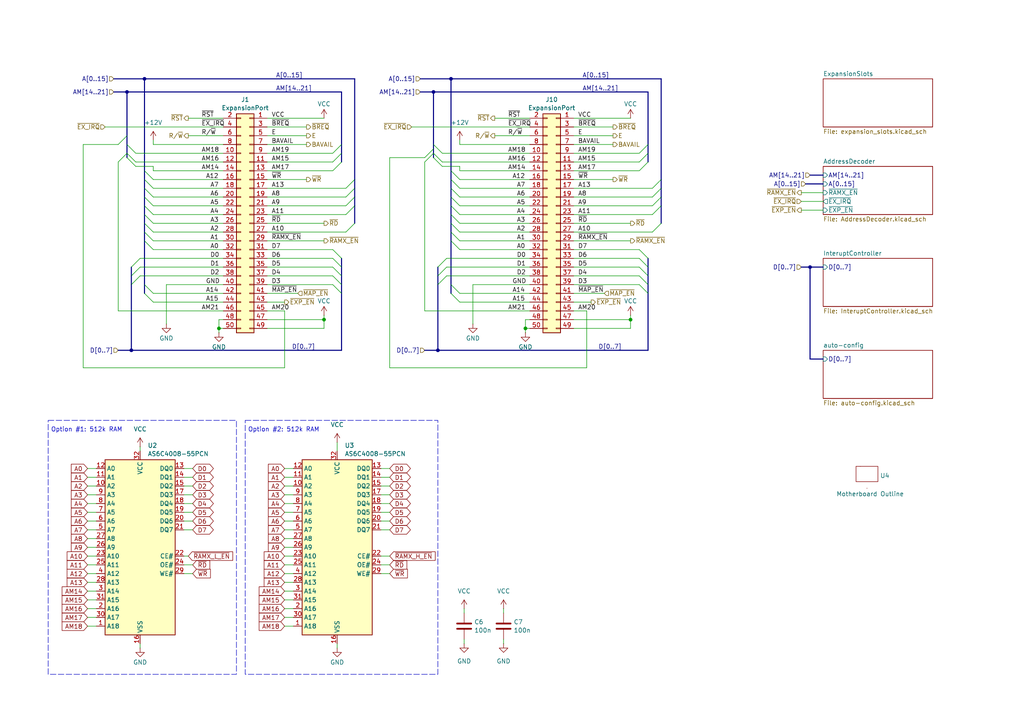
<source format=kicad_sch>
(kicad_sch
	(version 20250114)
	(generator "eeschema")
	(generator_version "9.0")
	(uuid "98a7cdfa-c2e8-45de-8f5c-1b5e06ba58c5")
	(paper "A4")
	(lib_symbols
		(symbol "Connector_Generic:Conn_02x25_Odd_Even"
			(pin_names
				(offset 1.016)
				(hide yes)
			)
			(exclude_from_sim no)
			(in_bom yes)
			(on_board yes)
			(property "Reference" "J"
				(at 1.27 33.02 0)
				(effects
					(font
						(size 1.27 1.27)
					)
				)
			)
			(property "Value" "Conn_02x25_Odd_Even"
				(at 1.27 -33.02 0)
				(effects
					(font
						(size 1.27 1.27)
					)
				)
			)
			(property "Footprint" ""
				(at 0 0 0)
				(effects
					(font
						(size 1.27 1.27)
					)
					(hide yes)
				)
			)
			(property "Datasheet" "~"
				(at 0 0 0)
				(effects
					(font
						(size 1.27 1.27)
					)
					(hide yes)
				)
			)
			(property "Description" "Generic connector, double row, 02x25, odd/even pin numbering scheme (row 1 odd numbers, row 2 even numbers), script generated (kicad-library-utils/schlib/autogen/connector/)"
				(at 0 0 0)
				(effects
					(font
						(size 1.27 1.27)
					)
					(hide yes)
				)
			)
			(property "ki_keywords" "connector"
				(at 0 0 0)
				(effects
					(font
						(size 1.27 1.27)
					)
					(hide yes)
				)
			)
			(property "ki_fp_filters" "Connector*:*_2x??_*"
				(at 0 0 0)
				(effects
					(font
						(size 1.27 1.27)
					)
					(hide yes)
				)
			)
			(symbol "Conn_02x25_Odd_Even_1_1"
				(rectangle
					(start -1.27 31.75)
					(end 3.81 -31.75)
					(stroke
						(width 0.254)
						(type default)
					)
					(fill
						(type background)
					)
				)
				(rectangle
					(start -1.27 30.607)
					(end 0 30.353)
					(stroke
						(width 0.1524)
						(type default)
					)
					(fill
						(type none)
					)
				)
				(rectangle
					(start -1.27 28.067)
					(end 0 27.813)
					(stroke
						(width 0.1524)
						(type default)
					)
					(fill
						(type none)
					)
				)
				(rectangle
					(start -1.27 25.527)
					(end 0 25.273)
					(stroke
						(width 0.1524)
						(type default)
					)
					(fill
						(type none)
					)
				)
				(rectangle
					(start -1.27 22.987)
					(end 0 22.733)
					(stroke
						(width 0.1524)
						(type default)
					)
					(fill
						(type none)
					)
				)
				(rectangle
					(start -1.27 20.447)
					(end 0 20.193)
					(stroke
						(width 0.1524)
						(type default)
					)
					(fill
						(type none)
					)
				)
				(rectangle
					(start -1.27 17.907)
					(end 0 17.653)
					(stroke
						(width 0.1524)
						(type default)
					)
					(fill
						(type none)
					)
				)
				(rectangle
					(start -1.27 15.367)
					(end 0 15.113)
					(stroke
						(width 0.1524)
						(type default)
					)
					(fill
						(type none)
					)
				)
				(rectangle
					(start -1.27 12.827)
					(end 0 12.573)
					(stroke
						(width 0.1524)
						(type default)
					)
					(fill
						(type none)
					)
				)
				(rectangle
					(start -1.27 10.287)
					(end 0 10.033)
					(stroke
						(width 0.1524)
						(type default)
					)
					(fill
						(type none)
					)
				)
				(rectangle
					(start -1.27 7.747)
					(end 0 7.493)
					(stroke
						(width 0.1524)
						(type default)
					)
					(fill
						(type none)
					)
				)
				(rectangle
					(start -1.27 5.207)
					(end 0 4.953)
					(stroke
						(width 0.1524)
						(type default)
					)
					(fill
						(type none)
					)
				)
				(rectangle
					(start -1.27 2.667)
					(end 0 2.413)
					(stroke
						(width 0.1524)
						(type default)
					)
					(fill
						(type none)
					)
				)
				(rectangle
					(start -1.27 0.127)
					(end 0 -0.127)
					(stroke
						(width 0.1524)
						(type default)
					)
					(fill
						(type none)
					)
				)
				(rectangle
					(start -1.27 -2.413)
					(end 0 -2.667)
					(stroke
						(width 0.1524)
						(type default)
					)
					(fill
						(type none)
					)
				)
				(rectangle
					(start -1.27 -4.953)
					(end 0 -5.207)
					(stroke
						(width 0.1524)
						(type default)
					)
					(fill
						(type none)
					)
				)
				(rectangle
					(start -1.27 -7.493)
					(end 0 -7.747)
					(stroke
						(width 0.1524)
						(type default)
					)
					(fill
						(type none)
					)
				)
				(rectangle
					(start -1.27 -10.033)
					(end 0 -10.287)
					(stroke
						(width 0.1524)
						(type default)
					)
					(fill
						(type none)
					)
				)
				(rectangle
					(start -1.27 -12.573)
					(end 0 -12.827)
					(stroke
						(width 0.1524)
						(type default)
					)
					(fill
						(type none)
					)
				)
				(rectangle
					(start -1.27 -15.113)
					(end 0 -15.367)
					(stroke
						(width 0.1524)
						(type default)
					)
					(fill
						(type none)
					)
				)
				(rectangle
					(start -1.27 -17.653)
					(end 0 -17.907)
					(stroke
						(width 0.1524)
						(type default)
					)
					(fill
						(type none)
					)
				)
				(rectangle
					(start -1.27 -20.193)
					(end 0 -20.447)
					(stroke
						(width 0.1524)
						(type default)
					)
					(fill
						(type none)
					)
				)
				(rectangle
					(start -1.27 -22.733)
					(end 0 -22.987)
					(stroke
						(width 0.1524)
						(type default)
					)
					(fill
						(type none)
					)
				)
				(rectangle
					(start -1.27 -25.273)
					(end 0 -25.527)
					(stroke
						(width 0.1524)
						(type default)
					)
					(fill
						(type none)
					)
				)
				(rectangle
					(start -1.27 -27.813)
					(end 0 -28.067)
					(stroke
						(width 0.1524)
						(type default)
					)
					(fill
						(type none)
					)
				)
				(rectangle
					(start -1.27 -30.353)
					(end 0 -30.607)
					(stroke
						(width 0.1524)
						(type default)
					)
					(fill
						(type none)
					)
				)
				(rectangle
					(start 3.81 30.607)
					(end 2.54 30.353)
					(stroke
						(width 0.1524)
						(type default)
					)
					(fill
						(type none)
					)
				)
				(rectangle
					(start 3.81 28.067)
					(end 2.54 27.813)
					(stroke
						(width 0.1524)
						(type default)
					)
					(fill
						(type none)
					)
				)
				(rectangle
					(start 3.81 25.527)
					(end 2.54 25.273)
					(stroke
						(width 0.1524)
						(type default)
					)
					(fill
						(type none)
					)
				)
				(rectangle
					(start 3.81 22.987)
					(end 2.54 22.733)
					(stroke
						(width 0.1524)
						(type default)
					)
					(fill
						(type none)
					)
				)
				(rectangle
					(start 3.81 20.447)
					(end 2.54 20.193)
					(stroke
						(width 0.1524)
						(type default)
					)
					(fill
						(type none)
					)
				)
				(rectangle
					(start 3.81 17.907)
					(end 2.54 17.653)
					(stroke
						(width 0.1524)
						(type default)
					)
					(fill
						(type none)
					)
				)
				(rectangle
					(start 3.81 15.367)
					(end 2.54 15.113)
					(stroke
						(width 0.1524)
						(type default)
					)
					(fill
						(type none)
					)
				)
				(rectangle
					(start 3.81 12.827)
					(end 2.54 12.573)
					(stroke
						(width 0.1524)
						(type default)
					)
					(fill
						(type none)
					)
				)
				(rectangle
					(start 3.81 10.287)
					(end 2.54 10.033)
					(stroke
						(width 0.1524)
						(type default)
					)
					(fill
						(type none)
					)
				)
				(rectangle
					(start 3.81 7.747)
					(end 2.54 7.493)
					(stroke
						(width 0.1524)
						(type default)
					)
					(fill
						(type none)
					)
				)
				(rectangle
					(start 3.81 5.207)
					(end 2.54 4.953)
					(stroke
						(width 0.1524)
						(type default)
					)
					(fill
						(type none)
					)
				)
				(rectangle
					(start 3.81 2.667)
					(end 2.54 2.413)
					(stroke
						(width 0.1524)
						(type default)
					)
					(fill
						(type none)
					)
				)
				(rectangle
					(start 3.81 0.127)
					(end 2.54 -0.127)
					(stroke
						(width 0.1524)
						(type default)
					)
					(fill
						(type none)
					)
				)
				(rectangle
					(start 3.81 -2.413)
					(end 2.54 -2.667)
					(stroke
						(width 0.1524)
						(type default)
					)
					(fill
						(type none)
					)
				)
				(rectangle
					(start 3.81 -4.953)
					(end 2.54 -5.207)
					(stroke
						(width 0.1524)
						(type default)
					)
					(fill
						(type none)
					)
				)
				(rectangle
					(start 3.81 -7.493)
					(end 2.54 -7.747)
					(stroke
						(width 0.1524)
						(type default)
					)
					(fill
						(type none)
					)
				)
				(rectangle
					(start 3.81 -10.033)
					(end 2.54 -10.287)
					(stroke
						(width 0.1524)
						(type default)
					)
					(fill
						(type none)
					)
				)
				(rectangle
					(start 3.81 -12.573)
					(end 2.54 -12.827)
					(stroke
						(width 0.1524)
						(type default)
					)
					(fill
						(type none)
					)
				)
				(rectangle
					(start 3.81 -15.113)
					(end 2.54 -15.367)
					(stroke
						(width 0.1524)
						(type default)
					)
					(fill
						(type none)
					)
				)
				(rectangle
					(start 3.81 -17.653)
					(end 2.54 -17.907)
					(stroke
						(width 0.1524)
						(type default)
					)
					(fill
						(type none)
					)
				)
				(rectangle
					(start 3.81 -20.193)
					(end 2.54 -20.447)
					(stroke
						(width 0.1524)
						(type default)
					)
					(fill
						(type none)
					)
				)
				(rectangle
					(start 3.81 -22.733)
					(end 2.54 -22.987)
					(stroke
						(width 0.1524)
						(type default)
					)
					(fill
						(type none)
					)
				)
				(rectangle
					(start 3.81 -25.273)
					(end 2.54 -25.527)
					(stroke
						(width 0.1524)
						(type default)
					)
					(fill
						(type none)
					)
				)
				(rectangle
					(start 3.81 -27.813)
					(end 2.54 -28.067)
					(stroke
						(width 0.1524)
						(type default)
					)
					(fill
						(type none)
					)
				)
				(rectangle
					(start 3.81 -30.353)
					(end 2.54 -30.607)
					(stroke
						(width 0.1524)
						(type default)
					)
					(fill
						(type none)
					)
				)
				(pin passive line
					(at -5.08 30.48 0)
					(length 3.81)
					(name "Pin_1"
						(effects
							(font
								(size 1.27 1.27)
							)
						)
					)
					(number "1"
						(effects
							(font
								(size 1.27 1.27)
							)
						)
					)
				)
				(pin passive line
					(at -5.08 27.94 0)
					(length 3.81)
					(name "Pin_3"
						(effects
							(font
								(size 1.27 1.27)
							)
						)
					)
					(number "3"
						(effects
							(font
								(size 1.27 1.27)
							)
						)
					)
				)
				(pin passive line
					(at -5.08 25.4 0)
					(length 3.81)
					(name "Pin_5"
						(effects
							(font
								(size 1.27 1.27)
							)
						)
					)
					(number "5"
						(effects
							(font
								(size 1.27 1.27)
							)
						)
					)
				)
				(pin passive line
					(at -5.08 22.86 0)
					(length 3.81)
					(name "Pin_7"
						(effects
							(font
								(size 1.27 1.27)
							)
						)
					)
					(number "7"
						(effects
							(font
								(size 1.27 1.27)
							)
						)
					)
				)
				(pin passive line
					(at -5.08 20.32 0)
					(length 3.81)
					(name "Pin_9"
						(effects
							(font
								(size 1.27 1.27)
							)
						)
					)
					(number "9"
						(effects
							(font
								(size 1.27 1.27)
							)
						)
					)
				)
				(pin passive line
					(at -5.08 17.78 0)
					(length 3.81)
					(name "Pin_11"
						(effects
							(font
								(size 1.27 1.27)
							)
						)
					)
					(number "11"
						(effects
							(font
								(size 1.27 1.27)
							)
						)
					)
				)
				(pin passive line
					(at -5.08 15.24 0)
					(length 3.81)
					(name "Pin_13"
						(effects
							(font
								(size 1.27 1.27)
							)
						)
					)
					(number "13"
						(effects
							(font
								(size 1.27 1.27)
							)
						)
					)
				)
				(pin passive line
					(at -5.08 12.7 0)
					(length 3.81)
					(name "Pin_15"
						(effects
							(font
								(size 1.27 1.27)
							)
						)
					)
					(number "15"
						(effects
							(font
								(size 1.27 1.27)
							)
						)
					)
				)
				(pin passive line
					(at -5.08 10.16 0)
					(length 3.81)
					(name "Pin_17"
						(effects
							(font
								(size 1.27 1.27)
							)
						)
					)
					(number "17"
						(effects
							(font
								(size 1.27 1.27)
							)
						)
					)
				)
				(pin passive line
					(at -5.08 7.62 0)
					(length 3.81)
					(name "Pin_19"
						(effects
							(font
								(size 1.27 1.27)
							)
						)
					)
					(number "19"
						(effects
							(font
								(size 1.27 1.27)
							)
						)
					)
				)
				(pin passive line
					(at -5.08 5.08 0)
					(length 3.81)
					(name "Pin_21"
						(effects
							(font
								(size 1.27 1.27)
							)
						)
					)
					(number "21"
						(effects
							(font
								(size 1.27 1.27)
							)
						)
					)
				)
				(pin passive line
					(at -5.08 2.54 0)
					(length 3.81)
					(name "Pin_23"
						(effects
							(font
								(size 1.27 1.27)
							)
						)
					)
					(number "23"
						(effects
							(font
								(size 1.27 1.27)
							)
						)
					)
				)
				(pin passive line
					(at -5.08 0 0)
					(length 3.81)
					(name "Pin_25"
						(effects
							(font
								(size 1.27 1.27)
							)
						)
					)
					(number "25"
						(effects
							(font
								(size 1.27 1.27)
							)
						)
					)
				)
				(pin passive line
					(at -5.08 -2.54 0)
					(length 3.81)
					(name "Pin_27"
						(effects
							(font
								(size 1.27 1.27)
							)
						)
					)
					(number "27"
						(effects
							(font
								(size 1.27 1.27)
							)
						)
					)
				)
				(pin passive line
					(at -5.08 -5.08 0)
					(length 3.81)
					(name "Pin_29"
						(effects
							(font
								(size 1.27 1.27)
							)
						)
					)
					(number "29"
						(effects
							(font
								(size 1.27 1.27)
							)
						)
					)
				)
				(pin passive line
					(at -5.08 -7.62 0)
					(length 3.81)
					(name "Pin_31"
						(effects
							(font
								(size 1.27 1.27)
							)
						)
					)
					(number "31"
						(effects
							(font
								(size 1.27 1.27)
							)
						)
					)
				)
				(pin passive line
					(at -5.08 -10.16 0)
					(length 3.81)
					(name "Pin_33"
						(effects
							(font
								(size 1.27 1.27)
							)
						)
					)
					(number "33"
						(effects
							(font
								(size 1.27 1.27)
							)
						)
					)
				)
				(pin passive line
					(at -5.08 -12.7 0)
					(length 3.81)
					(name "Pin_35"
						(effects
							(font
								(size 1.27 1.27)
							)
						)
					)
					(number "35"
						(effects
							(font
								(size 1.27 1.27)
							)
						)
					)
				)
				(pin passive line
					(at -5.08 -15.24 0)
					(length 3.81)
					(name "Pin_37"
						(effects
							(font
								(size 1.27 1.27)
							)
						)
					)
					(number "37"
						(effects
							(font
								(size 1.27 1.27)
							)
						)
					)
				)
				(pin passive line
					(at -5.08 -17.78 0)
					(length 3.81)
					(name "Pin_39"
						(effects
							(font
								(size 1.27 1.27)
							)
						)
					)
					(number "39"
						(effects
							(font
								(size 1.27 1.27)
							)
						)
					)
				)
				(pin passive line
					(at -5.08 -20.32 0)
					(length 3.81)
					(name "Pin_41"
						(effects
							(font
								(size 1.27 1.27)
							)
						)
					)
					(number "41"
						(effects
							(font
								(size 1.27 1.27)
							)
						)
					)
				)
				(pin passive line
					(at -5.08 -22.86 0)
					(length 3.81)
					(name "Pin_43"
						(effects
							(font
								(size 1.27 1.27)
							)
						)
					)
					(number "43"
						(effects
							(font
								(size 1.27 1.27)
							)
						)
					)
				)
				(pin passive line
					(at -5.08 -25.4 0)
					(length 3.81)
					(name "Pin_45"
						(effects
							(font
								(size 1.27 1.27)
							)
						)
					)
					(number "45"
						(effects
							(font
								(size 1.27 1.27)
							)
						)
					)
				)
				(pin passive line
					(at -5.08 -27.94 0)
					(length 3.81)
					(name "Pin_47"
						(effects
							(font
								(size 1.27 1.27)
							)
						)
					)
					(number "47"
						(effects
							(font
								(size 1.27 1.27)
							)
						)
					)
				)
				(pin passive line
					(at -5.08 -30.48 0)
					(length 3.81)
					(name "Pin_49"
						(effects
							(font
								(size 1.27 1.27)
							)
						)
					)
					(number "49"
						(effects
							(font
								(size 1.27 1.27)
							)
						)
					)
				)
				(pin passive line
					(at 7.62 30.48 180)
					(length 3.81)
					(name "Pin_2"
						(effects
							(font
								(size 1.27 1.27)
							)
						)
					)
					(number "2"
						(effects
							(font
								(size 1.27 1.27)
							)
						)
					)
				)
				(pin passive line
					(at 7.62 27.94 180)
					(length 3.81)
					(name "Pin_4"
						(effects
							(font
								(size 1.27 1.27)
							)
						)
					)
					(number "4"
						(effects
							(font
								(size 1.27 1.27)
							)
						)
					)
				)
				(pin passive line
					(at 7.62 25.4 180)
					(length 3.81)
					(name "Pin_6"
						(effects
							(font
								(size 1.27 1.27)
							)
						)
					)
					(number "6"
						(effects
							(font
								(size 1.27 1.27)
							)
						)
					)
				)
				(pin passive line
					(at 7.62 22.86 180)
					(length 3.81)
					(name "Pin_8"
						(effects
							(font
								(size 1.27 1.27)
							)
						)
					)
					(number "8"
						(effects
							(font
								(size 1.27 1.27)
							)
						)
					)
				)
				(pin passive line
					(at 7.62 20.32 180)
					(length 3.81)
					(name "Pin_10"
						(effects
							(font
								(size 1.27 1.27)
							)
						)
					)
					(number "10"
						(effects
							(font
								(size 1.27 1.27)
							)
						)
					)
				)
				(pin passive line
					(at 7.62 17.78 180)
					(length 3.81)
					(name "Pin_12"
						(effects
							(font
								(size 1.27 1.27)
							)
						)
					)
					(number "12"
						(effects
							(font
								(size 1.27 1.27)
							)
						)
					)
				)
				(pin passive line
					(at 7.62 15.24 180)
					(length 3.81)
					(name "Pin_14"
						(effects
							(font
								(size 1.27 1.27)
							)
						)
					)
					(number "14"
						(effects
							(font
								(size 1.27 1.27)
							)
						)
					)
				)
				(pin passive line
					(at 7.62 12.7 180)
					(length 3.81)
					(name "Pin_16"
						(effects
							(font
								(size 1.27 1.27)
							)
						)
					)
					(number "16"
						(effects
							(font
								(size 1.27 1.27)
							)
						)
					)
				)
				(pin passive line
					(at 7.62 10.16 180)
					(length 3.81)
					(name "Pin_18"
						(effects
							(font
								(size 1.27 1.27)
							)
						)
					)
					(number "18"
						(effects
							(font
								(size 1.27 1.27)
							)
						)
					)
				)
				(pin passive line
					(at 7.62 7.62 180)
					(length 3.81)
					(name "Pin_20"
						(effects
							(font
								(size 1.27 1.27)
							)
						)
					)
					(number "20"
						(effects
							(font
								(size 1.27 1.27)
							)
						)
					)
				)
				(pin passive line
					(at 7.62 5.08 180)
					(length 3.81)
					(name "Pin_22"
						(effects
							(font
								(size 1.27 1.27)
							)
						)
					)
					(number "22"
						(effects
							(font
								(size 1.27 1.27)
							)
						)
					)
				)
				(pin passive line
					(at 7.62 2.54 180)
					(length 3.81)
					(name "Pin_24"
						(effects
							(font
								(size 1.27 1.27)
							)
						)
					)
					(number "24"
						(effects
							(font
								(size 1.27 1.27)
							)
						)
					)
				)
				(pin passive line
					(at 7.62 0 180)
					(length 3.81)
					(name "Pin_26"
						(effects
							(font
								(size 1.27 1.27)
							)
						)
					)
					(number "26"
						(effects
							(font
								(size 1.27 1.27)
							)
						)
					)
				)
				(pin passive line
					(at 7.62 -2.54 180)
					(length 3.81)
					(name "Pin_28"
						(effects
							(font
								(size 1.27 1.27)
							)
						)
					)
					(number "28"
						(effects
							(font
								(size 1.27 1.27)
							)
						)
					)
				)
				(pin passive line
					(at 7.62 -5.08 180)
					(length 3.81)
					(name "Pin_30"
						(effects
							(font
								(size 1.27 1.27)
							)
						)
					)
					(number "30"
						(effects
							(font
								(size 1.27 1.27)
							)
						)
					)
				)
				(pin passive line
					(at 7.62 -7.62 180)
					(length 3.81)
					(name "Pin_32"
						(effects
							(font
								(size 1.27 1.27)
							)
						)
					)
					(number "32"
						(effects
							(font
								(size 1.27 1.27)
							)
						)
					)
				)
				(pin passive line
					(at 7.62 -10.16 180)
					(length 3.81)
					(name "Pin_34"
						(effects
							(font
								(size 1.27 1.27)
							)
						)
					)
					(number "34"
						(effects
							(font
								(size 1.27 1.27)
							)
						)
					)
				)
				(pin passive line
					(at 7.62 -12.7 180)
					(length 3.81)
					(name "Pin_36"
						(effects
							(font
								(size 1.27 1.27)
							)
						)
					)
					(number "36"
						(effects
							(font
								(size 1.27 1.27)
							)
						)
					)
				)
				(pin passive line
					(at 7.62 -15.24 180)
					(length 3.81)
					(name "Pin_38"
						(effects
							(font
								(size 1.27 1.27)
							)
						)
					)
					(number "38"
						(effects
							(font
								(size 1.27 1.27)
							)
						)
					)
				)
				(pin passive line
					(at 7.62 -17.78 180)
					(length 3.81)
					(name "Pin_40"
						(effects
							(font
								(size 1.27 1.27)
							)
						)
					)
					(number "40"
						(effects
							(font
								(size 1.27 1.27)
							)
						)
					)
				)
				(pin passive line
					(at 7.62 -20.32 180)
					(length 3.81)
					(name "Pin_42"
						(effects
							(font
								(size 1.27 1.27)
							)
						)
					)
					(number "42"
						(effects
							(font
								(size 1.27 1.27)
							)
						)
					)
				)
				(pin passive line
					(at 7.62 -22.86 180)
					(length 3.81)
					(name "Pin_44"
						(effects
							(font
								(size 1.27 1.27)
							)
						)
					)
					(number "44"
						(effects
							(font
								(size 1.27 1.27)
							)
						)
					)
				)
				(pin passive line
					(at 7.62 -25.4 180)
					(length 3.81)
					(name "Pin_46"
						(effects
							(font
								(size 1.27 1.27)
							)
						)
					)
					(number "46"
						(effects
							(font
								(size 1.27 1.27)
							)
						)
					)
				)
				(pin passive line
					(at 7.62 -27.94 180)
					(length 3.81)
					(name "Pin_48"
						(effects
							(font
								(size 1.27 1.27)
							)
						)
					)
					(number "48"
						(effects
							(font
								(size 1.27 1.27)
							)
						)
					)
				)
				(pin passive line
					(at 7.62 -30.48 180)
					(length 3.81)
					(name "Pin_50"
						(effects
							(font
								(size 1.27 1.27)
							)
						)
					)
					(number "50"
						(effects
							(font
								(size 1.27 1.27)
							)
						)
					)
				)
			)
			(embedded_fonts no)
		)
		(symbol "Device:C"
			(pin_numbers
				(hide yes)
			)
			(pin_names
				(offset 0.254)
			)
			(exclude_from_sim no)
			(in_bom yes)
			(on_board yes)
			(property "Reference" "C"
				(at 0.635 2.54 0)
				(effects
					(font
						(size 1.27 1.27)
					)
					(justify left)
				)
			)
			(property "Value" "C"
				(at 0.635 -2.54 0)
				(effects
					(font
						(size 1.27 1.27)
					)
					(justify left)
				)
			)
			(property "Footprint" ""
				(at 0.9652 -3.81 0)
				(effects
					(font
						(size 1.27 1.27)
					)
					(hide yes)
				)
			)
			(property "Datasheet" "~"
				(at 0 0 0)
				(effects
					(font
						(size 1.27 1.27)
					)
					(hide yes)
				)
			)
			(property "Description" "Unpolarized capacitor"
				(at 0 0 0)
				(effects
					(font
						(size 1.27 1.27)
					)
					(hide yes)
				)
			)
			(property "ki_keywords" "cap capacitor"
				(at 0 0 0)
				(effects
					(font
						(size 1.27 1.27)
					)
					(hide yes)
				)
			)
			(property "ki_fp_filters" "C_*"
				(at 0 0 0)
				(effects
					(font
						(size 1.27 1.27)
					)
					(hide yes)
				)
			)
			(symbol "C_0_1"
				(polyline
					(pts
						(xy -2.032 0.762) (xy 2.032 0.762)
					)
					(stroke
						(width 0.508)
						(type default)
					)
					(fill
						(type none)
					)
				)
				(polyline
					(pts
						(xy -2.032 -0.762) (xy 2.032 -0.762)
					)
					(stroke
						(width 0.508)
						(type default)
					)
					(fill
						(type none)
					)
				)
			)
			(symbol "C_1_1"
				(pin passive line
					(at 0 3.81 270)
					(length 2.794)
					(name "~"
						(effects
							(font
								(size 1.27 1.27)
							)
						)
					)
					(number "1"
						(effects
							(font
								(size 1.27 1.27)
							)
						)
					)
				)
				(pin passive line
					(at 0 -3.81 90)
					(length 2.794)
					(name "~"
						(effects
							(font
								(size 1.27 1.27)
							)
						)
					)
					(number "2"
						(effects
							(font
								(size 1.27 1.27)
							)
						)
					)
				)
			)
			(embedded_fonts no)
		)
		(symbol "Memory_RAM:AS6C4008-55PCN"
			(exclude_from_sim no)
			(in_bom yes)
			(on_board yes)
			(property "Reference" "U"
				(at -10.16 26.035 0)
				(effects
					(font
						(size 1.27 1.27)
					)
					(justify left bottom)
				)
			)
			(property "Value" "AS6C4008-55PCN"
				(at 2.54 26.035 0)
				(effects
					(font
						(size 1.27 1.27)
					)
					(justify left bottom)
				)
			)
			(property "Footprint" "Package_DIP:DIP-32_W15.24mm"
				(at 0 2.54 0)
				(effects
					(font
						(size 1.27 1.27)
					)
					(hide yes)
				)
			)
			(property "Datasheet" "https://www.alliancememory.com/wp-content/uploads/pdf/AS6C4008.pdf"
				(at 0 2.54 0)
				(effects
					(font
						(size 1.27 1.27)
					)
					(hide yes)
				)
			)
			(property "Description" "512K x 8 Low Power CMOS RAM, DIP-32"
				(at 0 0 0)
				(effects
					(font
						(size 1.27 1.27)
					)
					(hide yes)
				)
			)
			(property "ki_keywords" "RAM SRAM CMOS MEMORY"
				(at 0 0 0)
				(effects
					(font
						(size 1.27 1.27)
					)
					(hide yes)
				)
			)
			(property "ki_fp_filters" "DIP*W15.24mm*"
				(at 0 0 0)
				(effects
					(font
						(size 1.27 1.27)
					)
					(hide yes)
				)
			)
			(symbol "AS6C4008-55PCN_0_0"
				(pin power_in line
					(at 0 27.94 270)
					(length 2.54)
					(name "VCC"
						(effects
							(font
								(size 1.27 1.27)
							)
						)
					)
					(number "32"
						(effects
							(font
								(size 1.27 1.27)
							)
						)
					)
				)
				(pin power_in line
					(at 0 -27.94 90)
					(length 2.54)
					(name "VSS"
						(effects
							(font
								(size 1.27 1.27)
							)
						)
					)
					(number "16"
						(effects
							(font
								(size 1.27 1.27)
							)
						)
					)
				)
			)
			(symbol "AS6C4008-55PCN_0_1"
				(rectangle
					(start -10.16 25.4)
					(end 10.16 -25.4)
					(stroke
						(width 0.254)
						(type default)
					)
					(fill
						(type background)
					)
				)
			)
			(symbol "AS6C4008-55PCN_1_1"
				(pin input line
					(at -12.7 22.86 0)
					(length 2.54)
					(name "A0"
						(effects
							(font
								(size 1.27 1.27)
							)
						)
					)
					(number "12"
						(effects
							(font
								(size 1.27 1.27)
							)
						)
					)
				)
				(pin input line
					(at -12.7 20.32 0)
					(length 2.54)
					(name "A1"
						(effects
							(font
								(size 1.27 1.27)
							)
						)
					)
					(number "11"
						(effects
							(font
								(size 1.27 1.27)
							)
						)
					)
				)
				(pin input line
					(at -12.7 17.78 0)
					(length 2.54)
					(name "A2"
						(effects
							(font
								(size 1.27 1.27)
							)
						)
					)
					(number "10"
						(effects
							(font
								(size 1.27 1.27)
							)
						)
					)
				)
				(pin input line
					(at -12.7 15.24 0)
					(length 2.54)
					(name "A3"
						(effects
							(font
								(size 1.27 1.27)
							)
						)
					)
					(number "9"
						(effects
							(font
								(size 1.27 1.27)
							)
						)
					)
				)
				(pin input line
					(at -12.7 12.7 0)
					(length 2.54)
					(name "A4"
						(effects
							(font
								(size 1.27 1.27)
							)
						)
					)
					(number "8"
						(effects
							(font
								(size 1.27 1.27)
							)
						)
					)
				)
				(pin input line
					(at -12.7 10.16 0)
					(length 2.54)
					(name "A5"
						(effects
							(font
								(size 1.27 1.27)
							)
						)
					)
					(number "7"
						(effects
							(font
								(size 1.27 1.27)
							)
						)
					)
				)
				(pin input line
					(at -12.7 7.62 0)
					(length 2.54)
					(name "A6"
						(effects
							(font
								(size 1.27 1.27)
							)
						)
					)
					(number "6"
						(effects
							(font
								(size 1.27 1.27)
							)
						)
					)
				)
				(pin input line
					(at -12.7 5.08 0)
					(length 2.54)
					(name "A7"
						(effects
							(font
								(size 1.27 1.27)
							)
						)
					)
					(number "5"
						(effects
							(font
								(size 1.27 1.27)
							)
						)
					)
				)
				(pin input line
					(at -12.7 2.54 0)
					(length 2.54)
					(name "A8"
						(effects
							(font
								(size 1.27 1.27)
							)
						)
					)
					(number "27"
						(effects
							(font
								(size 1.27 1.27)
							)
						)
					)
				)
				(pin input line
					(at -12.7 0 0)
					(length 2.54)
					(name "A9"
						(effects
							(font
								(size 1.27 1.27)
							)
						)
					)
					(number "26"
						(effects
							(font
								(size 1.27 1.27)
							)
						)
					)
				)
				(pin input line
					(at -12.7 -2.54 0)
					(length 2.54)
					(name "A10"
						(effects
							(font
								(size 1.27 1.27)
							)
						)
					)
					(number "23"
						(effects
							(font
								(size 1.27 1.27)
							)
						)
					)
				)
				(pin input line
					(at -12.7 -5.08 0)
					(length 2.54)
					(name "A11"
						(effects
							(font
								(size 1.27 1.27)
							)
						)
					)
					(number "25"
						(effects
							(font
								(size 1.27 1.27)
							)
						)
					)
				)
				(pin input line
					(at -12.7 -7.62 0)
					(length 2.54)
					(name "A12"
						(effects
							(font
								(size 1.27 1.27)
							)
						)
					)
					(number "4"
						(effects
							(font
								(size 1.27 1.27)
							)
						)
					)
				)
				(pin input line
					(at -12.7 -10.16 0)
					(length 2.54)
					(name "A13"
						(effects
							(font
								(size 1.27 1.27)
							)
						)
					)
					(number "28"
						(effects
							(font
								(size 1.27 1.27)
							)
						)
					)
				)
				(pin input line
					(at -12.7 -12.7 0)
					(length 2.54)
					(name "A14"
						(effects
							(font
								(size 1.27 1.27)
							)
						)
					)
					(number "3"
						(effects
							(font
								(size 1.27 1.27)
							)
						)
					)
				)
				(pin input line
					(at -12.7 -15.24 0)
					(length 2.54)
					(name "A15"
						(effects
							(font
								(size 1.27 1.27)
							)
						)
					)
					(number "31"
						(effects
							(font
								(size 1.27 1.27)
							)
						)
					)
				)
				(pin input line
					(at -12.7 -17.78 0)
					(length 2.54)
					(name "A16"
						(effects
							(font
								(size 1.27 1.27)
							)
						)
					)
					(number "2"
						(effects
							(font
								(size 1.27 1.27)
							)
						)
					)
				)
				(pin input line
					(at -12.7 -20.32 0)
					(length 2.54)
					(name "A17"
						(effects
							(font
								(size 1.27 1.27)
							)
						)
					)
					(number "30"
						(effects
							(font
								(size 1.27 1.27)
							)
						)
					)
				)
				(pin input line
					(at -12.7 -22.86 0)
					(length 2.54)
					(name "A18"
						(effects
							(font
								(size 1.27 1.27)
							)
						)
					)
					(number "1"
						(effects
							(font
								(size 1.27 1.27)
							)
						)
					)
				)
				(pin tri_state line
					(at 12.7 22.86 180)
					(length 2.54)
					(name "DQ0"
						(effects
							(font
								(size 1.27 1.27)
							)
						)
					)
					(number "13"
						(effects
							(font
								(size 1.27 1.27)
							)
						)
					)
				)
				(pin tri_state line
					(at 12.7 20.32 180)
					(length 2.54)
					(name "DQ1"
						(effects
							(font
								(size 1.27 1.27)
							)
						)
					)
					(number "14"
						(effects
							(font
								(size 1.27 1.27)
							)
						)
					)
				)
				(pin tri_state line
					(at 12.7 17.78 180)
					(length 2.54)
					(name "DQ2"
						(effects
							(font
								(size 1.27 1.27)
							)
						)
					)
					(number "15"
						(effects
							(font
								(size 1.27 1.27)
							)
						)
					)
				)
				(pin tri_state line
					(at 12.7 15.24 180)
					(length 2.54)
					(name "DQ3"
						(effects
							(font
								(size 1.27 1.27)
							)
						)
					)
					(number "17"
						(effects
							(font
								(size 1.27 1.27)
							)
						)
					)
				)
				(pin tri_state line
					(at 12.7 12.7 180)
					(length 2.54)
					(name "DQ4"
						(effects
							(font
								(size 1.27 1.27)
							)
						)
					)
					(number "18"
						(effects
							(font
								(size 1.27 1.27)
							)
						)
					)
				)
				(pin tri_state line
					(at 12.7 10.16 180)
					(length 2.54)
					(name "DQ5"
						(effects
							(font
								(size 1.27 1.27)
							)
						)
					)
					(number "19"
						(effects
							(font
								(size 1.27 1.27)
							)
						)
					)
				)
				(pin tri_state line
					(at 12.7 7.62 180)
					(length 2.54)
					(name "DQ6"
						(effects
							(font
								(size 1.27 1.27)
							)
						)
					)
					(number "20"
						(effects
							(font
								(size 1.27 1.27)
							)
						)
					)
				)
				(pin tri_state line
					(at 12.7 5.08 180)
					(length 2.54)
					(name "DQ7"
						(effects
							(font
								(size 1.27 1.27)
							)
						)
					)
					(number "21"
						(effects
							(font
								(size 1.27 1.27)
							)
						)
					)
				)
				(pin input line
					(at 12.7 -2.54 180)
					(length 2.54)
					(name "CE#"
						(effects
							(font
								(size 1.27 1.27)
							)
						)
					)
					(number "22"
						(effects
							(font
								(size 1.27 1.27)
							)
						)
					)
				)
				(pin input line
					(at 12.7 -5.08 180)
					(length 2.54)
					(name "OE#"
						(effects
							(font
								(size 1.27 1.27)
							)
						)
					)
					(number "24"
						(effects
							(font
								(size 1.27 1.27)
							)
						)
					)
				)
				(pin input line
					(at 12.7 -7.62 180)
					(length 2.54)
					(name "WE#"
						(effects
							(font
								(size 1.27 1.27)
							)
						)
					)
					(number "29"
						(effects
							(font
								(size 1.27 1.27)
							)
						)
					)
				)
			)
			(embedded_fonts no)
		)
		(symbol "motherboard:mITX"
			(exclude_from_sim no)
			(in_bom yes)
			(on_board yes)
			(property "Reference" "U"
				(at 0 0 0)
				(effects
					(font
						(size 1.27 1.27)
					)
				)
			)
			(property "Value" ""
				(at 0 0 0)
				(effects
					(font
						(size 1.27 1.27)
					)
				)
			)
			(property "Footprint" "motherboard:mITX"
				(at 0 0 0)
				(effects
					(font
						(size 1.27 1.27)
					)
					(hide yes)
				)
			)
			(property "Datasheet" ""
				(at 0 0 0)
				(effects
					(font
						(size 1.27 1.27)
					)
					(hide yes)
				)
			)
			(property "Description" ""
				(at 0 0 0)
				(effects
					(font
						(size 1.27 1.27)
					)
					(hide yes)
				)
			)
			(symbol "mITX_0_1"
				(rectangle
					(start -3.175 5.715)
					(end 3.175 1.27)
					(stroke
						(width 0)
						(type default)
					)
					(fill
						(type none)
					)
				)
				(rectangle
					(start -1.905 5.715)
					(end -1.905 5.715)
					(stroke
						(width 0)
						(type default)
					)
					(fill
						(type none)
					)
				)
				(rectangle
					(start -1.905 5.715)
					(end -1.905 5.715)
					(stroke
						(width 0)
						(type default)
					)
					(fill
						(type none)
					)
				)
				(rectangle
					(start 0 -0.635)
					(end 0 -0.635)
					(stroke
						(width 0)
						(type default)
					)
					(fill
						(type none)
					)
				)
				(rectangle
					(start 0 -0.635)
					(end 0 -0.635)
					(stroke
						(width 0)
						(type default)
					)
					(fill
						(type none)
					)
				)
			)
			(embedded_fonts no)
		)
		(symbol "power:+12V"
			(power)
			(pin_numbers
				(hide yes)
			)
			(pin_names
				(offset 0)
				(hide yes)
			)
			(exclude_from_sim no)
			(in_bom yes)
			(on_board yes)
			(property "Reference" "#PWR"
				(at 0 -3.81 0)
				(effects
					(font
						(size 1.27 1.27)
					)
					(hide yes)
				)
			)
			(property "Value" "+12V"
				(at 0 3.556 0)
				(effects
					(font
						(size 1.27 1.27)
					)
				)
			)
			(property "Footprint" ""
				(at 0 0 0)
				(effects
					(font
						(size 1.27 1.27)
					)
					(hide yes)
				)
			)
			(property "Datasheet" ""
				(at 0 0 0)
				(effects
					(font
						(size 1.27 1.27)
					)
					(hide yes)
				)
			)
			(property "Description" "Power symbol creates a global label with name \"+12V\""
				(at 0 0 0)
				(effects
					(font
						(size 1.27 1.27)
					)
					(hide yes)
				)
			)
			(property "ki_keywords" "global power"
				(at 0 0 0)
				(effects
					(font
						(size 1.27 1.27)
					)
					(hide yes)
				)
			)
			(symbol "+12V_0_1"
				(polyline
					(pts
						(xy -0.762 1.27) (xy 0 2.54)
					)
					(stroke
						(width 0)
						(type default)
					)
					(fill
						(type none)
					)
				)
				(polyline
					(pts
						(xy 0 2.54) (xy 0.762 1.27)
					)
					(stroke
						(width 0)
						(type default)
					)
					(fill
						(type none)
					)
				)
				(polyline
					(pts
						(xy 0 0) (xy 0 2.54)
					)
					(stroke
						(width 0)
						(type default)
					)
					(fill
						(type none)
					)
				)
			)
			(symbol "+12V_1_1"
				(pin power_in line
					(at 0 0 90)
					(length 0)
					(name "~"
						(effects
							(font
								(size 1.27 1.27)
							)
						)
					)
					(number "1"
						(effects
							(font
								(size 1.27 1.27)
							)
						)
					)
				)
			)
			(embedded_fonts no)
		)
		(symbol "power:GND"
			(power)
			(pin_numbers
				(hide yes)
			)
			(pin_names
				(offset 0)
				(hide yes)
			)
			(exclude_from_sim no)
			(in_bom yes)
			(on_board yes)
			(property "Reference" "#PWR"
				(at 0 -6.35 0)
				(effects
					(font
						(size 1.27 1.27)
					)
					(hide yes)
				)
			)
			(property "Value" "GND"
				(at 0 -3.81 0)
				(effects
					(font
						(size 1.27 1.27)
					)
				)
			)
			(property "Footprint" ""
				(at 0 0 0)
				(effects
					(font
						(size 1.27 1.27)
					)
					(hide yes)
				)
			)
			(property "Datasheet" ""
				(at 0 0 0)
				(effects
					(font
						(size 1.27 1.27)
					)
					(hide yes)
				)
			)
			(property "Description" "Power symbol creates a global label with name \"GND\" , ground"
				(at 0 0 0)
				(effects
					(font
						(size 1.27 1.27)
					)
					(hide yes)
				)
			)
			(property "ki_keywords" "global power"
				(at 0 0 0)
				(effects
					(font
						(size 1.27 1.27)
					)
					(hide yes)
				)
			)
			(symbol "GND_0_1"
				(polyline
					(pts
						(xy 0 0) (xy 0 -1.27) (xy 1.27 -1.27) (xy 0 -2.54) (xy -1.27 -1.27) (xy 0 -1.27)
					)
					(stroke
						(width 0)
						(type default)
					)
					(fill
						(type none)
					)
				)
			)
			(symbol "GND_1_1"
				(pin power_in line
					(at 0 0 270)
					(length 0)
					(name "~"
						(effects
							(font
								(size 1.27 1.27)
							)
						)
					)
					(number "1"
						(effects
							(font
								(size 1.27 1.27)
							)
						)
					)
				)
			)
			(embedded_fonts no)
		)
		(symbol "power:VCC"
			(power)
			(pin_numbers
				(hide yes)
			)
			(pin_names
				(offset 0)
				(hide yes)
			)
			(exclude_from_sim no)
			(in_bom yes)
			(on_board yes)
			(property "Reference" "#PWR"
				(at 0 -3.81 0)
				(effects
					(font
						(size 1.27 1.27)
					)
					(hide yes)
				)
			)
			(property "Value" "VCC"
				(at 0 3.556 0)
				(effects
					(font
						(size 1.27 1.27)
					)
				)
			)
			(property "Footprint" ""
				(at 0 0 0)
				(effects
					(font
						(size 1.27 1.27)
					)
					(hide yes)
				)
			)
			(property "Datasheet" ""
				(at 0 0 0)
				(effects
					(font
						(size 1.27 1.27)
					)
					(hide yes)
				)
			)
			(property "Description" "Power symbol creates a global label with name \"VCC\""
				(at 0 0 0)
				(effects
					(font
						(size 1.27 1.27)
					)
					(hide yes)
				)
			)
			(property "ki_keywords" "global power"
				(at 0 0 0)
				(effects
					(font
						(size 1.27 1.27)
					)
					(hide yes)
				)
			)
			(symbol "VCC_0_1"
				(polyline
					(pts
						(xy -0.762 1.27) (xy 0 2.54)
					)
					(stroke
						(width 0)
						(type default)
					)
					(fill
						(type none)
					)
				)
				(polyline
					(pts
						(xy 0 2.54) (xy 0.762 1.27)
					)
					(stroke
						(width 0)
						(type default)
					)
					(fill
						(type none)
					)
				)
				(polyline
					(pts
						(xy 0 0) (xy 0 2.54)
					)
					(stroke
						(width 0)
						(type default)
					)
					(fill
						(type none)
					)
				)
			)
			(symbol "VCC_1_1"
				(pin power_in line
					(at 0 0 90)
					(length 0)
					(name "~"
						(effects
							(font
								(size 1.27 1.27)
							)
						)
					)
					(number "1"
						(effects
							(font
								(size 1.27 1.27)
							)
						)
					)
				)
			)
			(embedded_fonts no)
		)
	)
	(rectangle
		(start 71.12 121.92)
		(end 127 195.58)
		(stroke
			(width 0)
			(type dash)
		)
		(fill
			(type none)
		)
		(uuid 2f12a014-c479-41a6-98f3-a61f4e7f457e)
	)
	(rectangle
		(start 13.97 121.92)
		(end 68.58 195.58)
		(stroke
			(width 0)
			(type dash)
		)
		(fill
			(type none)
		)
		(uuid f0ab968f-0afc-4134-8c3f-7a19d37b3974)
	)
	(text "Option #1: 512k RAM"
		(exclude_from_sim no)
		(at 25.146 124.714 0)
		(effects
			(font
				(size 1.27 1.27)
			)
		)
		(uuid "269e744e-2168-4a17-aa47-7096e51bd433")
	)
	(text "Option #2: 512k RAM"
		(exclude_from_sim no)
		(at 82.296 124.714 0)
		(effects
			(font
				(size 1.27 1.27)
			)
		)
		(uuid "c6f05110-6a12-4e9e-8632-260878a8ad51")
	)
	(junction
		(at 41.91 22.86)
		(diameter 0)
		(color 0 0 0 0)
		(uuid "173fd597-0b64-4ff0-8c71-1fdb4e047bbd")
	)
	(junction
		(at 152.4 95.25)
		(diameter 0)
		(color 0 0 0 0)
		(uuid "176c0933-8331-4438-ba94-c2f0e881983b")
	)
	(junction
		(at 36.83 26.67)
		(diameter 0)
		(color 0 0 0 0)
		(uuid "345b51f8-bd2d-4673-99fc-2b3a6ad73fed")
	)
	(junction
		(at 234.95 77.47)
		(diameter 0)
		(color 0 0 0 0)
		(uuid "554f8899-f79c-4006-be52-34db98b8af31")
	)
	(junction
		(at 127 101.6)
		(diameter 0)
		(color 0 0 0 0)
		(uuid "6d1c181d-94b1-4b82-85ef-9c390f855613")
	)
	(junction
		(at 130.81 22.86)
		(diameter 0)
		(color 0 0 0 0)
		(uuid "73c3bdce-d699-472c-9e0e-f973abfa497f")
	)
	(junction
		(at 182.88 92.71)
		(diameter 0)
		(color 0 0 0 0)
		(uuid "7b766dcd-6508-4232-b417-6ef309102e07")
	)
	(junction
		(at 125.73 26.67)
		(diameter 0)
		(color 0 0 0 0)
		(uuid "975706d2-9ac4-4451-88dc-3328f269a6ba")
	)
	(junction
		(at 63.5 95.25)
		(diameter 0)
		(color 0 0 0 0)
		(uuid "a093b86a-37cf-43fb-a35d-2d6b987b5c27")
	)
	(junction
		(at 93.98 92.71)
		(diameter 0)
		(color 0 0 0 0)
		(uuid "b34cca1c-5381-46e3-bfd4-2ca31d8bb064")
	)
	(junction
		(at 38.1 101.6)
		(diameter 0)
		(color 0 0 0 0)
		(uuid "c4bfbcb4-4e5d-4ce2-96d0-dc45d93eb15e")
	)
	(bus_entry
		(at 128.27 44.45)
		(size -2.54 -2.54)
		(stroke
			(width 0)
			(type default)
		)
		(uuid "0027371c-611c-4b7e-a709-5bc6f7f42eac")
	)
	(bus_entry
		(at 128.27 48.26)
		(size -2.54 -2.54)
		(stroke
			(width 0)
			(type default)
		)
		(uuid "027612ac-da16-428e-8706-8df726dd01b1")
	)
	(bus_entry
		(at 130.81 82.55)
		(size 2.54 2.54)
		(stroke
			(width 0)
			(type default)
		)
		(uuid "0468dff4-9f06-4fba-9935-c876685d7d92")
	)
	(bus_entry
		(at 44.45 52.07)
		(size -2.54 -2.54)
		(stroke
			(width 0)
			(type default)
		)
		(uuid "0986e704-5c5e-4668-9e18-59e3a1552986")
	)
	(bus_entry
		(at 39.37 46.99)
		(size -2.54 -2.54)
		(stroke
			(width 0)
			(type default)
		)
		(uuid "0d7a78c0-9e85-4fbe-971b-a62557be6eb8")
	)
	(bus_entry
		(at 130.81 59.69)
		(size 2.54 2.54)
		(stroke
			(width 0)
			(type default)
		)
		(uuid "0faae850-69b6-47f7-b64f-609b6062758c")
	)
	(bus_entry
		(at 185.42 46.99)
		(size 2.54 -2.54)
		(stroke
			(width 0)
			(type default)
		)
		(uuid "110ab27c-4065-4920-844e-4bd2418fae9a")
	)
	(bus_entry
		(at 185.42 80.01)
		(size 2.54 2.54)
		(stroke
			(width 0)
			(type default)
		)
		(uuid "14a5bc58-8762-4407-bf9e-f6d55ea83c67")
	)
	(bus_entry
		(at 133.35 64.77)
		(size -2.54 -2.54)
		(stroke
			(width 0)
			(type default)
		)
		(uuid "18f3dd01-06a3-4e04-8eca-a0bfea0eac13")
	)
	(bus_entry
		(at 44.45 59.69)
		(size -2.54 -2.54)
		(stroke
			(width 0)
			(type default)
		)
		(uuid "18f6cc9a-80fa-4a2c-aaa0-58ac49089028")
	)
	(bus_entry
		(at 44.45 64.77)
		(size -2.54 -2.54)
		(stroke
			(width 0)
			(type default)
		)
		(uuid "1a14f3a3-0f78-48d4-b4f1-6eca7e868a27")
	)
	(bus_entry
		(at 100.33 57.15)
		(size 2.54 -2.54)
		(stroke
			(width 0)
			(type default)
		)
		(uuid "1d6282dd-fb2d-427a-9854-3e6e120e45f3")
	)
	(bus_entry
		(at 96.52 82.55)
		(size 2.54 2.54)
		(stroke
			(width 0)
			(type default)
		)
		(uuid "1df84c9a-e06e-4393-91d6-44794ea9ce46")
	)
	(bus_entry
		(at 133.35 69.85)
		(size -2.54 -2.54)
		(stroke
			(width 0)
			(type default)
		)
		(uuid "23a88aaa-027f-4fe2-9bd5-6e345a8640a4")
	)
	(bus_entry
		(at 133.35 59.69)
		(size -2.54 -2.54)
		(stroke
			(width 0)
			(type default)
		)
		(uuid "2787ee59-779d-425b-bb0b-c9ac3007b422")
	)
	(bus_entry
		(at 44.45 54.61)
		(size -2.54 -2.54)
		(stroke
			(width 0)
			(type default)
		)
		(uuid "28da8493-7345-458f-b036-fcd17f97d9c8")
	)
	(bus_entry
		(at 189.23 57.15)
		(size 2.54 -2.54)
		(stroke
			(width 0)
			(type default)
		)
		(uuid "32b57f40-0466-4560-b9b4-04257a1ca470")
	)
	(bus_entry
		(at 185.42 74.93)
		(size 2.54 2.54)
		(stroke
			(width 0)
			(type default)
		)
		(uuid "37ce9df4-e54e-47cc-aed9-ab9bd607465c")
	)
	(bus_entry
		(at 39.37 44.45)
		(size -2.54 -2.54)
		(stroke
			(width 0)
			(type default)
		)
		(uuid "382bc069-c5d8-4b6d-8156-c7a81ab6fe40")
	)
	(bus_entry
		(at 133.35 72.39)
		(size -2.54 -2.54)
		(stroke
			(width 0)
			(type default)
		)
		(uuid "3af08c6b-c8ba-4f99-8f4d-2aa06bf81756")
	)
	(bus_entry
		(at 185.42 72.39)
		(size 2.54 2.54)
		(stroke
			(width 0)
			(type default)
		)
		(uuid "3f95643a-fa0a-4c11-b1fd-d8206389b165")
	)
	(bus_entry
		(at 38.1 80.01)
		(size 2.54 -2.54)
		(stroke
			(width 0)
			(type default)
		)
		(uuid "420a6891-9e2b-4b49-8db4-1448821ef243")
	)
	(bus_entry
		(at 189.23 54.61)
		(size 2.54 -2.54)
		(stroke
			(width 0)
			(type default)
		)
		(uuid "42adf070-35ef-4709-97b7-7e217ff780fd")
	)
	(bus_entry
		(at 39.37 48.26)
		(size -2.54 -2.54)
		(stroke
			(width 0)
			(type default)
		)
		(uuid "43d39555-e5d9-44da-9c9f-a1193377b7a7")
	)
	(bus_entry
		(at 38.1 82.55)
		(size 2.54 -2.54)
		(stroke
			(width 0)
			(type default)
		)
		(uuid "4510d96d-9033-415c-969f-74f9619db4ab")
	)
	(bus_entry
		(at 96.52 44.45)
		(size 2.54 -2.54)
		(stroke
			(width 0)
			(type default)
		)
		(uuid "4527f6e3-d1c6-4611-af22-97e44e7a850a")
	)
	(bus_entry
		(at 44.45 72.39)
		(size -2.54 -2.54)
		(stroke
			(width 0)
			(type default)
		)
		(uuid "4a718a2e-e158-42fd-acb7-04263a368d34")
	)
	(bus_entry
		(at 133.35 57.15)
		(size -2.54 -2.54)
		(stroke
			(width 0)
			(type default)
		)
		(uuid "5330e5ae-c8e9-45f4-a1b8-d6088b607176")
	)
	(bus_entry
		(at 125.73 44.45)
		(size -2.54 2.54)
		(stroke
			(width 0)
			(type default)
		)
		(uuid "57d15fdf-8d84-4160-81d1-c408670f7ffa")
	)
	(bus_entry
		(at 96.52 77.47)
		(size 2.54 2.54)
		(stroke
			(width 0)
			(type default)
		)
		(uuid "5d528e9f-c9b1-496b-b571-fbc4499b80c1")
	)
	(bus_entry
		(at 185.42 82.55)
		(size 2.54 2.54)
		(stroke
			(width 0)
			(type default)
		)
		(uuid "5ea52eae-f297-4cdd-91a6-a099b1de77f6")
	)
	(bus_entry
		(at 133.35 52.07)
		(size -2.54 -2.54)
		(stroke
			(width 0)
			(type default)
		)
		(uuid "5f8ea810-57ff-4f51-aea4-54e813d28c0d")
	)
	(bus_entry
		(at 41.91 59.69)
		(size 2.54 2.54)
		(stroke
			(width 0)
			(type default)
		)
		(uuid "6360580c-c8b2-4c8a-aa47-093310a0afac")
	)
	(bus_entry
		(at 125.73 43.18)
		(size -2.54 2.54)
		(stroke
			(width 0)
			(type default)
		)
		(uuid "64a68136-10ca-47fd-9f43-dd7994a51c05")
	)
	(bus_entry
		(at 96.52 46.99)
		(size 2.54 -2.54)
		(stroke
			(width 0)
			(type default)
		)
		(uuid "65f8eed2-1c2c-4528-abb9-6d1fc6bcf736")
	)
	(bus_entry
		(at 41.91 82.55)
		(size 2.54 2.54)
		(stroke
			(width 0)
			(type default)
		)
		(uuid "6614d5c1-8fe3-4581-93ab-48c167fc3d6a")
	)
	(bus_entry
		(at 96.52 72.39)
		(size 2.54 2.54)
		(stroke
			(width 0)
			(type default)
		)
		(uuid "7a4e0e45-b54e-444b-b7b4-40aac6c60def")
	)
	(bus_entry
		(at 38.1 77.47)
		(size 2.54 -2.54)
		(stroke
			(width 0)
			(type default)
		)
		(uuid "872a4e83-c108-47f1-b092-196c02b4ee9e")
	)
	(bus_entry
		(at 127 80.01)
		(size 2.54 -2.54)
		(stroke
			(width 0)
			(type default)
		)
		(uuid "8afcb824-f9fd-4972-b04c-bb041f68176f")
	)
	(bus_entry
		(at 96.52 49.53)
		(size 2.54 -2.54)
		(stroke
			(width 0)
			(type default)
		)
		(uuid "8bbaa5ea-48aa-4fde-8d48-b3b59560ff18")
	)
	(bus_entry
		(at 189.23 62.23)
		(size 2.54 -2.54)
		(stroke
			(width 0)
			(type default)
		)
		(uuid "9231fc99-bf13-417a-ad97-08e4ca70f773")
	)
	(bus_entry
		(at 185.42 44.45)
		(size 2.54 -2.54)
		(stroke
			(width 0)
			(type default)
		)
		(uuid "953309b3-5ecc-4c2f-adbe-7e75d91a3b79")
	)
	(bus_entry
		(at 44.45 69.85)
		(size -2.54 -2.54)
		(stroke
			(width 0)
			(type default)
		)
		(uuid "9b708cff-b291-4096-85a1-a0c6ccffc1c0")
	)
	(bus_entry
		(at 100.33 62.23)
		(size 2.54 -2.54)
		(stroke
			(width 0)
			(type default)
		)
		(uuid "9c057258-fc62-4dcc-b240-efca528c81a8")
	)
	(bus_entry
		(at 36.83 44.45)
		(size -2.54 2.54)
		(stroke
			(width 0)
			(type default)
		)
		(uuid "9f06ef3d-29d5-47c7-9e07-6ac3572b76c2")
	)
	(bus_entry
		(at 44.45 57.15)
		(size -2.54 -2.54)
		(stroke
			(width 0)
			(type default)
		)
		(uuid "a32dff23-c689-4657-9e97-1aa3afcfafcd")
	)
	(bus_entry
		(at 41.91 85.09)
		(size 2.54 2.54)
		(stroke
			(width 0)
			(type default)
		)
		(uuid "a338d776-c779-4ad6-b8fd-2e92daceedcd")
	)
	(bus_entry
		(at 185.42 49.53)
		(size 2.54 -2.54)
		(stroke
			(width 0)
			(type default)
		)
		(uuid "a358e4d6-b322-4455-acd9-1bc8473f1825")
	)
	(bus_entry
		(at 96.52 74.93)
		(size 2.54 2.54)
		(stroke
			(width 0)
			(type default)
		)
		(uuid "b24f2a83-25f3-4472-9442-31ebad9f9523")
	)
	(bus_entry
		(at 189.23 59.69)
		(size 2.54 -2.54)
		(stroke
			(width 0)
			(type default)
		)
		(uuid "b6f5dd94-a150-460e-ad60-c2c8d686b4ab")
	)
	(bus_entry
		(at 44.45 67.31)
		(size -2.54 -2.54)
		(stroke
			(width 0)
			(type default)
		)
		(uuid "ba3158c6-cb08-4cd3-ba0c-d06af5c083d9")
	)
	(bus_entry
		(at 133.35 54.61)
		(size -2.54 -2.54)
		(stroke
			(width 0)
			(type default)
		)
		(uuid "bdd76074-2b8c-4f32-b0df-f87f8b381faa")
	)
	(bus_entry
		(at 133.35 67.31)
		(size -2.54 -2.54)
		(stroke
			(width 0)
			(type default)
		)
		(uuid "c58c821e-eb85-4bc5-8fc9-def11416150a")
	)
	(bus_entry
		(at 128.27 46.99)
		(size -2.54 -2.54)
		(stroke
			(width 0)
			(type default)
		)
		(uuid "c6ec5370-d07d-4d50-8175-dc50b8f6c956")
	)
	(bus_entry
		(at 100.33 67.31)
		(size 2.54 -2.54)
		(stroke
			(width 0)
			(type default)
		)
		(uuid "c768317f-7f4d-4361-ab46-86b35d1bc439")
	)
	(bus_entry
		(at 36.83 39.37)
		(size -2.54 2.54)
		(stroke
			(width 0)
			(type default)
		)
		(uuid "c923ea45-950f-4d17-bada-5d833c6902b7")
	)
	(bus_entry
		(at 130.81 85.09)
		(size 2.54 2.54)
		(stroke
			(width 0)
			(type default)
		)
		(uuid "d5acbf44-80e6-47ed-bf2b-61bb7f8eccd3")
	)
	(bus_entry
		(at 100.33 54.61)
		(size 2.54 -2.54)
		(stroke
			(width 0)
			(type default)
		)
		(uuid "d7f668cb-73bf-443c-8187-72b9b4fb877a")
	)
	(bus_entry
		(at 189.23 67.31)
		(size 2.54 -2.54)
		(stroke
			(width 0)
			(type default)
		)
		(uuid "de079d30-51e7-4daa-b6dc-70f82b11e771")
	)
	(bus_entry
		(at 185.42 77.47)
		(size 2.54 2.54)
		(stroke
			(width 0)
			(type default)
		)
		(uuid "e1467d23-a8db-4119-8bd0-3d3de63ca451")
	)
	(bus_entry
		(at 127 77.47)
		(size 2.54 -2.54)
		(stroke
			(width 0)
			(type default)
		)
		(uuid "e96677f0-2ae6-4945-82b0-ef73e40f41d5")
	)
	(bus_entry
		(at 96.52 80.01)
		(size 2.54 2.54)
		(stroke
			(width 0)
			(type default)
		)
		(uuid "f7f1455f-6650-4d36-9ab0-d9b84d60b81a")
	)
	(bus_entry
		(at 100.33 59.69)
		(size 2.54 -2.54)
		(stroke
			(width 0)
			(type default)
		)
		(uuid "f89b3e3c-14a9-483d-9bb0-1bf14c5981e5")
	)
	(bus_entry
		(at 127 82.55)
		(size 2.54 -2.54)
		(stroke
			(width 0)
			(type default)
		)
		(uuid "fdf84295-15c9-4c1e-86f7-2a5b2b2bcb76")
	)
	(wire
		(pts
			(xy 146.05 185.42) (xy 146.05 186.69)
		)
		(stroke
			(width 0)
			(type default)
		)
		(uuid "000320c1-759d-4f2c-be53-59a28694648d")
	)
	(bus
		(pts
			(xy 99.06 46.99) (xy 99.06 44.45)
		)
		(stroke
			(width 0)
			(type default)
		)
		(uuid "001a1e1f-a267-43ab-a5e6-2bff5cba5d2f")
	)
	(wire
		(pts
			(xy 97.79 128.27) (xy 97.79 130.81)
		)
		(stroke
			(width 0)
			(type default)
		)
		(uuid "008f6b20-35d7-4228-acf3-c54bb546be00")
	)
	(bus
		(pts
			(xy 99.06 80.01) (xy 99.06 82.55)
		)
		(stroke
			(width 0)
			(type default)
		)
		(uuid "0096feee-2422-4bd6-b224-34a9007fc6a9")
	)
	(wire
		(pts
			(xy 25.4 179.07) (xy 27.94 179.07)
		)
		(stroke
			(width 0)
			(type default)
		)
		(uuid "03c6aa1e-ce36-45ad-a316-1dec829eaa16")
	)
	(bus
		(pts
			(xy 41.91 22.86) (xy 102.87 22.86)
		)
		(stroke
			(width 0)
			(type default)
		)
		(uuid "04119ac3-1f65-46a8-9ca0-5d7a625d85aa")
	)
	(wire
		(pts
			(xy 25.4 181.61) (xy 27.94 181.61)
		)
		(stroke
			(width 0)
			(type default)
		)
		(uuid "04ba7773-6afb-4971-9583-9505ad8dfd26")
	)
	(wire
		(pts
			(xy 133.35 49.53) (xy 153.67 49.53)
		)
		(stroke
			(width 0)
			(type default)
		)
		(uuid "056f0200-fc7e-400e-932b-5435a17f9ecd")
	)
	(wire
		(pts
			(xy 166.37 62.23) (xy 189.23 62.23)
		)
		(stroke
			(width 0)
			(type default)
		)
		(uuid "093c0305-99ad-4e71-b8f7-197d8db03e9c")
	)
	(wire
		(pts
			(xy 110.49 163.83) (xy 113.03 163.83)
		)
		(stroke
			(width 0)
			(type default)
		)
		(uuid "09e7ea0a-1ecf-4a8e-b716-b9d7225a2699")
	)
	(wire
		(pts
			(xy 166.37 34.29) (xy 182.88 34.29)
		)
		(stroke
			(width 0)
			(type default)
		)
		(uuid "0beec68e-ec40-4629-835b-5192af2b3895")
	)
	(wire
		(pts
			(xy 82.55 176.53) (xy 85.09 176.53)
		)
		(stroke
			(width 0)
			(type default)
		)
		(uuid "0c6ced80-baf0-4aa9-8a7d-1c281a894422")
	)
	(wire
		(pts
			(xy 133.35 64.77) (xy 153.67 64.77)
		)
		(stroke
			(width 0)
			(type default)
		)
		(uuid "0c9c0518-20b9-4e6d-bb8f-dd01d91a6607")
	)
	(wire
		(pts
			(xy 77.47 69.85) (xy 93.98 69.85)
		)
		(stroke
			(width 0)
			(type default)
		)
		(uuid "0da977a9-4e14-4a4a-9f21-62286ff35d11")
	)
	(wire
		(pts
			(xy 44.45 67.31) (xy 64.77 67.31)
		)
		(stroke
			(width 0)
			(type default)
		)
		(uuid "0e04e9a0-ac80-4176-b71a-ff4233ed907d")
	)
	(wire
		(pts
			(xy 44.45 41.91) (xy 64.77 41.91)
		)
		(stroke
			(width 0)
			(type default)
		)
		(uuid "0ee7e82b-7e7a-4227-a278-31f0c56c8668")
	)
	(bus
		(pts
			(xy 127 80.01) (xy 127 77.47)
		)
		(stroke
			(width 0)
			(type default)
		)
		(uuid "0eefa57f-dc57-4a00-a41b-a5b2f4dcf49d")
	)
	(wire
		(pts
			(xy 82.55 158.75) (xy 85.09 158.75)
		)
		(stroke
			(width 0)
			(type default)
		)
		(uuid "117dafd1-69fc-4070-8433-9181370cf394")
	)
	(wire
		(pts
			(xy 25.4 156.21) (xy 27.94 156.21)
		)
		(stroke
			(width 0)
			(type default)
		)
		(uuid "1189fdf1-369d-4e52-8322-b75b9cb7562e")
	)
	(wire
		(pts
			(xy 133.35 62.23) (xy 153.67 62.23)
		)
		(stroke
			(width 0)
			(type default)
		)
		(uuid "12ccd08a-f31c-4ca9-9e3e-136891906bdd")
	)
	(wire
		(pts
			(xy 182.88 95.25) (xy 166.37 95.25)
		)
		(stroke
			(width 0)
			(type default)
		)
		(uuid "13e42aa2-7749-4a36-9d5a-9f587ab3c2b2")
	)
	(wire
		(pts
			(xy 40.64 186.69) (xy 40.64 187.96)
		)
		(stroke
			(width 0)
			(type default)
		)
		(uuid "13ece493-b7e2-42de-bff2-c78972eb469a")
	)
	(wire
		(pts
			(xy 77.47 34.29) (xy 93.98 34.29)
		)
		(stroke
			(width 0)
			(type default)
		)
		(uuid "1430a55e-1de0-4478-b091-e19ba23e1abd")
	)
	(wire
		(pts
			(xy 166.37 52.07) (xy 177.8 52.07)
		)
		(stroke
			(width 0)
			(type default)
		)
		(uuid "156e9bf3-ad07-4add-98f6-ee7eb08adf5e")
	)
	(wire
		(pts
			(xy 166.37 85.09) (xy 175.26 85.09)
		)
		(stroke
			(width 0)
			(type default)
		)
		(uuid "15b37006-c65b-4feb-aa85-316cb7e8cef7")
	)
	(wire
		(pts
			(xy 82.55 173.99) (xy 85.09 173.99)
		)
		(stroke
			(width 0)
			(type default)
		)
		(uuid "15be1d12-5a16-4773-b79b-bc9ae2e94c77")
	)
	(wire
		(pts
			(xy 77.47 72.39) (xy 96.52 72.39)
		)
		(stroke
			(width 0)
			(type default)
		)
		(uuid "162f5a0e-a180-4cf4-a2fe-e090a7c97f38")
	)
	(wire
		(pts
			(xy 182.88 92.71) (xy 182.88 95.25)
		)
		(stroke
			(width 0)
			(type default)
		)
		(uuid "16e999ed-dd8d-41ca-8eb5-57824ab73def")
	)
	(wire
		(pts
			(xy 166.37 80.01) (xy 185.42 80.01)
		)
		(stroke
			(width 0)
			(type default)
		)
		(uuid "17761246-1174-48a1-a326-29cb13d0fb86")
	)
	(bus
		(pts
			(xy 130.81 57.15) (xy 130.81 59.69)
		)
		(stroke
			(width 0)
			(type default)
		)
		(uuid "1856f504-ca8f-4d8c-a483-1ea8c9285f25")
	)
	(bus
		(pts
			(xy 99.06 85.09) (xy 99.06 101.6)
		)
		(stroke
			(width 0)
			(type default)
		)
		(uuid "1a3560f2-9ca4-426a-894d-fff26c6f8cf9")
	)
	(wire
		(pts
			(xy 48.26 82.55) (xy 64.77 82.55)
		)
		(stroke
			(width 0)
			(type default)
		)
		(uuid "1d74f9a2-e87b-4836-8c16-521978cb36ff")
	)
	(wire
		(pts
			(xy 24.13 41.91) (xy 24.13 106.68)
		)
		(stroke
			(width 0)
			(type default)
		)
		(uuid "1e093c55-f6aa-4ccb-b1ed-a7acf18566ab")
	)
	(wire
		(pts
			(xy 133.35 48.26) (xy 133.35 49.53)
		)
		(stroke
			(width 0)
			(type default)
		)
		(uuid "23ef80f4-7287-4cd8-8125-2df81e75026e")
	)
	(wire
		(pts
			(xy 63.5 95.25) (xy 63.5 96.52)
		)
		(stroke
			(width 0)
			(type default)
		)
		(uuid "272603e4-3dec-4480-9335-2318d105980d")
	)
	(bus
		(pts
			(xy 41.91 57.15) (xy 41.91 54.61)
		)
		(stroke
			(width 0)
			(type default)
		)
		(uuid "27feae46-c44b-4b55-bcac-f020e280d3ee")
	)
	(bus
		(pts
			(xy 238.76 104.14) (xy 234.95 104.14)
		)
		(stroke
			(width 0)
			(type default)
		)
		(uuid "29661c3d-80ee-4b20-9976-96ffe3b9ba59")
	)
	(wire
		(pts
			(xy 77.47 85.09) (xy 86.36 85.09)
		)
		(stroke
			(width 0)
			(type default)
		)
		(uuid "29e42f48-6a1c-4e73-b52c-9631632e3ba0")
	)
	(bus
		(pts
			(xy 187.96 46.99) (xy 187.96 44.45)
		)
		(stroke
			(width 0)
			(type default)
		)
		(uuid "2e1ff6cc-feff-45c5-b584-2de3ddc48882")
	)
	(wire
		(pts
			(xy 77.47 62.23) (xy 100.33 62.23)
		)
		(stroke
			(width 0)
			(type default)
		)
		(uuid "2f9e56f0-737a-4d49-a913-0066c98dd006")
	)
	(wire
		(pts
			(xy 128.27 46.99) (xy 153.67 46.99)
		)
		(stroke
			(width 0)
			(type default)
		)
		(uuid "30329376-37c4-48b2-8eed-ce61bc3bf9b0")
	)
	(wire
		(pts
			(xy 53.34 148.59) (xy 55.88 148.59)
		)
		(stroke
			(width 0)
			(type default)
		)
		(uuid "3085169a-ecc8-4e78-bf8b-9845398c9074")
	)
	(wire
		(pts
			(xy 170.18 90.17) (xy 166.37 90.17)
		)
		(stroke
			(width 0)
			(type default)
		)
		(uuid "30d5d33c-88c9-4f6e-a8e2-19abcada71c0")
	)
	(wire
		(pts
			(xy 82.55 168.91) (xy 85.09 168.91)
		)
		(stroke
			(width 0)
			(type default)
		)
		(uuid "322d473e-b5c4-4f08-ac28-8e6675d68095")
	)
	(bus
		(pts
			(xy 34.29 101.6) (xy 38.1 101.6)
		)
		(stroke
			(width 0)
			(type default)
		)
		(uuid "324f409e-340b-4ff6-8474-d5734050b847")
	)
	(wire
		(pts
			(xy 40.64 77.47) (xy 64.77 77.47)
		)
		(stroke
			(width 0)
			(type default)
		)
		(uuid "326bf82b-8add-49f3-8f3a-565e9ad2e7b2")
	)
	(bus
		(pts
			(xy 187.96 85.09) (xy 187.96 101.6)
		)
		(stroke
			(width 0)
			(type default)
		)
		(uuid "35178b37-46e7-4935-8b1f-1dd0b3ef3f4b")
	)
	(wire
		(pts
			(xy 25.4 176.53) (xy 27.94 176.53)
		)
		(stroke
			(width 0)
			(type default)
		)
		(uuid "3577e01a-63b3-4411-b1e9-7f493898fc2c")
	)
	(bus
		(pts
			(xy 102.87 22.86) (xy 102.87 52.07)
		)
		(stroke
			(width 0)
			(type default)
		)
		(uuid "35df8b6a-8acb-4721-92f7-0b8f751119a0")
	)
	(wire
		(pts
			(xy 77.47 46.99) (xy 96.52 46.99)
		)
		(stroke
			(width 0)
			(type default)
		)
		(uuid "35f62ba4-77a7-4367-ba00-75086e3899f4")
	)
	(wire
		(pts
			(xy 77.47 87.63) (xy 82.55 87.63)
		)
		(stroke
			(width 0)
			(type default)
		)
		(uuid "36145c55-939e-4254-a5f8-06ca24685cc7")
	)
	(wire
		(pts
			(xy 25.4 148.59) (xy 27.94 148.59)
		)
		(stroke
			(width 0)
			(type default)
		)
		(uuid "37c2a0c9-4366-43a3-aff7-019cb7df4eb5")
	)
	(wire
		(pts
			(xy 166.37 64.77) (xy 182.88 64.77)
		)
		(stroke
			(width 0)
			(type default)
		)
		(uuid "37d58cc3-5ed4-45a0-88c6-b44f94d9c358")
	)
	(wire
		(pts
			(xy 77.47 74.93) (xy 96.52 74.93)
		)
		(stroke
			(width 0)
			(type default)
		)
		(uuid "38f25008-8c76-4afe-b270-565965589fab")
	)
	(wire
		(pts
			(xy 134.62 176.53) (xy 134.62 177.8)
		)
		(stroke
			(width 0)
			(type default)
		)
		(uuid "391bdf0a-1f4c-48af-b550-4103ea91e697")
	)
	(bus
		(pts
			(xy 41.91 67.31) (xy 41.91 64.77)
		)
		(stroke
			(width 0)
			(type default)
		)
		(uuid "3a5d4222-e8f1-4a96-81f6-b8d0cbc77a4d")
	)
	(wire
		(pts
			(xy 82.55 171.45) (xy 85.09 171.45)
		)
		(stroke
			(width 0)
			(type default)
		)
		(uuid "3ae5f524-d316-4082-baa0-a6827bf5aaac")
	)
	(bus
		(pts
			(xy 102.87 59.69) (xy 102.87 64.77)
		)
		(stroke
			(width 0)
			(type default)
		)
		(uuid "3b6e35fd-1a64-440d-8af8-480113175dc3")
	)
	(wire
		(pts
			(xy 25.4 166.37) (xy 27.94 166.37)
		)
		(stroke
			(width 0)
			(type default)
		)
		(uuid "3b80c939-eeba-4d03-98dd-6f7a7f99009b")
	)
	(wire
		(pts
			(xy 82.55 148.59) (xy 85.09 148.59)
		)
		(stroke
			(width 0)
			(type default)
		)
		(uuid "3c531f08-2c4f-4a9f-9e39-f3dca9fa5fac")
	)
	(wire
		(pts
			(xy 25.4 138.43) (xy 27.94 138.43)
		)
		(stroke
			(width 0)
			(type default)
		)
		(uuid "3cc113fd-a510-489e-b9e9-4f34884b2710")
	)
	(bus
		(pts
			(xy 36.83 26.67) (xy 36.83 39.37)
		)
		(stroke
			(width 0)
			(type default)
		)
		(uuid "3e3dfd3e-8eb9-41c6-ad2b-8e98e18a9d7a")
	)
	(wire
		(pts
			(xy 152.4 95.25) (xy 152.4 96.52)
		)
		(stroke
			(width 0)
			(type default)
		)
		(uuid "3f45ee45-58c6-4a07-9f9a-0444b2bae289")
	)
	(wire
		(pts
			(xy 82.55 143.51) (xy 85.09 143.51)
		)
		(stroke
			(width 0)
			(type default)
		)
		(uuid "3f89f503-fee5-428c-84a6-4f88706ef10a")
	)
	(wire
		(pts
			(xy 54.61 39.37) (xy 64.77 39.37)
		)
		(stroke
			(width 0)
			(type default)
		)
		(uuid "42aeaec1-4e3b-4763-af59-84ea6c4ce910")
	)
	(bus
		(pts
			(xy 130.81 54.61) (xy 130.81 52.07)
		)
		(stroke
			(width 0)
			(type default)
		)
		(uuid "43098274-8dda-4195-a984-c3819a41c44f")
	)
	(wire
		(pts
			(xy 44.45 59.69) (xy 64.77 59.69)
		)
		(stroke
			(width 0)
			(type default)
		)
		(uuid "43a3a00d-a2db-43ee-8b65-6304a8e46a19")
	)
	(bus
		(pts
			(xy 123.19 101.6) (xy 127 101.6)
		)
		(stroke
			(width 0)
			(type default)
		)
		(uuid "43a41b61-a66c-4c74-b00b-8c2eb6ccd388")
	)
	(bus
		(pts
			(xy 102.87 52.07) (xy 102.87 54.61)
		)
		(stroke
			(width 0)
			(type default)
		)
		(uuid "45410ba5-45dc-4110-b9bf-a82804a52a9a")
	)
	(wire
		(pts
			(xy 133.35 54.61) (xy 153.67 54.61)
		)
		(stroke
			(width 0)
			(type default)
		)
		(uuid "45f5d9f0-8b67-41b8-a06a-d8d982da06c3")
	)
	(bus
		(pts
			(xy 38.1 80.01) (xy 38.1 77.47)
		)
		(stroke
			(width 0)
			(type default)
		)
		(uuid "464ae3e5-6874-435f-9490-01d90c9b2168")
	)
	(wire
		(pts
			(xy 40.64 74.93) (xy 64.77 74.93)
		)
		(stroke
			(width 0)
			(type default)
		)
		(uuid "465f8e94-fc27-496c-8f47-567fd5590f76")
	)
	(bus
		(pts
			(xy 41.91 57.15) (xy 41.91 59.69)
		)
		(stroke
			(width 0)
			(type default)
		)
		(uuid "46d0b057-4d19-479b-9014-2b4113db53bc")
	)
	(wire
		(pts
			(xy 166.37 57.15) (xy 189.23 57.15)
		)
		(stroke
			(width 0)
			(type default)
		)
		(uuid "4850852d-8bc4-4f3a-bbec-33267d09024f")
	)
	(bus
		(pts
			(xy 99.06 77.47) (xy 99.06 80.01)
		)
		(stroke
			(width 0)
			(type default)
		)
		(uuid "4896df21-87cb-4f90-8327-73f1045c20df")
	)
	(wire
		(pts
			(xy 166.37 41.91) (xy 177.8 41.91)
		)
		(stroke
			(width 0)
			(type default)
		)
		(uuid "48b902ed-63f8-4973-900a-736673cfc7eb")
	)
	(wire
		(pts
			(xy 77.47 57.15) (xy 100.33 57.15)
		)
		(stroke
			(width 0)
			(type default)
		)
		(uuid "497d260c-e123-4c8e-9219-4531b413d616")
	)
	(bus
		(pts
			(xy 130.81 49.53) (xy 130.81 52.07)
		)
		(stroke
			(width 0)
			(type default)
		)
		(uuid "4bb40e02-543c-4593-a6db-d3a613dd6313")
	)
	(wire
		(pts
			(xy 77.47 41.91) (xy 88.9 41.91)
		)
		(stroke
			(width 0)
			(type default)
		)
		(uuid "4c240ffb-a1a7-4f22-8f64-757951bb88f4")
	)
	(wire
		(pts
			(xy 77.47 39.37) (xy 88.9 39.37)
		)
		(stroke
			(width 0)
			(type default)
		)
		(uuid "4cb1b8f7-2785-4bc2-9d91-8ff3aced474d")
	)
	(bus
		(pts
			(xy 187.96 80.01) (xy 187.96 82.55)
		)
		(stroke
			(width 0)
			(type default)
		)
		(uuid "4cc3a0e6-d0ad-47c8-af67-b053199e80ef")
	)
	(bus
		(pts
			(xy 99.06 74.93) (xy 99.06 77.47)
		)
		(stroke
			(width 0)
			(type default)
		)
		(uuid "4fd4d039-0d5d-447d-8508-435d540a9d9f")
	)
	(bus
		(pts
			(xy 99.06 82.55) (xy 99.06 85.09)
		)
		(stroke
			(width 0)
			(type default)
		)
		(uuid "4fe64c9c-5e31-4ef6-b5ca-74eefb285035")
	)
	(bus
		(pts
			(xy 41.91 62.23) (xy 41.91 64.77)
		)
		(stroke
			(width 0)
			(type default)
		)
		(uuid "51dfd588-64e7-4f6e-a34b-0f6a0b64fe59")
	)
	(bus
		(pts
			(xy 36.83 44.45) (xy 36.83 45.72)
		)
		(stroke
			(width 0)
			(type default)
		)
		(uuid "52a1fddc-2185-483e-a9a4-80236fe7ca97")
	)
	(wire
		(pts
			(xy 53.34 153.67) (xy 55.88 153.67)
		)
		(stroke
			(width 0)
			(type default)
		)
		(uuid "547fd580-3729-40fa-b824-260edc348e6d")
	)
	(bus
		(pts
			(xy 130.81 59.69) (xy 130.81 62.23)
		)
		(stroke
			(width 0)
			(type default)
		)
		(uuid "54b1d908-87e0-4fb9-a685-5ae32c0bdd2f")
	)
	(bus
		(pts
			(xy 130.81 82.55) (xy 130.81 85.09)
		)
		(stroke
			(width 0)
			(type default)
		)
		(uuid "55552ffb-74c2-45f8-bccf-92a2cd385c9f")
	)
	(wire
		(pts
			(xy 166.37 87.63) (xy 171.45 87.63)
		)
		(stroke
			(width 0)
			(type default)
		)
		(uuid "55aa6385-c1d0-49a8-966d-bd5abb1a166b")
	)
	(wire
		(pts
			(xy 64.77 92.71) (xy 63.5 92.71)
		)
		(stroke
			(width 0)
			(type default)
		)
		(uuid "5684dd2f-aacf-44d9-8e34-d734b3d295ed")
	)
	(wire
		(pts
			(xy 53.34 138.43) (xy 55.88 138.43)
		)
		(stroke
			(width 0)
			(type default)
		)
		(uuid "58a17cf6-bdac-472a-bfd0-bfefeed3911f")
	)
	(bus
		(pts
			(xy 38.1 101.6) (xy 99.06 101.6)
		)
		(stroke
			(width 0)
			(type default)
		)
		(uuid "59848dfb-7944-47ff-af6f-d245cbb4f771")
	)
	(wire
		(pts
			(xy 143.51 39.37) (xy 153.67 39.37)
		)
		(stroke
			(width 0)
			(type default)
		)
		(uuid "59e3fb91-1e98-465b-b790-6c9767f33f68")
	)
	(wire
		(pts
			(xy 82.55 163.83) (xy 85.09 163.83)
		)
		(stroke
			(width 0)
			(type default)
		)
		(uuid "5af3ee3f-9684-4735-afb3-78202795acf5")
	)
	(wire
		(pts
			(xy 39.37 46.99) (xy 64.77 46.99)
		)
		(stroke
			(width 0)
			(type default)
		)
		(uuid "5b554a14-a99f-4536-a932-538087ca5cf1")
	)
	(bus
		(pts
			(xy 41.91 59.69) (xy 41.91 62.23)
		)
		(stroke
			(width 0)
			(type default)
		)
		(uuid "5c26205e-b661-4a10-82b1-79d3ff75188c")
	)
	(bus
		(pts
			(xy 130.81 67.31) (xy 130.81 64.77)
		)
		(stroke
			(width 0)
			(type default)
		)
		(uuid "5c4e6772-b9ba-495a-8989-9b1dbca8e914")
	)
	(bus
		(pts
			(xy 233.68 53.34) (xy 238.76 53.34)
		)
		(stroke
			(width 0)
			(type default)
		)
		(uuid "5d3c2555-8a0b-4991-8138-d64751119b29")
	)
	(wire
		(pts
			(xy 25.4 135.89) (xy 27.94 135.89)
		)
		(stroke
			(width 0)
			(type default)
		)
		(uuid "5e4187fa-2efc-468e-bf44-13089a9aa6f6")
	)
	(wire
		(pts
			(xy 77.47 64.77) (xy 93.98 64.77)
		)
		(stroke
			(width 0)
			(type default)
		)
		(uuid "5e92f756-19de-44e3-a2ad-d5bbfd0cd426")
	)
	(wire
		(pts
			(xy 166.37 82.55) (xy 185.42 82.55)
		)
		(stroke
			(width 0)
			(type default)
		)
		(uuid "60547c6c-cd0a-4a79-9be9-44753628f364")
	)
	(wire
		(pts
			(xy 82.55 181.61) (xy 85.09 181.61)
		)
		(stroke
			(width 0)
			(type default)
		)
		(uuid "609e4148-10a1-4c8e-b61f-5b8a9ea00a30")
	)
	(wire
		(pts
			(xy 166.37 92.71) (xy 182.88 92.71)
		)
		(stroke
			(width 0)
			(type default)
		)
		(uuid "6112bff4-049a-4586-a901-6401c166d485")
	)
	(bus
		(pts
			(xy 130.81 69.85) (xy 130.81 67.31)
		)
		(stroke
			(width 0)
			(type default)
		)
		(uuid "6165dfa5-8df6-4ccb-992e-6a11d4a5b261")
	)
	(bus
		(pts
			(xy 121.92 26.67) (xy 125.73 26.67)
		)
		(stroke
			(width 0)
			(type default)
		)
		(uuid "61c12c0c-f726-46ad-ba69-fae1d65721d3")
	)
	(wire
		(pts
			(xy 25.4 163.83) (xy 27.94 163.83)
		)
		(stroke
			(width 0)
			(type default)
		)
		(uuid "61dc3913-05bf-473f-992b-90b034e0ec1e")
	)
	(wire
		(pts
			(xy 25.4 140.97) (xy 27.94 140.97)
		)
		(stroke
			(width 0)
			(type default)
		)
		(uuid "62789c4c-5ea1-4d06-b6dc-019b403bd34b")
	)
	(bus
		(pts
			(xy 130.81 69.85) (xy 130.81 82.55)
		)
		(stroke
			(width 0)
			(type default)
		)
		(uuid "648924f9-252b-4fae-8f7f-3d7d27bc8e05")
	)
	(wire
		(pts
			(xy 53.34 143.51) (xy 55.88 143.51)
		)
		(stroke
			(width 0)
			(type default)
		)
		(uuid "64b3ff2f-4a87-4f0a-a588-673412aedbb2")
	)
	(bus
		(pts
			(xy 187.96 74.93) (xy 187.96 77.47)
		)
		(stroke
			(width 0)
			(type default)
		)
		(uuid "65148529-19db-4af5-88cc-83828df097c4")
	)
	(wire
		(pts
			(xy 63.5 95.25) (xy 64.77 95.25)
		)
		(stroke
			(width 0)
			(type default)
		)
		(uuid "657403ec-b130-4f02-9f27-3a501afb6594")
	)
	(bus
		(pts
			(xy 187.96 77.47) (xy 187.96 80.01)
		)
		(stroke
			(width 0)
			(type default)
		)
		(uuid "65be52ba-ab51-4b18-860d-2faabf68a618")
	)
	(wire
		(pts
			(xy 82.55 140.97) (xy 85.09 140.97)
		)
		(stroke
			(width 0)
			(type default)
		)
		(uuid "677c3017-0aaf-4180-9973-27d40a934eb3")
	)
	(bus
		(pts
			(xy 36.83 41.91) (xy 36.83 44.45)
		)
		(stroke
			(width 0)
			(type default)
		)
		(uuid "67f8db72-9fbf-413c-898a-54985250c5cf")
	)
	(wire
		(pts
			(xy 44.45 40.64) (xy 44.45 41.91)
		)
		(stroke
			(width 0)
			(type default)
		)
		(uuid "684e9e0f-e91e-448c-b936-0352f0d1975c")
	)
	(bus
		(pts
			(xy 38.1 82.55) (xy 38.1 80.01)
		)
		(stroke
			(width 0)
			(type default)
		)
		(uuid "688ac3d7-5f5b-4dcb-a6af-b25bf192f91a")
	)
	(wire
		(pts
			(xy 166.37 59.69) (xy 189.23 59.69)
		)
		(stroke
			(width 0)
			(type default)
		)
		(uuid "68feb3b9-3ebc-407d-98a1-dbdd797a8a17")
	)
	(wire
		(pts
			(xy 44.45 85.09) (xy 64.77 85.09)
		)
		(stroke
			(width 0)
			(type default)
		)
		(uuid "699ebb71-a85f-4afc-9d90-70d8c3907fea")
	)
	(wire
		(pts
			(xy 53.34 163.83) (xy 55.88 163.83)
		)
		(stroke
			(width 0)
			(type default)
		)
		(uuid "69a9e485-25b1-4446-9fb9-3210dcc5ca81")
	)
	(bus
		(pts
			(xy 102.87 54.61) (xy 102.87 57.15)
		)
		(stroke
			(width 0)
			(type default)
		)
		(uuid "6abe2201-b4cf-43e0-a3d9-4d7cad60f7bb")
	)
	(wire
		(pts
			(xy 128.27 48.26) (xy 133.35 48.26)
		)
		(stroke
			(width 0)
			(type default)
		)
		(uuid "6bdcf25d-4cd4-4c5b-8c70-e78a674e3898")
	)
	(bus
		(pts
			(xy 121.92 22.86) (xy 130.81 22.86)
		)
		(stroke
			(width 0)
			(type default)
		)
		(uuid "6bef8001-f1a7-46d0-8cf8-9d09632825fe")
	)
	(wire
		(pts
			(xy 77.47 49.53) (xy 96.52 49.53)
		)
		(stroke
			(width 0)
			(type default)
		)
		(uuid "6e15a09e-c7ad-426e-9b27-1ecc4b16793a")
	)
	(bus
		(pts
			(xy 41.91 54.61) (xy 41.91 52.07)
		)
		(stroke
			(width 0)
			(type default)
		)
		(uuid "6e61d5e4-7258-4c9e-a94a-5589674bc065")
	)
	(wire
		(pts
			(xy 77.47 54.61) (xy 100.33 54.61)
		)
		(stroke
			(width 0)
			(type default)
		)
		(uuid "6e8df34d-4d1b-4df0-98e0-ad3fec1f54cb")
	)
	(bus
		(pts
			(xy 232.41 77.47) (xy 234.95 77.47)
		)
		(stroke
			(width 0)
			(type default)
		)
		(uuid "6f1519a5-981a-417a-9b41-6fdd8f024d1f")
	)
	(wire
		(pts
			(xy 166.37 69.85) (xy 182.88 69.85)
		)
		(stroke
			(width 0)
			(type default)
		)
		(uuid "6fec1b71-99d5-4365-ad69-7ece21930fd0")
	)
	(wire
		(pts
			(xy 24.13 106.68) (xy 82.55 106.68)
		)
		(stroke
			(width 0)
			(type default)
		)
		(uuid "6ff20bc5-3f8e-4d4b-a5c7-6fe68af0d406")
	)
	(wire
		(pts
			(xy 44.45 49.53) (xy 64.77 49.53)
		)
		(stroke
			(width 0)
			(type default)
		)
		(uuid "71b1b3e1-3262-4cbf-98df-e237c035686c")
	)
	(wire
		(pts
			(xy 25.4 153.67) (xy 27.94 153.67)
		)
		(stroke
			(width 0)
			(type default)
		)
		(uuid "72606696-bd53-4537-8569-66d675c9859b")
	)
	(bus
		(pts
			(xy 191.77 59.69) (xy 191.77 64.77)
		)
		(stroke
			(width 0)
			(type default)
		)
		(uuid "73a62d9c-b653-45c5-a6b0-bc2de310b3f2")
	)
	(wire
		(pts
			(xy 232.41 55.88) (xy 238.76 55.88)
		)
		(stroke
			(width 0)
			(type default)
		)
		(uuid "756dcf63-ad03-454c-8c46-4929da478c84")
	)
	(wire
		(pts
			(xy 77.47 44.45) (xy 96.52 44.45)
		)
		(stroke
			(width 0)
			(type default)
		)
		(uuid "75a4ff06-4ef8-43d7-8655-14a892b501f7")
	)
	(wire
		(pts
			(xy 44.45 72.39) (xy 64.77 72.39)
		)
		(stroke
			(width 0)
			(type default)
		)
		(uuid "76395eb3-32a2-47c9-a558-f15f9420e459")
	)
	(bus
		(pts
			(xy 130.81 62.23) (xy 130.81 64.77)
		)
		(stroke
			(width 0)
			(type default)
		)
		(uuid "7810d592-3d2e-4ab5-8f4c-130ef81048f5")
	)
	(wire
		(pts
			(xy 63.5 92.71) (xy 63.5 95.25)
		)
		(stroke
			(width 0)
			(type default)
		)
		(uuid "7c60e0d3-ec95-4174-91b6-0ad608fd19a4")
	)
	(wire
		(pts
			(xy 82.55 138.43) (xy 85.09 138.43)
		)
		(stroke
			(width 0)
			(type default)
		)
		(uuid "7c723292-7642-453f-bbcd-f3afadeeb5e4")
	)
	(wire
		(pts
			(xy 119.38 36.83) (xy 153.67 36.83)
		)
		(stroke
			(width 0)
			(type default)
		)
		(uuid "7d8addd7-46f5-4d4c-bbc8-13bb21b73c30")
	)
	(wire
		(pts
			(xy 133.35 59.69) (xy 153.67 59.69)
		)
		(stroke
			(width 0)
			(type default)
		)
		(uuid "7e252494-d95a-4058-ab84-facf7a9631f9")
	)
	(bus
		(pts
			(xy 191.77 52.07) (xy 191.77 54.61)
		)
		(stroke
			(width 0)
			(type default)
		)
		(uuid "80604cd5-d188-4e55-a314-f1b10f7db116")
	)
	(wire
		(pts
			(xy 133.35 87.63) (xy 153.67 87.63)
		)
		(stroke
			(width 0)
			(type default)
		)
		(uuid "83e38685-a58a-4a6f-a5b2-e65998e9e3c5")
	)
	(wire
		(pts
			(xy 110.49 151.13) (xy 113.03 151.13)
		)
		(stroke
			(width 0)
			(type default)
		)
		(uuid "841bf302-f313-45ec-87bb-9812cd1129b7")
	)
	(wire
		(pts
			(xy 113.03 106.68) (xy 170.18 106.68)
		)
		(stroke
			(width 0)
			(type default)
		)
		(uuid "84ca1ba9-fc16-4c6a-84c7-65cb6fa11655")
	)
	(wire
		(pts
			(xy 143.51 34.29) (xy 153.67 34.29)
		)
		(stroke
			(width 0)
			(type default)
		)
		(uuid "869d1212-4d6f-4788-8f32-a7810ef805fe")
	)
	(wire
		(pts
			(xy 166.37 36.83) (xy 177.8 36.83)
		)
		(stroke
			(width 0)
			(type default)
		)
		(uuid "8726ef27-315b-43c4-8272-9b588f2b0b34")
	)
	(wire
		(pts
			(xy 40.64 80.01) (xy 64.77 80.01)
		)
		(stroke
			(width 0)
			(type default)
		)
		(uuid "89c1d0c8-81ef-4057-9dbf-e3a781735f2b")
	)
	(wire
		(pts
			(xy 82.55 135.89) (xy 85.09 135.89)
		)
		(stroke
			(width 0)
			(type default)
		)
		(uuid "8b5551a2-f552-468a-a03a-fe53ab7652b9")
	)
	(wire
		(pts
			(xy 82.55 146.05) (xy 85.09 146.05)
		)
		(stroke
			(width 0)
			(type default)
		)
		(uuid "8e7e5b9f-87e8-4148-8f67-9ed0d2c4a448")
	)
	(wire
		(pts
			(xy 134.62 185.42) (xy 134.62 186.69)
		)
		(stroke
			(width 0)
			(type default)
		)
		(uuid "8fbd6845-d74c-438d-b4a6-be82acf97dac")
	)
	(wire
		(pts
			(xy 110.49 138.43) (xy 113.03 138.43)
		)
		(stroke
			(width 0)
			(type default)
		)
		(uuid "8fc2f938-ac79-4ebe-b770-b14bd7cfb277")
	)
	(wire
		(pts
			(xy 129.54 80.01) (xy 153.67 80.01)
		)
		(stroke
			(width 0)
			(type default)
		)
		(uuid "906e0397-51d0-401c-af9f-43d0f4ac6f88")
	)
	(wire
		(pts
			(xy 34.29 46.99) (xy 34.29 90.17)
		)
		(stroke
			(width 0)
			(type default)
		)
		(uuid "91114e5c-7db2-4f59-9292-e9e0c03c02a1")
	)
	(wire
		(pts
			(xy 110.49 166.37) (xy 113.03 166.37)
		)
		(stroke
			(width 0)
			(type default)
		)
		(uuid "911dda35-a8b3-468c-88e1-4858551345ab")
	)
	(wire
		(pts
			(xy 44.45 52.07) (xy 64.77 52.07)
		)
		(stroke
			(width 0)
			(type default)
		)
		(uuid "9265fa3a-1265-415e-a771-f80f7e27f717")
	)
	(wire
		(pts
			(xy 53.34 161.29) (xy 54.61 161.29)
		)
		(stroke
			(width 0)
			(type default)
		)
		(uuid "9452ba0f-d3af-4de3-8821-021f973962be")
	)
	(wire
		(pts
			(xy 77.47 92.71) (xy 93.98 92.71)
		)
		(stroke
			(width 0)
			(type default)
		)
		(uuid "947305d3-5ecb-431e-bb45-3f26cb30b7fe")
	)
	(wire
		(pts
			(xy 232.41 60.96) (xy 238.76 60.96)
		)
		(stroke
			(width 0)
			(type default)
		)
		(uuid "968d084c-c416-471e-8846-77b040257089")
	)
	(wire
		(pts
			(xy 93.98 91.44) (xy 93.98 92.71)
		)
		(stroke
			(width 0)
			(type default)
		)
		(uuid "96e3ad21-d501-4cda-9b50-0528d24506b8")
	)
	(wire
		(pts
			(xy 123.19 90.17) (xy 153.67 90.17)
		)
		(stroke
			(width 0)
			(type default)
		)
		(uuid "9757e08f-7ce9-41ce-8970-44e7c493a65f")
	)
	(bus
		(pts
			(xy 130.81 22.86) (xy 191.77 22.86)
		)
		(stroke
			(width 0)
			(type default)
		)
		(uuid "99ba426a-e2b9-4bd5-8132-1e52d5b27d37")
	)
	(bus
		(pts
			(xy 41.91 22.86) (xy 41.91 49.53)
		)
		(stroke
			(width 0)
			(type default)
		)
		(uuid "99f42823-6e40-404f-9f8f-c4423fb0d6aa")
	)
	(wire
		(pts
			(xy 53.34 146.05) (xy 55.88 146.05)
		)
		(stroke
			(width 0)
			(type default)
		)
		(uuid "9a88381f-f014-4c95-830d-c97bedd7a9ff")
	)
	(wire
		(pts
			(xy 146.05 176.53) (xy 146.05 177.8)
		)
		(stroke
			(width 0)
			(type default)
		)
		(uuid "9aa9c77a-6f44-4529-b8ec-484f9acf1834")
	)
	(wire
		(pts
			(xy 152.4 95.25) (xy 153.67 95.25)
		)
		(stroke
			(width 0)
			(type default)
		)
		(uuid "9ad65cb6-90d1-4a22-86d3-228af35bb37f")
	)
	(wire
		(pts
			(xy 25.4 168.91) (xy 27.94 168.91)
		)
		(stroke
			(width 0)
			(type default)
		)
		(uuid "9af96065-c038-4fa7-bae7-1c29dc26d0e2")
	)
	(bus
		(pts
			(xy 191.77 54.61) (xy 191.77 57.15)
		)
		(stroke
			(width 0)
			(type default)
		)
		(uuid "9b55857f-ffe2-4c65-bfa4-1565f8e24647")
	)
	(bus
		(pts
			(xy 36.83 39.37) (xy 36.83 41.91)
		)
		(stroke
			(width 0)
			(type default)
		)
		(uuid "9bdb0f23-5e2a-4005-b29e-e1292cfce71c")
	)
	(wire
		(pts
			(xy 25.4 146.05) (xy 27.94 146.05)
		)
		(stroke
			(width 0)
			(type default)
		)
		(uuid "9be0c613-95df-45e9-a58c-7aba3d38cc68")
	)
	(wire
		(pts
			(xy 53.34 151.13) (xy 55.88 151.13)
		)
		(stroke
			(width 0)
			(type default)
		)
		(uuid "9cf77218-282a-4d0c-bc5a-dc98eef86fe7")
	)
	(bus
		(pts
			(xy 33.02 26.67) (xy 36.83 26.67)
		)
		(stroke
			(width 0)
			(type default)
		)
		(uuid "9d9ec777-fa95-472f-87a4-45cbedbb9de1")
	)
	(bus
		(pts
			(xy 99.06 41.91) (xy 99.06 26.67)
		)
		(stroke
			(width 0)
			(type default)
		)
		(uuid "9da44273-1b58-469b-bce7-9ee1958c3f1a")
	)
	(wire
		(pts
			(xy 129.54 74.93) (xy 153.67 74.93)
		)
		(stroke
			(width 0)
			(type default)
		)
		(uuid "9e899476-88c0-43d9-a97f-5c39b2c4c00e")
	)
	(bus
		(pts
			(xy 41.91 82.55) (xy 41.91 85.09)
		)
		(stroke
			(width 0)
			(type default)
		)
		(uuid "9ebe6496-1a24-4341-accb-d3b27d1717cd")
	)
	(wire
		(pts
			(xy 82.55 106.68) (xy 82.55 90.17)
		)
		(stroke
			(width 0)
			(type default)
		)
		(uuid "9f128a23-16a0-4cd6-bf1a-96508c93ba55")
	)
	(wire
		(pts
			(xy 133.35 41.91) (xy 153.67 41.91)
		)
		(stroke
			(width 0)
			(type default)
		)
		(uuid "9f8a1090-8b3e-4fe0-8c9b-a7a4effe6239")
	)
	(bus
		(pts
			(xy 99.06 26.67) (xy 36.83 26.67)
		)
		(stroke
			(width 0)
			(type default)
		)
		(uuid "a14afab0-55b4-4c31-a54c-697fabe7c1ae")
	)
	(wire
		(pts
			(xy 25.4 158.75) (xy 27.94 158.75)
		)
		(stroke
			(width 0)
			(type default)
		)
		(uuid "a316d36a-71c1-45e6-9247-dd6bf5534950")
	)
	(bus
		(pts
			(xy 102.87 57.15) (xy 102.87 59.69)
		)
		(stroke
			(width 0)
			(type default)
		)
		(uuid "a3856fad-74ac-4c37-907d-c1f2d53b0254")
	)
	(wire
		(pts
			(xy 110.49 161.29) (xy 113.03 161.29)
		)
		(stroke
			(width 0)
			(type default)
		)
		(uuid "a3cabd8a-732d-42ad-9a46-94497183d061")
	)
	(bus
		(pts
			(xy 234.95 50.8) (xy 238.76 50.8)
		)
		(stroke
			(width 0)
			(type default)
		)
		(uuid "a4ceded9-cf4a-49d5-9a41-cec1a836802a")
	)
	(bus
		(pts
			(xy 33.02 22.86) (xy 41.91 22.86)
		)
		(stroke
			(width 0)
			(type default)
		)
		(uuid "a8b59d10-c9fa-443a-b8fa-128f22cd530e")
	)
	(wire
		(pts
			(xy 110.49 153.67) (xy 113.03 153.67)
		)
		(stroke
			(width 0)
			(type default)
		)
		(uuid "aa1c3b96-95f8-4cbb-a046-cffc07daa538")
	)
	(wire
		(pts
			(xy 30.48 36.83) (xy 64.77 36.83)
		)
		(stroke
			(width 0)
			(type default)
		)
		(uuid "aa580abc-046f-43b7-bfeb-bf363158f565")
	)
	(wire
		(pts
			(xy 166.37 72.39) (xy 185.42 72.39)
		)
		(stroke
			(width 0)
			(type default)
		)
		(uuid "abd008a5-d959-47f6-a4b7-3a3d509fe841")
	)
	(wire
		(pts
			(xy 44.45 57.15) (xy 64.77 57.15)
		)
		(stroke
			(width 0)
			(type default)
		)
		(uuid "abe31eb8-0d2f-42ef-99da-2f768226a37e")
	)
	(wire
		(pts
			(xy 54.61 34.29) (xy 64.77 34.29)
		)
		(stroke
			(width 0)
			(type default)
		)
		(uuid "ac099778-f365-46d5-8f0c-093d820f713c")
	)
	(bus
		(pts
			(xy 234.95 77.47) (xy 238.76 77.47)
		)
		(stroke
			(width 0)
			(type default)
		)
		(uuid "ae4b0825-6b30-45ec-b380-a1df94973a71")
	)
	(wire
		(pts
			(xy 133.35 52.07) (xy 153.67 52.07)
		)
		(stroke
			(width 0)
			(type default)
		)
		(uuid "ae74edb7-3012-49ad-a382-78210bda05d1")
	)
	(bus
		(pts
			(xy 187.96 41.91) (xy 187.96 26.67)
		)
		(stroke
			(width 0)
			(type default)
		)
		(uuid "aeb08d91-c923-4542-9c61-8c15c244e1b1")
	)
	(bus
		(pts
			(xy 191.77 57.15) (xy 191.77 59.69)
		)
		(stroke
			(width 0)
			(type default)
		)
		(uuid "b3a6024c-f832-44e5-898a-0f86cbc24e7e")
	)
	(wire
		(pts
			(xy 77.47 36.83) (xy 88.9 36.83)
		)
		(stroke
			(width 0)
			(type default)
		)
		(uuid "b52c2d16-b84f-4bfa-8ff8-a909cfe8b535")
	)
	(wire
		(pts
			(xy 44.45 87.63) (xy 64.77 87.63)
		)
		(stroke
			(width 0)
			(type default)
		)
		(uuid "b52ef430-05d6-4900-8edc-5140303b1a8a")
	)
	(wire
		(pts
			(xy 166.37 77.47) (xy 185.42 77.47)
		)
		(stroke
			(width 0)
			(type default)
		)
		(uuid "b5cb7453-62c2-43ae-8be9-ec55a8b0968f")
	)
	(wire
		(pts
			(xy 153.67 92.71) (xy 152.4 92.71)
		)
		(stroke
			(width 0)
			(type default)
		)
		(uuid "b66fe1ea-703b-4c9c-b579-6e022c1a3910")
	)
	(wire
		(pts
			(xy 44.45 62.23) (xy 64.77 62.23)
		)
		(stroke
			(width 0)
			(type default)
		)
		(uuid "b8e0ad6b-32b5-4897-a5fc-b044e79da84d")
	)
	(bus
		(pts
			(xy 41.91 49.53) (xy 41.91 52.07)
		)
		(stroke
			(width 0)
			(type default)
		)
		(uuid "bab33b77-09ef-4e5c-bf60-fca5cae74cff")
	)
	(wire
		(pts
			(xy 44.45 64.77) (xy 64.77 64.77)
		)
		(stroke
			(width 0)
			(type default)
		)
		(uuid "bb422266-2df4-478b-b363-314ddb9a1dbf")
	)
	(wire
		(pts
			(xy 129.54 77.47) (xy 153.67 77.47)
		)
		(stroke
			(width 0)
			(type default)
		)
		(uuid "bc0a734a-ce77-4bab-a3fe-55f4bea6593d")
	)
	(wire
		(pts
			(xy 170.18 106.68) (xy 170.18 90.17)
		)
		(stroke
			(width 0)
			(type default)
		)
		(uuid "bc55dcd4-61c1-42e0-be37-fc1ca24b9a10")
	)
	(wire
		(pts
			(xy 128.27 44.45) (xy 153.67 44.45)
		)
		(stroke
			(width 0)
			(type default)
		)
		(uuid "bc7d92d1-3423-4095-9324-432647c5a183")
	)
	(wire
		(pts
			(xy 97.79 186.69) (xy 97.79 187.96)
		)
		(stroke
			(width 0)
			(type default)
		)
		(uuid "bcc74713-4473-4b96-a326-6fe2d88fbb35")
	)
	(bus
		(pts
			(xy 125.73 41.91) (xy 125.73 43.18)
		)
		(stroke
			(width 0)
			(type default)
		)
		(uuid "bce6aa5c-6b4e-4928-a63b-0eca41c03bd2")
	)
	(bus
		(pts
			(xy 130.81 57.15) (xy 130.81 54.61)
		)
		(stroke
			(width 0)
			(type default)
		)
		(uuid "bd07a435-3ca8-4208-920e-21f9e4679758")
	)
	(bus
		(pts
			(xy 125.73 26.67) (xy 125.73 41.91)
		)
		(stroke
			(width 0)
			(type default)
		)
		(uuid "bf126b01-298b-4c68-bfce-aabd6584ee1c")
	)
	(bus
		(pts
			(xy 187.96 44.45) (xy 187.96 41.91)
		)
		(stroke
			(width 0)
			(type default)
		)
		(uuid "bf863203-d90c-4a96-8415-c32a9d3ca17b")
	)
	(bus
		(pts
			(xy 127 82.55) (xy 127 80.01)
		)
		(stroke
			(width 0)
			(type default)
		)
		(uuid "c0c042cf-0daf-4dfb-a24c-62063fd5e05b")
	)
	(wire
		(pts
			(xy 123.19 46.99) (xy 123.19 90.17)
		)
		(stroke
			(width 0)
			(type default)
		)
		(uuid "c19d1f44-ee63-481e-9f21-2fd69d74eb6d")
	)
	(wire
		(pts
			(xy 25.4 171.45) (xy 27.94 171.45)
		)
		(stroke
			(width 0)
			(type default)
		)
		(uuid "c5dd8cc8-b0ff-4f11-8916-03ea4494c455")
	)
	(wire
		(pts
			(xy 110.49 140.97) (xy 113.03 140.97)
		)
		(stroke
			(width 0)
			(type default)
		)
		(uuid "c79d6600-1e99-4288-9c1c-1a05e38e99c0")
	)
	(wire
		(pts
			(xy 77.47 80.01) (xy 96.52 80.01)
		)
		(stroke
			(width 0)
			(type default)
		)
		(uuid "c861fd75-b4b2-4fe7-8b4f-9b64a47b3dd6")
	)
	(wire
		(pts
			(xy 110.49 135.89) (xy 113.03 135.89)
		)
		(stroke
			(width 0)
			(type default)
		)
		(uuid "c86842e5-0bfc-45ad-a096-83be978d2a8a")
	)
	(wire
		(pts
			(xy 44.45 54.61) (xy 64.77 54.61)
		)
		(stroke
			(width 0)
			(type default)
		)
		(uuid "c9c7e2fe-0324-4788-b1f2-90fd6f94a3b5")
	)
	(wire
		(pts
			(xy 82.55 156.21) (xy 85.09 156.21)
		)
		(stroke
			(width 0)
			(type default)
		)
		(uuid "ca4627ea-0087-4faa-a593-826a43fe9fc2")
	)
	(bus
		(pts
			(xy 187.96 26.67) (xy 125.73 26.67)
		)
		(stroke
			(width 0)
			(type default)
		)
		(uuid "ca75a7ec-d98f-411c-88da-8b9d781189b0")
	)
	(wire
		(pts
			(xy 166.37 39.37) (xy 177.8 39.37)
		)
		(stroke
			(width 0)
			(type default)
		)
		(uuid "ccbf8252-a43d-40c2-a1fb-5d37d7e7bbf9")
	)
	(wire
		(pts
			(xy 53.34 140.97) (xy 55.88 140.97)
		)
		(stroke
			(width 0)
			(type default)
		)
		(uuid "cdfb95c6-31a0-4cb8-8a76-b71d3178dae1")
	)
	(wire
		(pts
			(xy 77.47 77.47) (xy 96.52 77.47)
		)
		(stroke
			(width 0)
			(type default)
		)
		(uuid "cdfc35ff-de13-4a90-87e0-d97c521ab251")
	)
	(wire
		(pts
			(xy 34.29 90.17) (xy 64.77 90.17)
		)
		(stroke
			(width 0)
			(type default)
		)
		(uuid "cef46c3b-4377-4624-9a5d-9ac703665039")
	)
	(wire
		(pts
			(xy 77.47 82.55) (xy 96.52 82.55)
		)
		(stroke
			(width 0)
			(type default)
		)
		(uuid "d0bfba0e-1220-46fe-a6f0-70859f275cf3")
	)
	(wire
		(pts
			(xy 113.03 45.72) (xy 113.03 106.68)
		)
		(stroke
			(width 0)
			(type default)
		)
		(uuid "d1146355-e647-4ee6-bca7-5f81fa7e4bde")
	)
	(wire
		(pts
			(xy 77.47 59.69) (xy 100.33 59.69)
		)
		(stroke
			(width 0)
			(type default)
		)
		(uuid "d16092e1-e7d0-41eb-9add-a252b8dd892c")
	)
	(wire
		(pts
			(xy 123.19 45.72) (xy 113.03 45.72)
		)
		(stroke
			(width 0)
			(type default)
		)
		(uuid "d34deb20-aa1f-4dee-b5cc-771117842e05")
	)
	(wire
		(pts
			(xy 44.45 48.26) (xy 44.45 49.53)
		)
		(stroke
			(width 0)
			(type default)
		)
		(uuid "d403d46c-e6a9-4ced-bcb1-edd0e6906653")
	)
	(bus
		(pts
			(xy 38.1 82.55) (xy 38.1 101.6)
		)
		(stroke
			(width 0)
			(type default)
		)
		(uuid "d4406431-f0cb-4989-962d-72cb13eca20b")
	)
	(wire
		(pts
			(xy 93.98 92.71) (xy 93.98 95.25)
		)
		(stroke
			(width 0)
			(type default)
		)
		(uuid "d45cc953-ba7f-48fb-a89b-47c872e82d1b")
	)
	(wire
		(pts
			(xy 77.47 67.31) (xy 100.33 67.31)
		)
		(stroke
			(width 0)
			(type default)
		)
		(uuid "d64cb0b7-17b4-4e2d-b6dc-53f38bf1b2cc")
	)
	(wire
		(pts
			(xy 82.55 161.29) (xy 85.09 161.29)
		)
		(stroke
			(width 0)
			(type default)
		)
		(uuid "d8cf0bc4-5615-4181-a98e-dde9000e08b9")
	)
	(wire
		(pts
			(xy 25.4 143.51) (xy 27.94 143.51)
		)
		(stroke
			(width 0)
			(type default)
		)
		(uuid "d8f73a75-bbe8-4947-bc05-aea1c20226dd")
	)
	(bus
		(pts
			(xy 125.73 43.18) (xy 125.73 44.45)
		)
		(stroke
			(width 0)
			(type default)
		)
		(uuid "d9179a88-ab27-4da1-b05c-db21162901cd")
	)
	(wire
		(pts
			(xy 40.64 129.54) (xy 40.64 130.81)
		)
		(stroke
			(width 0)
			(type default)
		)
		(uuid "ddd35b33-bc29-4cb7-836a-7c0a6cd99343")
	)
	(wire
		(pts
			(xy 182.88 91.44) (xy 182.88 92.71)
		)
		(stroke
			(width 0)
			(type default)
		)
		(uuid "dde43d6c-cfcc-4d98-acdf-905fef15f504")
	)
	(bus
		(pts
			(xy 130.81 22.86) (xy 130.81 49.53)
		)
		(stroke
			(width 0)
			(type default)
		)
		(uuid "de30ebc9-1ce7-4478-915a-e36bd3b197ad")
	)
	(wire
		(pts
			(xy 166.37 49.53) (xy 185.42 49.53)
		)
		(stroke
			(width 0)
			(type default)
		)
		(uuid "dfb85c80-1d3f-41dd-be0d-2fee69cf24f5")
	)
	(wire
		(pts
			(xy 25.4 151.13) (xy 27.94 151.13)
		)
		(stroke
			(width 0)
			(type default)
		)
		(uuid "dfc3eff6-082c-453a-afbb-dd2a4a9abe46")
	)
	(wire
		(pts
			(xy 82.55 166.37) (xy 85.09 166.37)
		)
		(stroke
			(width 0)
			(type default)
		)
		(uuid "dfcaaab2-6142-419b-9b87-eb1947f12e5f")
	)
	(wire
		(pts
			(xy 133.35 57.15) (xy 153.67 57.15)
		)
		(stroke
			(width 0)
			(type default)
		)
		(uuid "dfcb245f-2105-49d0-8e84-74f68f084e2b")
	)
	(wire
		(pts
			(xy 133.35 67.31) (xy 153.67 67.31)
		)
		(stroke
			(width 0)
			(type default)
		)
		(uuid "e01522f0-8ea7-4a93-b438-1f21df61bc14")
	)
	(wire
		(pts
			(xy 82.55 151.13) (xy 85.09 151.13)
		)
		(stroke
			(width 0)
			(type default)
		)
		(uuid "e039af63-26e3-4629-b2fc-140ffb2ccdd5")
	)
	(wire
		(pts
			(xy 34.29 41.91) (xy 24.13 41.91)
		)
		(stroke
			(width 0)
			(type default)
		)
		(uuid "e1373119-2c2e-4375-93cd-1bc1495643fc")
	)
	(wire
		(pts
			(xy 39.37 44.45) (xy 64.77 44.45)
		)
		(stroke
			(width 0)
			(type default)
		)
		(uuid "e1493177-6c48-4ec9-a5d0-81c5192fa6b9")
	)
	(wire
		(pts
			(xy 25.4 173.99) (xy 27.94 173.99)
		)
		(stroke
			(width 0)
			(type default)
		)
		(uuid "e1ebb194-27d6-4943-b932-6a48615344e0")
	)
	(wire
		(pts
			(xy 133.35 72.39) (xy 153.67 72.39)
		)
		(stroke
			(width 0)
			(type default)
		)
		(uuid "e48ceaaf-2777-4100-bc4e-6901a6c7ac69")
	)
	(bus
		(pts
			(xy 99.06 44.45) (xy 99.06 41.91)
		)
		(stroke
			(width 0)
			(type default)
		)
		(uuid "e492bdb2-7047-4c05-8565-98caa3e78b8d")
	)
	(wire
		(pts
			(xy 166.37 74.93) (xy 185.42 74.93)
		)
		(stroke
			(width 0)
			(type default)
		)
		(uuid "e5533d5f-0ec8-4698-bf08-802639be14a3")
	)
	(bus
		(pts
			(xy 125.73 44.45) (xy 125.73 45.72)
		)
		(stroke
			(width 0)
			(type default)
		)
		(uuid "e59bcb2c-a0a2-4f58-acdb-ad440be31c45")
	)
	(wire
		(pts
			(xy 44.45 69.85) (xy 64.77 69.85)
		)
		(stroke
			(width 0)
			(type default)
		)
		(uuid "e6680ef9-881a-450d-a293-c40a47d0be9e")
	)
	(bus
		(pts
			(xy 191.77 22.86) (xy 191.77 52.07)
		)
		(stroke
			(width 0)
			(type default)
		)
		(uuid "e74cdd74-e56a-445c-945d-aeb51819dd19")
	)
	(bus
		(pts
			(xy 234.95 104.14) (xy 234.95 77.47)
		)
		(stroke
			(width 0)
			(type default)
		)
		(uuid "e814d09c-6e93-46d8-a587-185e59bf0c3a")
	)
	(wire
		(pts
			(xy 133.35 85.09) (xy 153.67 85.09)
		)
		(stroke
			(width 0)
			(type default)
		)
		(uuid "e964d778-c88d-485c-a2a8-9f1f6af7a96e")
	)
	(wire
		(pts
			(xy 53.34 135.89) (xy 55.88 135.89)
		)
		(stroke
			(width 0)
			(type default)
		)
		(uuid "ea0b60af-3a62-4363-a273-fad9724b0bd6")
	)
	(wire
		(pts
			(xy 232.41 58.42) (xy 238.76 58.42)
		)
		(stroke
			(width 0)
			(type default)
		)
		(uuid "ea6253e2-db7f-4522-bfb8-45b4214fb36c")
	)
	(bus
		(pts
			(xy 127 101.6) (xy 187.96 101.6)
		)
		(stroke
			(width 0)
			(type default)
		)
		(uuid "eb7be149-ab4e-4a72-ac76-6751aabd681a")
	)
	(wire
		(pts
			(xy 93.98 95.25) (xy 77.47 95.25)
		)
		(stroke
			(width 0)
			(type default)
		)
		(uuid "eb9f86a8-ea7b-49a2-a54c-fc65ca11af8d")
	)
	(wire
		(pts
			(xy 166.37 46.99) (xy 185.42 46.99)
		)
		(stroke
			(width 0)
			(type default)
		)
		(uuid "ece56586-7e5a-45e0-bb23-5d60084e2988")
	)
	(wire
		(pts
			(xy 137.16 82.55) (xy 153.67 82.55)
		)
		(stroke
			(width 0)
			(type default)
		)
		(uuid "edb130ba-1195-4d4e-8b5a-6a9b4c37ff2c")
	)
	(wire
		(pts
			(xy 166.37 67.31) (xy 189.23 67.31)
		)
		(stroke
			(width 0)
			(type default)
		)
		(uuid "ee3e3b4b-5002-4e91-b2ea-ffe0e1594cbd")
	)
	(wire
		(pts
			(xy 133.35 40.64) (xy 133.35 41.91)
		)
		(stroke
			(width 0)
			(type default)
		)
		(uuid "ee7f6fed-af78-4678-944b-b553f34ff474")
	)
	(wire
		(pts
			(xy 166.37 44.45) (xy 185.42 44.45)
		)
		(stroke
			(width 0)
			(type default)
		)
		(uuid "efef67a5-24b5-4c6d-9aff-05aee3baf798")
	)
	(wire
		(pts
			(xy 48.26 93.98) (xy 48.26 82.55)
		)
		(stroke
			(width 0)
			(type default)
		)
		(uuid "f0fa80ca-f202-42d2-bf81-f5a1c530d1b7")
	)
	(wire
		(pts
			(xy 53.34 166.37) (xy 55.88 166.37)
		)
		(stroke
			(width 0)
			(type default)
		)
		(uuid "f1642b13-f7f3-46cf-9082-08d0538c75cd")
	)
	(bus
		(pts
			(xy 41.91 69.85) (xy 41.91 82.55)
		)
		(stroke
			(width 0)
			(type default)
		)
		(uuid "f243f2f5-5b88-4642-b3c4-aa92aa0d4c5a")
	)
	(wire
		(pts
			(xy 166.37 54.61) (xy 189.23 54.61)
		)
		(stroke
			(width 0)
			(type default)
		)
		(uuid "f2b61eff-58f8-4f2b-8563-6646f4a21de3")
	)
	(wire
		(pts
			(xy 39.37 48.26) (xy 44.45 48.26)
		)
		(stroke
			(width 0)
			(type default)
		)
		(uuid "f2b98b17-578d-43d1-b344-38207e88275a")
	)
	(wire
		(pts
			(xy 25.4 161.29) (xy 27.94 161.29)
		)
		(stroke
			(width 0)
			(type default)
		)
		(uuid "f394fef3-d4ff-42ec-a618-3dfce68a5103")
	)
	(wire
		(pts
			(xy 110.49 143.51) (xy 113.03 143.51)
		)
		(stroke
			(width 0)
			(type default)
		)
		(uuid "f3dfd11b-c779-4d7f-a1b3-2d66323c9895")
	)
	(wire
		(pts
			(xy 133.35 69.85) (xy 153.67 69.85)
		)
		(stroke
			(width 0)
			(type default)
		)
		(uuid "f4092c41-e248-41bd-af3e-9bc1d52e39a7")
	)
	(wire
		(pts
			(xy 110.49 148.59) (xy 113.03 148.59)
		)
		(stroke
			(width 0)
			(type default)
		)
		(uuid "f57f4df4-285c-4136-b949-486f924273fa")
	)
	(bus
		(pts
			(xy 187.96 82.55) (xy 187.96 85.09)
		)
		(stroke
			(width 0)
			(type default)
		)
		(uuid "f58e2ada-63b2-4cfd-ac33-ad5d7d02c56d")
	)
	(wire
		(pts
			(xy 82.55 179.07) (xy 85.09 179.07)
		)
		(stroke
			(width 0)
			(type default)
		)
		(uuid "f5bf46f5-b423-4312-b522-92530c2fb2d6")
	)
	(wire
		(pts
			(xy 152.4 92.71) (xy 152.4 95.25)
		)
		(stroke
			(width 0)
			(type default)
		)
		(uuid "f7676e45-4c15-4e31-9646-cacb8511e3ed")
	)
	(wire
		(pts
			(xy 82.55 153.67) (xy 85.09 153.67)
		)
		(stroke
			(width 0)
			(type default)
		)
		(uuid "f7cfe16c-0e1b-4d98-9f41-939b97540c8c")
	)
	(wire
		(pts
			(xy 82.55 90.17) (xy 77.47 90.17)
		)
		(stroke
			(width 0)
			(type default)
		)
		(uuid "f88ecbea-a5e4-4cc0-a662-b0b26e8c9716")
	)
	(bus
		(pts
			(xy 127 82.55) (xy 127 101.6)
		)
		(stroke
			(width 0)
			(type default)
		)
		(uuid "fc914ae1-acec-4096-8754-16028d614471")
	)
	(bus
		(pts
			(xy 41.91 69.85) (xy 41.91 67.31)
		)
		(stroke
			(width 0)
			(type default)
		)
		(uuid "fcbf96d8-9f37-4c7f-8c6f-04ee8073aa27")
	)
	(wire
		(pts
			(xy 77.47 52.07) (xy 88.9 52.07)
		)
		(stroke
			(width 0)
			(type default)
		)
		(uuid "fdcad28b-6b3e-489c-997d-bb45416e195a")
	)
	(wire
		(pts
			(xy 137.16 93.98) (xy 137.16 82.55)
		)
		(stroke
			(width 0)
			(type default)
		)
		(uuid "fe84b7de-c70d-404e-b29c-f53264f122d7")
	)
	(wire
		(pts
			(xy 110.49 146.05) (xy 113.03 146.05)
		)
		(stroke
			(width 0)
			(type default)
		)
		(uuid "ffd3eb5e-8bd7-4263-b092-cca4ccb13371")
	)
	(label "D5"
		(at 78.74 77.47 0)
		(effects
			(font
				(size 1.27 1.27)
			)
			(justify left bottom)
		)
		(uuid "007019e4-bb67-4383-be30-58c38f9bd802")
	)
	(label "A0"
		(at 149.86 72.39 0)
		(effects
			(font
				(size 1.27 1.27)
			)
			(justify left bottom)
		)
		(uuid "026f0750-1d48-4f56-8a97-fcc063484f82")
	)
	(label "A8"
		(at 78.74 57.15 0)
		(effects
			(font
				(size 1.27 1.27)
			)
			(justify left bottom)
		)
		(uuid "0c683d86-ef5f-40e9-97e2-e11bf9fd6228")
	)
	(label "A15"
		(at 148.59 87.63 0)
		(effects
			(font
				(size 1.27 1.27)
			)
			(justify left bottom)
		)
		(uuid "0d826610-5e51-42c3-b2c0-74b0424f87c0")
	)
	(label "~{RD}"
		(at 78.74 64.77 0)
		(effects
			(font
				(size 1.27 1.27)
			)
			(justify left bottom)
		)
		(uuid "0f1e01f8-77e1-4f5d-ab9b-a0a5ea65dab6")
	)
	(label "A12"
		(at 59.69 52.07 0)
		(effects
			(font
				(size 1.27 1.27)
			)
			(justify left bottom)
		)
		(uuid "0f42a7c7-9e00-46d3-8170-2f37457dd586")
	)
	(label "~{BREQ}"
		(at 167.64 36.83 0)
		(effects
			(font
				(size 1.27 1.27)
			)
			(justify left bottom)
		)
		(uuid "0ffce707-d656-4ce9-b8da-ed11180ac301")
	)
	(label "A1"
		(at 60.96 69.85 0)
		(effects
			(font
				(size 1.27 1.27)
			)
			(justify left bottom)
		)
		(uuid "1024a5bd-c32c-43ce-b4f4-29c861d369f4")
	)
	(label "~{RAMX_EN}"
		(at 167.64 69.85 0)
		(effects
			(font
				(size 1.27 1.27)
			)
			(justify left bottom)
		)
		(uuid "109be19d-a707-4ff6-9164-7bc73fa04dbb")
	)
	(label "D2"
		(at 60.96 80.01 0)
		(effects
			(font
				(size 1.27 1.27)
			)
			(justify left bottom)
		)
		(uuid "14a22b2a-4ebc-4672-8355-73189e98f6cc")
	)
	(label "AM15"
		(at 78.74 46.99 0)
		(effects
			(font
				(size 1.27 1.27)
			)
			(justify left bottom)
		)
		(uuid "15056614-bea1-4305-81d9-01c686db813a")
	)
	(label "AM16"
		(at 147.32 46.99 0)
		(effects
			(font
				(size 1.27 1.27)
			)
			(justify left bottom)
		)
		(uuid "16a8afb8-9870-4799-bb39-9cefbbec75fa")
	)
	(label "A3"
		(at 149.86 64.77 0)
		(effects
			(font
				(size 1.27 1.27)
			)
			(justify left bottom)
		)
		(uuid "19fb4da9-237a-494d-9c09-9f7eaa0feb7e")
	)
	(label "D3"
		(at 167.64 82.55 0)
		(effects
			(font
				(size 1.27 1.27)
			)
			(justify left bottom)
		)
		(uuid "1a6908b2-4374-422b-9f92-2e1247310c1b")
	)
	(label "D6"
		(at 78.74 74.93 0)
		(effects
			(font
				(size 1.27 1.27)
			)
			(justify left bottom)
		)
		(uuid "1b3fdf68-7cff-4820-829f-db8b3d4f2223")
	)
	(label "A14"
		(at 59.69 85.09 0)
		(effects
			(font
				(size 1.27 1.27)
			)
			(justify left bottom)
		)
		(uuid "1c627073-9521-410b-ab20-7e809ba242d4")
	)
	(label "D7"
		(at 167.64 72.39 0)
		(effects
			(font
				(size 1.27 1.27)
			)
			(justify left bottom)
		)
		(uuid "202059e8-34e2-4a19-ad05-235b63530a4f")
	)
	(label "D5"
		(at 167.64 77.47 0)
		(effects
			(font
				(size 1.27 1.27)
			)
			(justify left bottom)
		)
		(uuid "21528853-94c4-40cf-a3aa-31dc3318ecde")
	)
	(label "E"
		(at 78.74 39.37 0)
		(effects
			(font
				(size 1.27 1.27)
			)
			(justify left bottom)
		)
		(uuid "262a71c8-bc29-49e1-af36-be2a03b43a86")
	)
	(label "GND"
		(at 148.59 82.55 0)
		(effects
			(font
				(size 1.27 1.27)
			)
			(justify left bottom)
		)
		(uuid "28943894-51f9-42dc-937e-7d287058839f")
	)
	(label "~{BREQ}"
		(at 78.74 36.83 0)
		(effects
			(font
				(size 1.27 1.27)
			)
			(justify left bottom)
		)
		(uuid "28b22122-bafb-4d4a-9b1f-5b2075f883cc")
	)
	(label "R{slash}~{W}"
		(at 58.42 39.37 0)
		(effects
			(font
				(size 1.27 1.27)
			)
			(justify left bottom)
		)
		(uuid "29acc8c7-5915-45a3-881d-b4bab9ad8a18")
	)
	(label "~{RST}"
		(at 147.32 34.29 0)
		(effects
			(font
				(size 1.27 1.27)
			)
			(justify left bottom)
		)
		(uuid "2c858cb5-9f0a-40c3-9ef8-8d4f50234ae2")
	)
	(label "A4"
		(at 149.86 62.23 0)
		(effects
			(font
				(size 1.27 1.27)
			)
			(justify left bottom)
		)
		(uuid "2ceed53b-92e0-4753-a995-76e8932cb8ca")
	)
	(label "A3"
		(at 60.96 64.77 0)
		(effects
			(font
				(size 1.27 1.27)
			)
			(justify left bottom)
		)
		(uuid "303ad3bd-fe27-49cd-9791-3755d8b822b6")
	)
	(label "~{RAMX_EN}"
		(at 78.74 69.85 0)
		(effects
			(font
				(size 1.27 1.27)
			)
			(justify left bottom)
		)
		(uuid "30fa29f7-3a99-4fa0-97a9-7141e5ecb69b")
	)
	(label "A6"
		(at 60.96 57.15 0)
		(effects
			(font
				(size 1.27 1.27)
			)
			(justify left bottom)
		)
		(uuid "31270f9a-dcbc-47d4-8127-e6c0abf0937f")
	)
	(label "BAVAIL"
		(at 167.64 41.91 0)
		(effects
			(font
				(size 1.27 1.27)
			)
			(justify left bottom)
		)
		(uuid "3197c2a8-09bf-4041-9925-928ff045e3b9")
	)
	(label "AM14"
		(at 147.32 49.53 0)
		(effects
			(font
				(size 1.27 1.27)
			)
			(justify left bottom)
		)
		(uuid "34de5115-6899-4245-a0ad-3525adc55bc4")
	)
	(label "A[0..15]"
		(at 168.91 22.86 0)
		(effects
			(font
				(size 1.27 1.27)
			)
			(justify left bottom)
		)
		(uuid "399ee098-4d23-4b9f-8a04-5ba852af5a12")
	)
	(label "D7"
		(at 78.74 72.39 0)
		(effects
			(font
				(size 1.27 1.27)
			)
			(justify left bottom)
		)
		(uuid "3b71d729-c7d2-47be-a591-bf712feb6aed")
	)
	(label "D2"
		(at 149.86 80.01 0)
		(effects
			(font
				(size 1.27 1.27)
			)
			(justify left bottom)
		)
		(uuid "40264348-8f92-4d7c-8c8f-541c6c432bfa")
	)
	(label "AM20"
		(at 78.74 90.17 0)
		(effects
			(font
				(size 1.27 1.27)
			)
			(justify left bottom)
		)
		(uuid "405aa41a-4390-46b7-8d8d-aaf03127cf0f")
	)
	(label "A2"
		(at 149.86 67.31 0)
		(effects
			(font
				(size 1.27 1.27)
			)
			(justify left bottom)
		)
		(uuid "406ee10a-2447-4974-b633-ac72ff56ee3c")
	)
	(label "AM[14..21]"
		(at 80.01 26.67 0)
		(effects
			(font
				(size 1.27 1.27)
			)
			(justify left bottom)
		)
		(uuid "40efd3e6-bf57-4668-84cb-125997bf8adc")
	)
	(label "E"
		(at 167.64 39.37 0)
		(effects
			(font
				(size 1.27 1.27)
			)
			(justify left bottom)
		)
		(uuid "441e64ea-f8ba-4b0e-ad0d-8541b2978465")
	)
	(label "A5"
		(at 149.86 59.69 0)
		(effects
			(font
				(size 1.27 1.27)
			)
			(justify left bottom)
		)
		(uuid "45eab6db-8ea0-4cfd-b69f-1ada0bd9cc54")
	)
	(label "A8"
		(at 167.64 57.15 0)
		(effects
			(font
				(size 1.27 1.27)
			)
			(justify left bottom)
		)
		(uuid "463e62ba-e15b-4a39-ae34-1006bf63b458")
	)
	(label "A13"
		(at 78.74 54.61 0)
		(effects
			(font
				(size 1.27 1.27)
			)
			(justify left bottom)
		)
		(uuid "487d8d19-be97-49a1-91e4-ee049420aff1")
	)
	(label "A9"
		(at 167.64 59.69 0)
		(effects
			(font
				(size 1.27 1.27)
			)
			(justify left bottom)
		)
		(uuid "4b2b5901-eb8f-4351-a597-680488f98c77")
	)
	(label "AM17"
		(at 78.74 49.53 0)
		(effects
			(font
				(size 1.27 1.27)
			)
			(justify left bottom)
		)
		(uuid "50d1886c-b382-40ab-abdd-4ea00fe7a1f8")
	)
	(label "A0"
		(at 60.96 72.39 0)
		(effects
			(font
				(size 1.27 1.27)
			)
			(justify left bottom)
		)
		(uuid "564febb6-9923-44e7-84a1-1905a9e1a968")
	)
	(label "AM15"
		(at 167.64 46.99 0)
		(effects
			(font
				(size 1.27 1.27)
			)
			(justify left bottom)
		)
		(uuid "643203a7-a623-4eb0-8d78-c587199e5d59")
	)
	(label "D1"
		(at 149.86 77.47 0)
		(effects
			(font
				(size 1.27 1.27)
			)
			(justify left bottom)
		)
		(uuid "69d02c36-e278-4652-8f64-37a7939c0fc9")
	)
	(label "AM14"
		(at 58.42 49.53 0)
		(effects
			(font
				(size 1.27 1.27)
			)
			(justify left bottom)
		)
		(uuid "6a0dff9f-ba34-47e7-8b0c-263a21bbe8ec")
	)
	(label "AM16"
		(at 58.42 46.99 0)
		(effects
			(font
				(size 1.27 1.27)
			)
			(justify left bottom)
		)
		(uuid "6af225be-a605-4091-a140-641edd322ee3")
	)
	(label "D[0..7]"
		(at 91.44 101.6 180)
		(effects
			(font
				(size 1.27 1.27)
			)
			(justify right bottom)
		)
		(uuid "6b1c78a4-c864-4f90-bb1f-190b2a47aa6d")
	)
	(label "A11"
		(at 167.64 62.23 0)
		(effects
			(font
				(size 1.27 1.27)
			)
			(justify left bottom)
		)
		(uuid "6faff286-b503-4892-bf0c-cbe908d9acd1")
	)
	(label "~{RD}"
		(at 167.64 64.77 0)
		(effects
			(font
				(size 1.27 1.27)
			)
			(justify left bottom)
		)
		(uuid "702b7018-881c-4487-b46b-f0f365cfa0ed")
	)
	(label "A6"
		(at 149.86 57.15 0)
		(effects
			(font
				(size 1.27 1.27)
			)
			(justify left bottom)
		)
		(uuid "7119742e-a6e7-4b6e-a648-c08b8980517a")
	)
	(label "D0"
		(at 60.96 74.93 0)
		(effects
			(font
				(size 1.27 1.27)
			)
			(justify left bottom)
		)
		(uuid "751ee96b-3667-4baa-920a-e836d211632c")
	)
	(label "AM21"
		(at 147.32 90.17 0)
		(effects
			(font
				(size 1.27 1.27)
			)
			(justify left bottom)
		)
		(uuid "8010f568-a065-4454-886f-262e87d2276f")
	)
	(label "~{WR}"
		(at 78.74 52.07 0)
		(effects
			(font
				(size 1.27 1.27)
			)
			(justify left bottom)
		)
		(uuid "82ed82d5-7d90-40d3-8874-abe076a9afb4")
	)
	(label "AM19"
		(at 167.64 44.45 0)
		(effects
			(font
				(size 1.27 1.27)
			)
			(justify left bottom)
		)
		(uuid "86aa9159-7db0-48f7-a6d8-33446174b001")
	)
	(label "A7"
		(at 149.86 54.61 0)
		(effects
			(font
				(size 1.27 1.27)
			)
			(justify left bottom)
		)
		(uuid "8f4662b3-2c0c-457d-852f-5793bf0dac02")
	)
	(label "AM[14..21]"
		(at 168.91 26.67 0)
		(effects
			(font
				(size 1.27 1.27)
			)
			(justify left bottom)
		)
		(uuid "91349904-541b-46ca-8ea0-3e1f2073143b")
	)
	(label "A10"
		(at 78.74 67.31 0)
		(effects
			(font
				(size 1.27 1.27)
			)
			(justify left bottom)
		)
		(uuid "931fa825-47fd-45da-bf1f-49901f6da022")
	)
	(label "AM21"
		(at 58.42 90.17 0)
		(effects
			(font
				(size 1.27 1.27)
			)
			(justify left bottom)
		)
		(uuid "94695755-37aa-4913-ada9-b5a6657e472a")
	)
	(label "A5"
		(at 60.96 59.69 0)
		(effects
			(font
				(size 1.27 1.27)
			)
			(justify left bottom)
		)
		(uuid "9496be7e-874d-430c-8bca-29246ce53ba2")
	)
	(label "A15"
		(at 59.69 87.63 0)
		(effects
			(font
				(size 1.27 1.27)
			)
			(justify left bottom)
		)
		(uuid "9c2ed929-5d1a-4dd8-aff4-d9b83c9cc981")
	)
	(label "D6"
		(at 167.64 74.93 0)
		(effects
			(font
				(size 1.27 1.27)
			)
			(justify left bottom)
		)
		(uuid "9e4c3174-6072-4220-bd51-d7685724155a")
	)
	(label "~{RST}"
		(at 58.42 34.29 0)
		(effects
			(font
				(size 1.27 1.27)
			)
			(justify left bottom)
		)
		(uuid "9f34deb4-fbda-4b19-9715-f3837c097e78")
	)
	(label "A9"
		(at 78.74 59.69 0)
		(effects
			(font
				(size 1.27 1.27)
			)
			(justify left bottom)
		)
		(uuid "a066695a-b12c-4750-a802-f9e045d482dd")
	)
	(label "R{slash}~{W}"
		(at 147.32 39.37 0)
		(effects
			(font
				(size 1.27 1.27)
			)
			(justify left bottom)
		)
		(uuid "a54df049-c94f-4e34-96c4-8b50b6db2fbc")
	)
	(label "A11"
		(at 78.74 62.23 0)
		(effects
			(font
				(size 1.27 1.27)
			)
			(justify left bottom)
		)
		(uuid "a5bfbbd1-ecb2-4dc3-a973-c8e245388f39")
	)
	(label "A7"
		(at 60.96 54.61 0)
		(effects
			(font
				(size 1.27 1.27)
			)
			(justify left bottom)
		)
		(uuid "a8d21a3a-7a40-4d66-870a-e172d5404a03")
	)
	(label "A13"
		(at 167.64 54.61 0)
		(effects
			(font
				(size 1.27 1.27)
			)
			(justify left bottom)
		)
		(uuid "aa2f676c-1932-4b74-a204-f7a36f7a234e")
	)
	(label "~{WR}"
		(at 167.64 52.07 0)
		(effects
			(font
				(size 1.27 1.27)
			)
			(justify left bottom)
		)
		(uuid "aa341e29-512c-45b1-b96e-c3f8da9b7dbd")
	)
	(label "AM17"
		(at 167.64 49.53 0)
		(effects
			(font
				(size 1.27 1.27)
			)
			(justify left bottom)
		)
		(uuid "ad99bfc9-7ee3-462a-97ef-df4ead688d05")
	)
	(label "~{MAP_EN}"
		(at 167.64 85.09 0)
		(effects
			(font
				(size 1.27 1.27)
			)
			(justify left bottom)
		)
		(uuid "b582ef8c-0275-41f7-a879-2b5e7edd7361")
	)
	(label "~{MAP_EN}"
		(at 78.74 85.09 0)
		(effects
			(font
				(size 1.27 1.27)
			)
			(justify left bottom)
		)
		(uuid "bac2c136-78bd-4d8a-a059-f9dad6e985e7")
	)
	(label "A12"
		(at 148.59 52.07 0)
		(effects
			(font
				(size 1.27 1.27)
			)
			(justify left bottom)
		)
		(uuid "be6fb16d-6b08-4830-b672-808ee5eb09db")
	)
	(label "AM18"
		(at 147.32 44.45 0)
		(effects
			(font
				(size 1.27 1.27)
			)
			(justify left bottom)
		)
		(uuid "bf6b4c90-eb10-4428-bdd4-abf4114ca2c6")
	)
	(label "A10"
		(at 167.64 67.31 0)
		(effects
			(font
				(size 1.27 1.27)
			)
			(justify left bottom)
		)
		(uuid "c18820c4-a9af-4adc-9696-474f669b7ede")
	)
	(label "D0"
		(at 149.86 74.93 0)
		(effects
			(font
				(size 1.27 1.27)
			)
			(justify left bottom)
		)
		(uuid "c26efda1-c994-4556-a1b5-d4607c7e1205")
	)
	(label "AM19"
		(at 78.74 44.45 0)
		(effects
			(font
				(size 1.27 1.27)
			)
			(justify left bottom)
		)
		(uuid "c2c5acca-ac4a-46f6-8c3e-8711ff3ac8b1")
	)
	(label "GND"
		(at 59.69 82.55 0)
		(effects
			(font
				(size 1.27 1.27)
			)
			(justify left bottom)
		)
		(uuid "c406838a-e24d-4b70-8100-b259e3261dc3")
	)
	(label "AM18"
		(at 58.42 44.45 0)
		(effects
			(font
				(size 1.27 1.27)
			)
			(justify left bottom)
		)
		(uuid "c54f92be-a69f-490e-8b93-91f23e347428")
	)
	(label "AM20"
		(at 167.64 90.17 0)
		(effects
			(font
				(size 1.27 1.27)
			)
			(justify left bottom)
		)
		(uuid "c7035549-e676-4347-92e3-5fd920cdbe46")
	)
	(label "A[0..15]"
		(at 80.01 22.86 0)
		(effects
			(font
				(size 1.27 1.27)
			)
			(justify left bottom)
		)
		(uuid "c884083f-964c-4106-a8b5-39820155266b")
	)
	(label "A4"
		(at 60.96 62.23 0)
		(effects
			(font
				(size 1.27 1.27)
			)
			(justify left bottom)
		)
		(uuid "c91ed29d-7800-4207-95dd-dad7bcd3b008")
	)
	(label "VCC"
		(at 167.64 34.29 0)
		(effects
			(font
				(size 1.27 1.27)
			)
			(justify left bottom)
		)
		(uuid "d3d497a6-ee62-4577-b5ff-036eeecf1fec")
	)
	(label "A1"
		(at 149.86 69.85 0)
		(effects
			(font
				(size 1.27 1.27)
			)
			(justify left bottom)
		)
		(uuid "d7a3bc3d-1016-49c1-9223-ddfb162e0a75")
	)
	(label "A2"
		(at 60.96 67.31 0)
		(effects
			(font
				(size 1.27 1.27)
			)
			(justify left bottom)
		)
		(uuid "d91de5c0-ddec-4cc5-8402-c2565e8e8dbc")
	)
	(label "~{EX_IRQ}"
		(at 147.32 36.83 0)
		(effects
			(font
				(size 1.27 1.27)
			)
			(justify left bottom)
		)
		(uuid "df11eb3f-383b-4f4c-a09a-c9d29ff2c807")
	)
	(label "A14"
		(at 148.59 85.09 0)
		(effects
			(font
				(size 1.27 1.27)
			)
			(justify left bottom)
		)
		(uuid "e4ce7d0c-ba64-4aa4-aeb7-e1c885d3a24e")
	)
	(label "D4"
		(at 167.64 80.01 0)
		(effects
			(font
				(size 1.27 1.27)
			)
			(justify left bottom)
		)
		(uuid "e57c6f95-20c6-4451-9a0a-5e5471e694dc")
	)
	(label "D3"
		(at 78.74 82.55 0)
		(effects
			(font
				(size 1.27 1.27)
			)
			(justify left bottom)
		)
		(uuid "ed811476-cca4-4b09-897a-66657f50bbb5")
	)
	(label "VCC"
		(at 78.74 34.29 0)
		(effects
			(font
				(size 1.27 1.27)
			)
			(justify left bottom)
		)
		(uuid "f85e95ad-260c-4600-b543-78c3bbc0125c")
	)
	(label "D1"
		(at 60.96 77.47 0)
		(effects
			(font
				(size 1.27 1.27)
			)
			(justify left bottom)
		)
		(uuid "f8b35427-8957-4533-984e-8e1ee52e3134")
	)
	(label "~{EX_IRQ}"
		(at 58.42 36.83 0)
		(effects
			(font
				(size 1.27 1.27)
			)
			(justify left bottom)
		)
		(uuid "f9cf6971-d224-4ad3-9039-fc94ba69dc2f")
	)
	(label "BAVAIL"
		(at 78.74 41.91 0)
		(effects
			(font
				(size 1.27 1.27)
			)
			(justify left bottom)
		)
		(uuid "fbb6b82a-d376-4e40-ad64-2d9d12d2051a")
	)
	(label "D4"
		(at 78.74 80.01 0)
		(effects
			(font
				(size 1.27 1.27)
			)
			(justify left bottom)
		)
		(uuid "fc81dc98-9510-449e-8372-558d1e037acf")
	)
	(label "D[0..7]"
		(at 180.34 101.6 180)
		(effects
			(font
				(size 1.27 1.27)
			)
			(justify right bottom)
		)
		(uuid "fde106b1-170d-4793-a6ed-c15c685f0a38")
	)
	(global_label "~{RAMX_H_EN}"
		(shape input)
		(at 113.03 161.29 0)
		(fields_autoplaced yes)
		(effects
			(font
				(size 1.27 1.27)
			)
			(justify left)
		)
		(uuid "02951066-e73c-47a2-9926-bfe8d1a567d0")
		(property "Intersheetrefs" "${INTERSHEET_REFS}"
			(at 126.7799 161.29 0)
			(effects
				(font
					(size 1.27 1.27)
				)
				(justify left)
				(hide yes)
			)
		)
	)
	(global_label "A5"
		(shape input)
		(at 25.4 148.59 180)
		(fields_autoplaced yes)
		(effects
			(font
				(size 1.27 1.27)
			)
			(justify right)
		)
		(uuid "03cc8ded-3a13-4c94-a229-925353215aa3")
		(property "Intersheetrefs" "${INTERSHEET_REFS}"
			(at 20.1167 148.59 0)
			(effects
				(font
					(size 1.27 1.27)
				)
				(justify right)
				(hide yes)
			)
		)
	)
	(global_label "A1"
		(shape input)
		(at 82.55 138.43 180)
		(fields_autoplaced yes)
		(effects
			(font
				(size 1.27 1.27)
			)
			(justify right)
		)
		(uuid "065fdb9c-f46a-4b9b-9d31-6df99e1865dd")
		(property "Intersheetrefs" "${INTERSHEET_REFS}"
			(at 77.2667 138.43 0)
			(effects
				(font
					(size 1.27 1.27)
				)
				(justify right)
				(hide yes)
			)
		)
	)
	(global_label "D7"
		(shape bidirectional)
		(at 55.88 153.67 0)
		(fields_autoplaced yes)
		(effects
			(font
				(size 1.27 1.27)
			)
			(justify left)
		)
		(uuid "085b7f2e-c283-4d03-adc7-995ec949ea40")
		(property "Intersheetrefs" "${INTERSHEET_REFS}"
			(at 61.3447 153.67 0)
			(effects
				(font
					(size 1.27 1.27)
				)
				(justify left)
				(hide yes)
			)
		)
	)
	(global_label "D3"
		(shape bidirectional)
		(at 55.88 143.51 0)
		(fields_autoplaced yes)
		(effects
			(font
				(size 1.27 1.27)
			)
			(justify left)
		)
		(uuid "0be40fc9-2fc3-4aa0-b3b8-ee69ae3bba25")
		(property "Intersheetrefs" "${INTERSHEET_REFS}"
			(at 61.3447 143.51 0)
			(effects
				(font
					(size 1.27 1.27)
				)
				(justify left)
				(hide yes)
			)
		)
	)
	(global_label "A3"
		(shape input)
		(at 82.55 143.51 180)
		(fields_autoplaced yes)
		(effects
			(font
				(size 1.27 1.27)
			)
			(justify right)
		)
		(uuid "0f38e7ba-3115-4106-8beb-26760d214ddf")
		(property "Intersheetrefs" "${INTERSHEET_REFS}"
			(at 77.2667 143.51 0)
			(effects
				(font
					(size 1.27 1.27)
				)
				(justify right)
				(hide yes)
			)
		)
	)
	(global_label "D1"
		(shape bidirectional)
		(at 113.03 138.43 0)
		(fields_autoplaced yes)
		(effects
			(font
				(size 1.27 1.27)
			)
			(justify left)
		)
		(uuid "0fee6ba6-b99b-4cfc-8c57-764fc46e0151")
		(property "Intersheetrefs" "${INTERSHEET_REFS}"
			(at 118.4947 138.43 0)
			(effects
				(font
					(size 1.27 1.27)
				)
				(justify left)
				(hide yes)
			)
		)
	)
	(global_label "A7"
		(shape input)
		(at 25.4 153.67 180)
		(fields_autoplaced yes)
		(effects
			(font
				(size 1.27 1.27)
			)
			(justify right)
		)
		(uuid "17d19bea-54c9-450c-834d-a1eea473c421")
		(property "Intersheetrefs" "${INTERSHEET_REFS}"
			(at 20.1167 153.67 0)
			(effects
				(font
					(size 1.27 1.27)
				)
				(justify right)
				(hide yes)
			)
		)
	)
	(global_label "A13"
		(shape input)
		(at 82.55 168.91 180)
		(fields_autoplaced yes)
		(effects
			(font
				(size 1.27 1.27)
			)
			(justify right)
		)
		(uuid "191ec539-64e6-47b9-af98-2964a3797434")
		(property "Intersheetrefs" "${INTERSHEET_REFS}"
			(at 76.0572 168.91 0)
			(effects
				(font
					(size 1.27 1.27)
				)
				(justify right)
				(hide yes)
			)
		)
	)
	(global_label "D6"
		(shape bidirectional)
		(at 55.88 151.13 0)
		(fields_autoplaced yes)
		(effects
			(font
				(size 1.27 1.27)
			)
			(justify left)
		)
		(uuid "1a288371-e13c-4b68-98bf-84bd6867dc3a")
		(property "Intersheetrefs" "${INTERSHEET_REFS}"
			(at 61.3447 151.13 0)
			(effects
				(font
					(size 1.27 1.27)
				)
				(justify left)
				(hide yes)
			)
		)
	)
	(global_label "AM16"
		(shape input)
		(at 25.4 176.53 180)
		(fields_autoplaced yes)
		(effects
			(font
				(size 1.27 1.27)
			)
			(justify right)
		)
		(uuid "1f4c35af-e395-4152-a4bf-95f70c797d4b")
		(property "Intersheetrefs" "${INTERSHEET_REFS}"
			(at 17.4558 176.53 0)
			(effects
				(font
					(size 1.27 1.27)
				)
				(justify right)
				(hide yes)
			)
		)
	)
	(global_label "A8"
		(shape input)
		(at 82.55 156.21 180)
		(fields_autoplaced yes)
		(effects
			(font
				(size 1.27 1.27)
			)
			(justify right)
		)
		(uuid "2772f4c7-e280-4ac6-9bdb-65dc6565147f")
		(property "Intersheetrefs" "${INTERSHEET_REFS}"
			(at 77.2667 156.21 0)
			(effects
				(font
					(size 1.27 1.27)
				)
				(justify right)
				(hide yes)
			)
		)
	)
	(global_label "D2"
		(shape bidirectional)
		(at 55.88 140.97 0)
		(fields_autoplaced yes)
		(effects
			(font
				(size 1.27 1.27)
			)
			(justify left)
		)
		(uuid "27fbcc8e-a955-46a1-ab66-cb92eb23a48b")
		(property "Intersheetrefs" "${INTERSHEET_REFS}"
			(at 61.3447 140.97 0)
			(effects
				(font
					(size 1.27 1.27)
				)
				(justify left)
				(hide yes)
			)
		)
	)
	(global_label "D0"
		(shape bidirectional)
		(at 113.03 135.89 0)
		(fields_autoplaced yes)
		(effects
			(font
				(size 1.27 1.27)
			)
			(justify left)
		)
		(uuid "3b0cfbc1-4062-440c-ab3d-a40acd42734e")
		(property "Intersheetrefs" "${INTERSHEET_REFS}"
			(at 118.4947 135.89 0)
			(effects
				(font
					(size 1.27 1.27)
				)
				(justify left)
				(hide yes)
			)
		)
	)
	(global_label "AM14"
		(shape input)
		(at 25.4 171.45 180)
		(fields_autoplaced yes)
		(effects
			(font
				(size 1.27 1.27)
			)
			(justify right)
		)
		(uuid "3bd9a03d-d8fc-4a58-b469-12d9431e802c")
		(property "Intersheetrefs" "${INTERSHEET_REFS}"
			(at 17.4558 171.45 0)
			(effects
				(font
					(size 1.27 1.27)
				)
				(justify right)
				(hide yes)
			)
		)
	)
	(global_label "A11"
		(shape input)
		(at 82.55 163.83 180)
		(fields_autoplaced yes)
		(effects
			(font
				(size 1.27 1.27)
			)
			(justify right)
		)
		(uuid "3e887db9-cb6c-4742-9feb-2a59c575683d")
		(property "Intersheetrefs" "${INTERSHEET_REFS}"
			(at 76.0572 163.83 0)
			(effects
				(font
					(size 1.27 1.27)
				)
				(justify right)
				(hide yes)
			)
		)
	)
	(global_label "A6"
		(shape input)
		(at 25.4 151.13 180)
		(fields_autoplaced yes)
		(effects
			(font
				(size 1.27 1.27)
			)
			(justify right)
		)
		(uuid "4476a5e7-b33d-4e64-a918-5eb9917631b6")
		(property "Intersheetrefs" "${INTERSHEET_REFS}"
			(at 20.1167 151.13 0)
			(effects
				(font
					(size 1.27 1.27)
				)
				(justify right)
				(hide yes)
			)
		)
	)
	(global_label "AM15"
		(shape input)
		(at 25.4 173.99 180)
		(fields_autoplaced yes)
		(effects
			(font
				(size 1.27 1.27)
			)
			(justify right)
		)
		(uuid "482b8b2d-d785-4e8d-9e31-35bf45953ae7")
		(property "Intersheetrefs" "${INTERSHEET_REFS}"
			(at 17.4558 173.99 0)
			(effects
				(font
					(size 1.27 1.27)
				)
				(justify right)
				(hide yes)
			)
		)
	)
	(global_label "A6"
		(shape input)
		(at 82.55 151.13 180)
		(fields_autoplaced yes)
		(effects
			(font
				(size 1.27 1.27)
			)
			(justify right)
		)
		(uuid "48977e90-ba35-437d-b3a2-8a1810f347cf")
		(property "Intersheetrefs" "${INTERSHEET_REFS}"
			(at 77.2667 151.13 0)
			(effects
				(font
					(size 1.27 1.27)
				)
				(justify right)
				(hide yes)
			)
		)
	)
	(global_label "A12"
		(shape input)
		(at 25.4 166.37 180)
		(fields_autoplaced yes)
		(effects
			(font
				(size 1.27 1.27)
			)
			(justify right)
		)
		(uuid "546169c6-97a9-45fe-a038-fd91ed5522e9")
		(property "Intersheetrefs" "${INTERSHEET_REFS}"
			(at 18.9072 166.37 0)
			(effects
				(font
					(size 1.27 1.27)
				)
				(justify right)
				(hide yes)
			)
		)
	)
	(global_label "AM16"
		(shape input)
		(at 82.55 176.53 180)
		(fields_autoplaced yes)
		(effects
			(font
				(size 1.27 1.27)
			)
			(justify right)
		)
		(uuid "5bef768d-2ec1-4f18-ba93-d6e2f12bcd8a")
		(property "Intersheetrefs" "${INTERSHEET_REFS}"
			(at 74.6058 176.53 0)
			(effects
				(font
					(size 1.27 1.27)
				)
				(justify right)
				(hide yes)
			)
		)
	)
	(global_label "A3"
		(shape input)
		(at 25.4 143.51 180)
		(fields_autoplaced yes)
		(effects
			(font
				(size 1.27 1.27)
			)
			(justify right)
		)
		(uuid "5c636aec-5640-49c4-9ac3-48a61376499d")
		(property "Intersheetrefs" "${INTERSHEET_REFS}"
			(at 20.1167 143.51 0)
			(effects
				(font
					(size 1.27 1.27)
				)
				(justify right)
				(hide yes)
			)
		)
	)
	(global_label "A7"
		(shape input)
		(at 82.55 153.67 180)
		(fields_autoplaced yes)
		(effects
			(font
				(size 1.27 1.27)
			)
			(justify right)
		)
		(uuid "5e253eda-bb50-4fc3-87e1-c88802ec02cd")
		(property "Intersheetrefs" "${INTERSHEET_REFS}"
			(at 77.2667 153.67 0)
			(effects
				(font
					(size 1.27 1.27)
				)
				(justify right)
				(hide yes)
			)
		)
	)
	(global_label "A9"
		(shape input)
		(at 25.4 158.75 180)
		(fields_autoplaced yes)
		(effects
			(font
				(size 1.27 1.27)
			)
			(justify right)
		)
		(uuid "5f1dd71f-a97d-412d-9b59-81d20970156c")
		(property "Intersheetrefs" "${INTERSHEET_REFS}"
			(at 20.1167 158.75 0)
			(effects
				(font
					(size 1.27 1.27)
				)
				(justify right)
				(hide yes)
			)
		)
	)
	(global_label "D3"
		(shape bidirectional)
		(at 113.03 143.51 0)
		(fields_autoplaced yes)
		(effects
			(font
				(size 1.27 1.27)
			)
			(justify left)
		)
		(uuid "6179bcb7-a2ed-4e6d-b8af-679cd096d6c4")
		(property "Intersheetrefs" "${INTERSHEET_REFS}"
			(at 118.4947 143.51 0)
			(effects
				(font
					(size 1.27 1.27)
				)
				(justify left)
				(hide yes)
			)
		)
	)
	(global_label "A8"
		(shape input)
		(at 25.4 156.21 180)
		(fields_autoplaced yes)
		(effects
			(font
				(size 1.27 1.27)
			)
			(justify right)
		)
		(uuid "6558c2ff-9240-4a4b-ac86-d7850c5676e3")
		(property "Intersheetrefs" "${INTERSHEET_REFS}"
			(at 20.1167 156.21 0)
			(effects
				(font
					(size 1.27 1.27)
				)
				(justify right)
				(hide yes)
			)
		)
	)
	(global_label "AM14"
		(shape input)
		(at 82.55 171.45 180)
		(fields_autoplaced yes)
		(effects
			(font
				(size 1.27 1.27)
			)
			(justify right)
		)
		(uuid "66588375-d2e1-438d-861c-063ae003251f")
		(property "Intersheetrefs" "${INTERSHEET_REFS}"
			(at 74.6058 171.45 0)
			(effects
				(font
					(size 1.27 1.27)
				)
				(justify right)
				(hide yes)
			)
		)
	)
	(global_label "~{RD}"
		(shape input)
		(at 113.03 163.83 0)
		(fields_autoplaced yes)
		(effects
			(font
				(size 1.27 1.27)
			)
			(justify left)
		)
		(uuid "67f661bc-4234-4cf0-b9c1-105f1d7d54ab")
		(property "Intersheetrefs" "${INTERSHEET_REFS}"
			(at 118.5552 163.83 0)
			(effects
				(font
					(size 1.27 1.27)
				)
				(justify left)
				(hide yes)
			)
		)
	)
	(global_label "D2"
		(shape bidirectional)
		(at 113.03 140.97 0)
		(fields_autoplaced yes)
		(effects
			(font
				(size 1.27 1.27)
			)
			(justify left)
		)
		(uuid "6803de59-049c-46f5-89ba-950bf1133bf6")
		(property "Intersheetrefs" "${INTERSHEET_REFS}"
			(at 118.4947 140.97 0)
			(effects
				(font
					(size 1.27 1.27)
				)
				(justify left)
				(hide yes)
			)
		)
	)
	(global_label "D5"
		(shape bidirectional)
		(at 55.88 148.59 0)
		(fields_autoplaced yes)
		(effects
			(font
				(size 1.27 1.27)
			)
			(justify left)
		)
		(uuid "6dc10dbb-e340-4d6b-8d2f-e037e5875eb2")
		(property "Intersheetrefs" "${INTERSHEET_REFS}"
			(at 61.3447 148.59 0)
			(effects
				(font
					(size 1.27 1.27)
				)
				(justify left)
				(hide yes)
			)
		)
	)
	(global_label "D4"
		(shape bidirectional)
		(at 55.88 146.05 0)
		(fields_autoplaced yes)
		(effects
			(font
				(size 1.27 1.27)
			)
			(justify left)
		)
		(uuid "7a42e32e-3bdd-45e4-9565-230f68bd7d40")
		(property "Intersheetrefs" "${INTERSHEET_REFS}"
			(at 61.3447 146.05 0)
			(effects
				(font
					(size 1.27 1.27)
				)
				(justify left)
				(hide yes)
			)
		)
	)
	(global_label "A9"
		(shape input)
		(at 82.55 158.75 180)
		(fields_autoplaced yes)
		(effects
			(font
				(size 1.27 1.27)
			)
			(justify right)
		)
		(uuid "7b47badc-4fca-4ef6-afa0-88907d676ab0")
		(property "Intersheetrefs" "${INTERSHEET_REFS}"
			(at 77.2667 158.75 0)
			(effects
				(font
					(size 1.27 1.27)
				)
				(justify right)
				(hide yes)
			)
		)
	)
	(global_label "A0"
		(shape input)
		(at 25.4 135.89 180)
		(fields_autoplaced yes)
		(effects
			(font
				(size 1.27 1.27)
			)
			(justify right)
		)
		(uuid "9892414e-0d81-4060-839d-4953d1b97583")
		(property "Intersheetrefs" "${INTERSHEET_REFS}"
			(at 20.1167 135.89 0)
			(effects
				(font
					(size 1.27 1.27)
				)
				(justify right)
				(hide yes)
			)
		)
	)
	(global_label "A10"
		(shape input)
		(at 82.55 161.29 180)
		(fields_autoplaced yes)
		(effects
			(font
				(size 1.27 1.27)
			)
			(justify right)
		)
		(uuid "990132a5-055e-4889-b183-17782268e41d")
		(property "Intersheetrefs" "${INTERSHEET_REFS}"
			(at 76.0572 161.29 0)
			(effects
				(font
					(size 1.27 1.27)
				)
				(justify right)
				(hide yes)
			)
		)
	)
	(global_label "D6"
		(shape bidirectional)
		(at 113.03 151.13 0)
		(fields_autoplaced yes)
		(effects
			(font
				(size 1.27 1.27)
			)
			(justify left)
		)
		(uuid "9e1f1bc0-3ec4-4652-bc67-fd195fb2e875")
		(property "Intersheetrefs" "${INTERSHEET_REFS}"
			(at 118.4947 151.13 0)
			(effects
				(font
					(size 1.27 1.27)
				)
				(justify left)
				(hide yes)
			)
		)
	)
	(global_label "A5"
		(shape input)
		(at 82.55 148.59 180)
		(fields_autoplaced yes)
		(effects
			(font
				(size 1.27 1.27)
			)
			(justify right)
		)
		(uuid "a317e9eb-9731-4fc3-8c15-e683ddc179f4")
		(property "Intersheetrefs" "${INTERSHEET_REFS}"
			(at 77.2667 148.59 0)
			(effects
				(font
					(size 1.27 1.27)
				)
				(justify right)
				(hide yes)
			)
		)
	)
	(global_label "A4"
		(shape input)
		(at 82.55 146.05 180)
		(fields_autoplaced yes)
		(effects
			(font
				(size 1.27 1.27)
			)
			(justify right)
		)
		(uuid "a8455644-722b-424e-98a3-0cf89c89afbd")
		(property "Intersheetrefs" "${INTERSHEET_REFS}"
			(at 77.2667 146.05 0)
			(effects
				(font
					(size 1.27 1.27)
				)
				(justify right)
				(hide yes)
			)
		)
	)
	(global_label "AM17"
		(shape input)
		(at 82.55 179.07 180)
		(fields_autoplaced yes)
		(effects
			(font
				(size 1.27 1.27)
			)
			(justify right)
		)
		(uuid "ac44d4dc-c852-4b2c-a4d9-7b7130259b18")
		(property "Intersheetrefs" "${INTERSHEET_REFS}"
			(at 74.6058 179.07 0)
			(effects
				(font
					(size 1.27 1.27)
				)
				(justify right)
				(hide yes)
			)
		)
	)
	(global_label "~{WR}"
		(shape input)
		(at 55.88 166.37 0)
		(fields_autoplaced yes)
		(effects
			(font
				(size 1.27 1.27)
			)
			(justify left)
		)
		(uuid "b02ccce8-5494-4bb4-abc7-0268d7549bf2")
		(property "Intersheetrefs" "${INTERSHEET_REFS}"
			(at 61.5866 166.37 0)
			(effects
				(font
					(size 1.27 1.27)
				)
				(justify left)
				(hide yes)
			)
		)
	)
	(global_label "D4"
		(shape bidirectional)
		(at 113.03 146.05 0)
		(fields_autoplaced yes)
		(effects
			(font
				(size 1.27 1.27)
			)
			(justify left)
		)
		(uuid "b18bf533-8221-4174-9060-f1f7ba78f45a")
		(property "Intersheetrefs" "${INTERSHEET_REFS}"
			(at 118.4947 146.05 0)
			(effects
				(font
					(size 1.27 1.27)
				)
				(justify left)
				(hide yes)
			)
		)
	)
	(global_label "~{RAMX_L_EN}"
		(shape input)
		(at 54.61 161.29 0)
		(fields_autoplaced yes)
		(effects
			(font
				(size 1.27 1.27)
			)
			(justify left)
		)
		(uuid "b411c370-bf52-432f-abed-b75460628c9b")
		(property "Intersheetrefs" "${INTERSHEET_REFS}"
			(at 68.0575 161.29 0)
			(effects
				(font
					(size 1.27 1.27)
				)
				(justify left)
				(hide yes)
			)
		)
	)
	(global_label "A1"
		(shape input)
		(at 25.4 138.43 180)
		(fields_autoplaced yes)
		(effects
			(font
				(size 1.27 1.27)
			)
			(justify right)
		)
		(uuid "b8f21816-1efa-4ffe-9204-f92936ef3879")
		(property "Intersheetrefs" "${INTERSHEET_REFS}"
			(at 20.1167 138.43 0)
			(effects
				(font
					(size 1.27 1.27)
				)
				(justify right)
				(hide yes)
			)
		)
	)
	(global_label "~{WR}"
		(shape input)
		(at 113.03 166.37 0)
		(fields_autoplaced yes)
		(effects
			(font
				(size 1.27 1.27)
			)
			(justify left)
		)
		(uuid "bc5e20bc-76de-480b-944b-23c8764eb26b")
		(property "Intersheetrefs" "${INTERSHEET_REFS}"
			(at 118.7366 166.37 0)
			(effects
				(font
					(size 1.27 1.27)
				)
				(justify left)
				(hide yes)
			)
		)
	)
	(global_label "AM15"
		(shape input)
		(at 82.55 173.99 180)
		(fields_autoplaced yes)
		(effects
			(font
				(size 1.27 1.27)
			)
			(justify right)
		)
		(uuid "be1d0e55-4498-40fa-983d-80c070fe376b")
		(property "Intersheetrefs" "${INTERSHEET_REFS}"
			(at 74.6058 173.99 0)
			(effects
				(font
					(size 1.27 1.27)
				)
				(justify right)
				(hide yes)
			)
		)
	)
	(global_label "~{RD}"
		(shape input)
		(at 55.88 163.83 0)
		(fields_autoplaced yes)
		(effects
			(font
				(size 1.27 1.27)
			)
			(justify left)
		)
		(uuid "bfbf71bc-36b2-4b69-bd11-490ceac6d2e9")
		(property "Intersheetrefs" "${INTERSHEET_REFS}"
			(at 61.4052 163.83 0)
			(effects
				(font
					(size 1.27 1.27)
				)
				(justify left)
				(hide yes)
			)
		)
	)
	(global_label "A11"
		(shape input)
		(at 25.4 163.83 180)
		(fields_autoplaced yes)
		(effects
			(font
				(size 1.27 1.27)
			)
			(justify right)
		)
		(uuid "c5bf8bd8-1337-423f-8267-b34a3ef9c351")
		(property "Intersheetrefs" "${INTERSHEET_REFS}"
			(at 18.9072 163.83 0)
			(effects
				(font
					(size 1.27 1.27)
				)
				(justify right)
				(hide yes)
			)
		)
	)
	(global_label "D5"
		(shape bidirectional)
		(at 113.03 148.59 0)
		(fields_autoplaced yes)
		(effects
			(font
				(size 1.27 1.27)
			)
			(justify left)
		)
		(uuid "c8994e13-996d-4aa1-95ad-3d99a8eda2cf")
		(property "Intersheetrefs" "${INTERSHEET_REFS}"
			(at 118.4947 148.59 0)
			(effects
				(font
					(size 1.27 1.27)
				)
				(justify left)
				(hide yes)
			)
		)
	)
	(global_label "A0"
		(shape input)
		(at 82.55 135.89 180)
		(fields_autoplaced yes)
		(effects
			(font
				(size 1.27 1.27)
			)
			(justify right)
		)
		(uuid "cdb5180a-ccf9-4884-ba74-b5bb528379c2")
		(property "Intersheetrefs" "${INTERSHEET_REFS}"
			(at 77.2667 135.89 0)
			(effects
				(font
					(size 1.27 1.27)
				)
				(justify right)
				(hide yes)
			)
		)
	)
	(global_label "D7"
		(shape bidirectional)
		(at 113.03 153.67 0)
		(fields_autoplaced yes)
		(effects
			(font
				(size 1.27 1.27)
			)
			(justify left)
		)
		(uuid "d0e1ac35-9a54-4918-a990-35ac3606cf95")
		(property "Intersheetrefs" "${INTERSHEET_REFS}"
			(at 118.4947 153.67 0)
			(effects
				(font
					(size 1.27 1.27)
				)
				(justify left)
				(hide yes)
			)
		)
	)
	(global_label "A12"
		(shape input)
		(at 82.55 166.37 180)
		(fields_autoplaced yes)
		(effects
			(font
				(size 1.27 1.27)
			)
			(justify right)
		)
		(uuid "d7196251-f9a8-4abd-922b-84215ed1c549")
		(property "Intersheetrefs" "${INTERSHEET_REFS}"
			(at 76.0572 166.37 0)
			(effects
				(font
					(size 1.27 1.27)
				)
				(justify right)
				(hide yes)
			)
		)
	)
	(global_label "A13"
		(shape input)
		(at 25.4 168.91 180)
		(fields_autoplaced yes)
		(effects
			(font
				(size 1.27 1.27)
			)
			(justify right)
		)
		(uuid "d83c5bdd-035e-463d-88a0-02758fab5f0c")
		(property "Intersheetrefs" "${INTERSHEET_REFS}"
			(at 18.9072 168.91 0)
			(effects
				(font
					(size 1.27 1.27)
				)
				(justify right)
				(hide yes)
			)
		)
	)
	(global_label "AM18"
		(shape input)
		(at 82.55 181.61 180)
		(fields_autoplaced yes)
		(effects
			(font
				(size 1.27 1.27)
			)
			(justify right)
		)
		(uuid "daa17794-e96c-4eb2-81d5-f98365aa7fa1")
		(property "Intersheetrefs" "${INTERSHEET_REFS}"
			(at 74.6058 181.61 0)
			(effects
				(font
					(size 1.27 1.27)
				)
				(justify right)
				(hide yes)
			)
		)
	)
	(global_label "A4"
		(shape input)
		(at 25.4 146.05 180)
		(fields_autoplaced yes)
		(effects
			(font
				(size 1.27 1.27)
			)
			(justify right)
		)
		(uuid "dd1e8552-385b-4e01-92dc-127b3685d836")
		(property "Intersheetrefs" "${INTERSHEET_REFS}"
			(at 20.1167 146.05 0)
			(effects
				(font
					(size 1.27 1.27)
				)
				(justify right)
				(hide yes)
			)
		)
	)
	(global_label "A2"
		(shape input)
		(at 25.4 140.97 180)
		(fields_autoplaced yes)
		(effects
			(font
				(size 1.27 1.27)
			)
			(justify right)
		)
		(uuid "eaad33fb-ed64-469f-a6de-734f8710c4e4")
		(property "Intersheetrefs" "${INTERSHEET_REFS}"
			(at 20.1167 140.97 0)
			(effects
				(font
					(size 1.27 1.27)
				)
				(justify right)
				(hide yes)
			)
		)
	)
	(global_label "AM17"
		(shape input)
		(at 25.4 179.07 180)
		(fields_autoplaced yes)
		(effects
			(font
				(size 1.27 1.27)
			)
			(justify right)
		)
		(uuid "f4172332-ae2c-49a8-aed5-f1e17a92b124")
		(property "Intersheetrefs" "${INTERSHEET_REFS}"
			(at 17.4558 179.07 0)
			(effects
				(font
					(size 1.27 1.27)
				)
				(justify right)
				(hide yes)
			)
		)
	)
	(global_label "D1"
		(shape bidirectional)
		(at 55.88 138.43 0)
		(fields_autoplaced yes)
		(effects
			(font
				(size 1.27 1.27)
			)
			(justify left)
		)
		(uuid "f6420bde-7742-4ed6-9e81-655a76405d69")
		(property "Intersheetrefs" "${INTERSHEET_REFS}"
			(at 61.3447 138.43 0)
			(effects
				(font
					(size 1.27 1.27)
				)
				(justify left)
				(hide yes)
			)
		)
	)
	(global_label "D0"
		(shape bidirectional)
		(at 55.88 135.89 0)
		(fields_autoplaced yes)
		(effects
			(font
				(size 1.27 1.27)
			)
			(justify left)
		)
		(uuid "f91d58e3-3fab-4f0d-ac8c-7a9adc31b9f3")
		(property "Intersheetrefs" "${INTERSHEET_REFS}"
			(at 61.3447 135.89 0)
			(effects
				(font
					(size 1.27 1.27)
				)
				(justify left)
				(hide yes)
			)
		)
	)
	(global_label "AM18"
		(shape input)
		(at 25.4 181.61 180)
		(fields_autoplaced yes)
		(effects
			(font
				(size 1.27 1.27)
			)
			(justify right)
		)
		(uuid "fb0c8d45-422d-4690-b4e2-956eab784a6d")
		(property "Intersheetrefs" "${INTERSHEET_REFS}"
			(at 17.4558 181.61 0)
			(effects
				(font
					(size 1.27 1.27)
				)
				(justify right)
				(hide yes)
			)
		)
	)
	(global_label "A10"
		(shape input)
		(at 25.4 161.29 180)
		(fields_autoplaced yes)
		(effects
			(font
				(size 1.27 1.27)
			)
			(justify right)
		)
		(uuid "fcb91048-587e-44d3-a11f-b6fb65d2160a")
		(property "Intersheetrefs" "${INTERSHEET_REFS}"
			(at 18.9072 161.29 0)
			(effects
				(font
					(size 1.27 1.27)
				)
				(justify right)
				(hide yes)
			)
		)
	)
	(global_label "A2"
		(shape input)
		(at 82.55 140.97 180)
		(fields_autoplaced yes)
		(effects
			(font
				(size 1.27 1.27)
			)
			(justify right)
		)
		(uuid "fe41640a-79c8-49a7-839c-1ad4ba0626c4")
		(property "Intersheetrefs" "${INTERSHEET_REFS}"
			(at 77.2667 140.97 0)
			(effects
				(font
					(size 1.27 1.27)
				)
				(justify right)
				(hide yes)
			)
		)
	)
	(hierarchical_label "~{MAP_EN}"
		(shape input)
		(at 86.36 85.09 0)
		(effects
			(font
				(size 1.27 1.27)
			)
			(justify left)
		)
		(uuid "064784f1-fcf1-43be-9fce-461495c5635e")
	)
	(hierarchical_label "~{RST}"
		(shape output)
		(at 54.61 34.29 180)
		(effects
			(font
				(size 1.27 1.27)
			)
			(justify right)
		)
		(uuid "06cc9aea-d8d5-44dd-9624-ec24b65e4884")
	)
	(hierarchical_label "A[0..15]"
		(shape input)
		(at 233.68 53.34 180)
		(effects
			(font
				(size 1.27 1.27)
			)
			(justify right)
		)
		(uuid "09cf92ed-5762-435e-975a-1c995bef8594")
	)
	(hierarchical_label "~{RD}"
		(shape output)
		(at 93.98 64.77 0)
		(effects
			(font
				(size 1.27 1.27)
			)
			(justify left)
		)
		(uuid "0e83ae0c-2089-4d6b-a22c-218b5818dff3")
	)
	(hierarchical_label "~{EX_IRQ}"
		(shape input)
		(at 119.38 36.83 180)
		(effects
			(font
				(size 1.27 1.27)
			)
			(justify right)
		)
		(uuid "15315fd5-6f03-4dec-bf69-46e5593ca2a6")
	)
	(hierarchical_label "~{RST}"
		(shape output)
		(at 143.51 34.29 180)
		(effects
			(font
				(size 1.27 1.27)
			)
			(justify right)
		)
		(uuid "17131ee9-2c0a-4c46-a7d7-96a387dea7bc")
	)
	(hierarchical_label "D[0..7]"
		(shape input)
		(at 123.19 101.6 180)
		(effects
			(font
				(size 1.27 1.27)
			)
			(justify right)
		)
		(uuid "210e7b68-56da-4e20-9b64-fff3f6edd8d7")
	)
	(hierarchical_label "~{RAMX_EN}"
		(shape output)
		(at 232.41 55.88 180)
		(effects
			(font
				(size 1.27 1.27)
			)
			(justify right)
		)
		(uuid "2118af75-76b8-4a72-b0a1-062785c1e0cb")
	)
	(hierarchical_label "~{EXP_EN}"
		(shape output)
		(at 232.41 60.96 180)
		(effects
			(font
				(size 1.27 1.27)
			)
			(justify right)
		)
		(uuid "2468fea4-4b61-4636-a94f-5c0b0b8d3f60")
	)
	(hierarchical_label "E"
		(shape output)
		(at 88.9 39.37 0)
		(effects
			(font
				(size 1.27 1.27)
			)
			(justify left)
		)
		(uuid "2ca486ef-60ba-40a2-8a01-121970ba5ebc")
	)
	(hierarchical_label "~{EX_IRQ}"
		(shape input)
		(at 232.41 58.42 180)
		(effects
			(font
				(size 1.27 1.27)
			)
			(justify right)
		)
		(uuid "2d472186-4a1b-4838-b348-7a0811998784")
	)
	(hierarchical_label "~{EX_IRQ}"
		(shape input)
		(at 30.48 36.83 180)
		(effects
			(font
				(size 1.27 1.27)
			)
			(justify right)
		)
		(uuid "369f3d28-6acf-479d-82a4-765f431d2dc1")
	)
	(hierarchical_label "~{RAMX_EN}"
		(shape output)
		(at 182.88 69.85 0)
		(effects
			(font
				(size 1.27 1.27)
			)
			(justify left)
		)
		(uuid "40d2b999-e692-4627-b344-1462727e60e3")
	)
	(hierarchical_label "~{BREQ}"
		(shape output)
		(at 177.8 36.83 0)
		(effects
			(font
				(size 1.27 1.27)
			)
			(justify left)
		)
		(uuid "57afa8ed-50a1-46f6-9e92-4e68c400b271")
	)
	(hierarchical_label "A[0..15]"
		(shape input)
		(at 33.02 22.86 180)
		(effects
			(font
				(size 1.27 1.27)
			)
			(justify right)
		)
		(uuid "633d31d6-bdda-4e24-a18e-dc1dbcc28b7a")
	)
	(hierarchical_label "AM[14..21]"
		(shape input)
		(at 121.92 26.67 180)
		(effects
			(font
				(size 1.27 1.27)
			)
			(justify right)
		)
		(uuid "6f7d45b8-5560-4610-b64f-46d88db9e9a3")
	)
	(hierarchical_label "AM[14..21]"
		(shape input)
		(at 33.02 26.67 180)
		(effects
			(font
				(size 1.27 1.27)
			)
			(justify right)
		)
		(uuid "78fbf9e7-7590-4bfa-aaae-66f7a4527b7f")
	)
	(hierarchical_label "E"
		(shape output)
		(at 177.8 39.37 0)
		(effects
			(font
				(size 1.27 1.27)
			)
			(justify left)
		)
		(uuid "879ebc70-686a-48d4-a0fb-2ef91ca1c53a")
	)
	(hierarchical_label "D[0..7]"
		(shape input)
		(at 232.41 77.47 180)
		(effects
			(font
				(size 1.27 1.27)
			)
			(justify right)
		)
		(uuid "982aa9e4-c71a-4b4f-93c5-7d262481dc17")
	)
	(hierarchical_label "~{MAP_EN}"
		(shape input)
		(at 175.26 85.09 0)
		(effects
			(font
				(size 1.27 1.27)
			)
			(justify left)
		)
		(uuid "9d8b8db3-4479-431d-8e84-6cc7d45cd55f")
	)
	(hierarchical_label "R{slash}~{W}"
		(shape output)
		(at 54.61 39.37 180)
		(effects
			(font
				(size 1.27 1.27)
			)
			(justify right)
		)
		(uuid "a01c0423-3f9e-49e5-bffa-8bfc923f629e")
	)
	(hierarchical_label "BAVAIL"
		(shape output)
		(at 177.8 41.91 0)
		(effects
			(font
				(size 1.27 1.27)
			)
			(justify left)
		)
		(uuid "a3a4d9d3-a0d1-4bbb-b2a0-325210300f27")
	)
	(hierarchical_label "~{RAMX_EN}"
		(shape output)
		(at 93.98 69.85 0)
		(effects
			(font
				(size 1.27 1.27)
			)
			(justify left)
		)
		(uuid "a3b89a0f-fa77-4be3-a08f-4d93624bcdf8")
	)
	(hierarchical_label "~{WR}"
		(shape output)
		(at 177.8 52.07 0)
		(effects
			(font
				(size 1.27 1.27)
			)
			(justify left)
		)
		(uuid "ac3d8bcb-14b2-4771-b052-abb0514c8d84")
	)
	(hierarchical_label "AM[14..21]"
		(shape input)
		(at 234.95 50.8 180)
		(effects
			(font
				(size 1.27 1.27)
			)
			(justify right)
		)
		(uuid "ac50a3be-671f-4368-8abb-6ebf7e363e6a")
	)
	(hierarchical_label "~{EXP_EN}"
		(shape output)
		(at 82.55 87.63 0)
		(effects
			(font
				(size 1.27 1.27)
			)
			(justify left)
		)
		(uuid "ae544c5c-b9a2-4730-aab9-6267de2d1365")
	)
	(hierarchical_label "A[0..15]"
		(shape input)
		(at 121.92 22.86 180)
		(effects
			(font
				(size 1.27 1.27)
			)
			(justify right)
		)
		(uuid "baf148dd-f4c0-405c-8af0-fb89b2a2651c")
	)
	(hierarchical_label "R{slash}~{W}"
		(shape output)
		(at 143.51 39.37 180)
		(effects
			(font
				(size 1.27 1.27)
			)
			(justify right)
		)
		(uuid "c9d1fa0a-cf30-40f8-873e-cf6baf2042c6")
	)
	(hierarchical_label "BAVAIL"
		(shape output)
		(at 88.9 41.91 0)
		(effects
			(font
				(size 1.27 1.27)
			)
			(justify left)
		)
		(uuid "d5a2177c-07a2-4884-83d7-4e3014062da4")
	)
	(hierarchical_label "~{EXP_EN}"
		(shape output)
		(at 171.45 87.63 0)
		(effects
			(font
				(size 1.27 1.27)
			)
			(justify left)
		)
		(uuid "e21c3ef3-1958-48f2-bfb7-cf18402ad086")
	)
	(hierarchical_label "~{WR}"
		(shape output)
		(at 88.9 52.07 0)
		(effects
			(font
				(size 1.27 1.27)
			)
			(justify left)
		)
		(uuid "ebf6ae41-4075-40ab-bc6a-53eaeab42524")
	)
	(hierarchical_label "D[0..7]"
		(shape input)
		(at 34.29 101.6 180)
		(effects
			(font
				(size 1.27 1.27)
			)
			(justify right)
		)
		(uuid "f1ff22a0-396b-471c-bedc-1f961e58f918")
	)
	(hierarchical_label "~{BREQ}"
		(shape output)
		(at 88.9 36.83 0)
		(effects
			(font
				(size 1.27 1.27)
			)
			(justify left)
		)
		(uuid "f880a1d2-2b90-45ca-a0e1-856ceacd53a0")
	)
	(hierarchical_label "~{RD}"
		(shape output)
		(at 182.88 64.77 0)
		(effects
			(font
				(size 1.27 1.27)
			)
			(justify left)
		)
		(uuid "fe1d5c7a-58b7-459a-982e-62a799d8e576")
	)
	(symbol
		(lib_id "power:VCC")
		(at 93.98 34.29 0)
		(unit 1)
		(exclude_from_sim no)
		(in_bom yes)
		(on_board yes)
		(dnp no)
		(fields_autoplaced yes)
		(uuid "09457313-def7-4475-b04f-91e1d906a69a")
		(property "Reference" "#PWR03"
			(at 93.98 38.1 0)
			(effects
				(font
					(size 1.27 1.27)
				)
				(hide yes)
			)
		)
		(property "Value" "VCC"
			(at 93.98 30.1569 0)
			(effects
				(font
					(size 1.27 1.27)
				)
			)
		)
		(property "Footprint" ""
			(at 93.98 34.29 0)
			(effects
				(font
					(size 1.27 1.27)
				)
				(hide yes)
			)
		)
		(property "Datasheet" ""
			(at 93.98 34.29 0)
			(effects
				(font
					(size 1.27 1.27)
				)
				(hide yes)
			)
		)
		(property "Description" "Power symbol creates a global label with name \"VCC\""
			(at 93.98 34.29 0)
			(effects
				(font
					(size 1.27 1.27)
				)
				(hide yes)
			)
		)
		(pin "1"
			(uuid "f81a4483-493e-43bc-bfe9-8fbe09d0e2d3")
		)
		(instances
			(project "ExpansionBoard"
				(path "/98a7cdfa-c2e8-45de-8f5c-1b5e06ba58c5"
					(reference "#PWR03")
					(unit 1)
				)
			)
		)
	)
	(symbol
		(lib_id "power:GND")
		(at 97.79 187.96 0)
		(unit 1)
		(exclude_from_sim no)
		(in_bom yes)
		(on_board yes)
		(dnp no)
		(fields_autoplaced yes)
		(uuid "105e9e79-f6ec-4f68-b638-f190dfd63b2b")
		(property "Reference" "#PWR028"
			(at 97.79 194.31 0)
			(effects
				(font
					(size 1.27 1.27)
				)
				(hide yes)
			)
		)
		(property "Value" "GND"
			(at 97.79 192.0931 0)
			(effects
				(font
					(size 1.27 1.27)
				)
			)
		)
		(property "Footprint" ""
			(at 97.79 187.96 0)
			(effects
				(font
					(size 1.27 1.27)
				)
				(hide yes)
			)
		)
		(property "Datasheet" ""
			(at 97.79 187.96 0)
			(effects
				(font
					(size 1.27 1.27)
				)
				(hide yes)
			)
		)
		(property "Description" "Power symbol creates a global label with name \"GND\" , ground"
			(at 97.79 187.96 0)
			(effects
				(font
					(size 1.27 1.27)
				)
				(hide yes)
			)
		)
		(pin "1"
			(uuid "b925a4bf-f607-4c15-b7c5-1db8c1b1cb14")
		)
		(instances
			(project "ExpansionBoard"
				(path "/98a7cdfa-c2e8-45de-8f5c-1b5e06ba58c5"
					(reference "#PWR028")
					(unit 1)
				)
			)
		)
	)
	(symbol
		(lib_id "power:VCC")
		(at 146.05 176.53 0)
		(unit 1)
		(exclude_from_sim no)
		(in_bom yes)
		(on_board yes)
		(dnp no)
		(fields_autoplaced yes)
		(uuid "18d2f01b-de91-46cc-a409-b22dd5230a43")
		(property "Reference" "#PWR067"
			(at 146.05 180.34 0)
			(effects
				(font
					(size 1.27 1.27)
				)
				(hide yes)
			)
		)
		(property "Value" "VCC"
			(at 146.05 171.45 0)
			(effects
				(font
					(size 1.27 1.27)
				)
			)
		)
		(property "Footprint" ""
			(at 146.05 176.53 0)
			(effects
				(font
					(size 1.27 1.27)
				)
				(hide yes)
			)
		)
		(property "Datasheet" ""
			(at 146.05 176.53 0)
			(effects
				(font
					(size 1.27 1.27)
				)
				(hide yes)
			)
		)
		(property "Description" "Power symbol creates a global label with name \"VCC\""
			(at 146.05 176.53 0)
			(effects
				(font
					(size 1.27 1.27)
				)
				(hide yes)
			)
		)
		(pin "1"
			(uuid "7f6bf703-b330-4a1c-8e14-a520c36d8fcf")
		)
		(instances
			(project "ExpansionBoard"
				(path "/98a7cdfa-c2e8-45de-8f5c-1b5e06ba58c5"
					(reference "#PWR067")
					(unit 1)
				)
			)
		)
	)
	(symbol
		(lib_id "power:+12V")
		(at 44.45 40.64 0)
		(unit 1)
		(exclude_from_sim no)
		(in_bom yes)
		(on_board yes)
		(dnp no)
		(fields_autoplaced yes)
		(uuid "27097377-8486-4fa3-bbb4-bad1b5e706a8")
		(property "Reference" "#PWR013"
			(at 44.45 44.45 0)
			(effects
				(font
					(size 1.27 1.27)
				)
				(hide yes)
			)
		)
		(property "Value" "+12V"
			(at 44.45 35.56 0)
			(effects
				(font
					(size 1.27 1.27)
				)
			)
		)
		(property "Footprint" ""
			(at 44.45 40.64 0)
			(effects
				(font
					(size 1.27 1.27)
				)
				(hide yes)
			)
		)
		(property "Datasheet" ""
			(at 44.45 40.64 0)
			(effects
				(font
					(size 1.27 1.27)
				)
				(hide yes)
			)
		)
		(property "Description" "Power symbol creates a global label with name \"+12V\""
			(at 44.45 40.64 0)
			(effects
				(font
					(size 1.27 1.27)
				)
				(hide yes)
			)
		)
		(pin "1"
			(uuid "fd065780-86fe-483b-8427-44ad10d51800")
		)
		(instances
			(project "ExpansionBoard"
				(path "/98a7cdfa-c2e8-45de-8f5c-1b5e06ba58c5"
					(reference "#PWR013")
					(unit 1)
				)
			)
		)
	)
	(symbol
		(lib_id "power:VCC")
		(at 93.98 91.44 0)
		(unit 1)
		(exclude_from_sim no)
		(in_bom yes)
		(on_board yes)
		(dnp no)
		(fields_autoplaced yes)
		(uuid "36987f30-03c5-4fd9-b480-ed015a89e81e")
		(property "Reference" "#PWR04"
			(at 93.98 95.25 0)
			(effects
				(font
					(size 1.27 1.27)
				)
				(hide yes)
			)
		)
		(property "Value" "VCC"
			(at 93.98 87.3069 0)
			(effects
				(font
					(size 1.27 1.27)
				)
			)
		)
		(property "Footprint" ""
			(at 93.98 91.44 0)
			(effects
				(font
					(size 1.27 1.27)
				)
				(hide yes)
			)
		)
		(property "Datasheet" ""
			(at 93.98 91.44 0)
			(effects
				(font
					(size 1.27 1.27)
				)
				(hide yes)
			)
		)
		(property "Description" "Power symbol creates a global label with name \"VCC\""
			(at 93.98 91.44 0)
			(effects
				(font
					(size 1.27 1.27)
				)
				(hide yes)
			)
		)
		(pin "1"
			(uuid "049607e6-51d1-4448-b9e1-cbecac9ed08e")
		)
		(instances
			(project "ExpansionBoard"
				(path "/98a7cdfa-c2e8-45de-8f5c-1b5e06ba58c5"
					(reference "#PWR04")
					(unit 1)
				)
			)
		)
	)
	(symbol
		(lib_id "power:GND")
		(at 63.5 96.52 0)
		(unit 1)
		(exclude_from_sim no)
		(in_bom yes)
		(on_board yes)
		(dnp no)
		(fields_autoplaced yes)
		(uuid "388186c7-c804-4f7b-9e39-9c66e9355706")
		(property "Reference" "#PWR02"
			(at 63.5 102.87 0)
			(effects
				(font
					(size 1.27 1.27)
				)
				(hide yes)
			)
		)
		(property "Value" "GND"
			(at 63.5 100.6531 0)
			(effects
				(font
					(size 1.27 1.27)
				)
			)
		)
		(property "Footprint" ""
			(at 63.5 96.52 0)
			(effects
				(font
					(size 1.27 1.27)
				)
				(hide yes)
			)
		)
		(property "Datasheet" ""
			(at 63.5 96.52 0)
			(effects
				(font
					(size 1.27 1.27)
				)
				(hide yes)
			)
		)
		(property "Description" "Power symbol creates a global label with name \"GND\" , ground"
			(at 63.5 96.52 0)
			(effects
				(font
					(size 1.27 1.27)
				)
				(hide yes)
			)
		)
		(pin "1"
			(uuid "24c5397a-b2f1-4588-b86b-6d72034690a9")
		)
		(instances
			(project "ExpansionBoard"
				(path "/98a7cdfa-c2e8-45de-8f5c-1b5e06ba58c5"
					(reference "#PWR02")
					(unit 1)
				)
			)
		)
	)
	(symbol
		(lib_id "Connector_Generic:Conn_02x25_Odd_Even")
		(at 161.29 64.77 0)
		(mirror y)
		(unit 1)
		(exclude_from_sim no)
		(in_bom yes)
		(on_board yes)
		(dnp no)
		(uuid "44eb7801-0438-45a1-9d3f-c2dd743cc771")
		(property "Reference" "J10"
			(at 160.02 28.8755 0)
			(effects
				(font
					(size 1.27 1.27)
				)
			)
		)
		(property "Value" "ExpansionPort"
			(at 160.02 31.2998 0)
			(effects
				(font
					(size 1.27 1.27)
				)
			)
		)
		(property "Footprint" "Connector_PinSocket_2.54mm:PinSocket_2x25_P2.54mm_Vertical"
			(at 161.29 64.77 0)
			(effects
				(font
					(size 1.27 1.27)
				)
				(hide yes)
			)
		)
		(property "Datasheet" "~"
			(at 161.29 64.77 0)
			(effects
				(font
					(size 1.27 1.27)
				)
				(hide yes)
			)
		)
		(property "Description" "Generic connector, double row, 02x25, odd/even pin numbering scheme (row 1 odd numbers, row 2 even numbers), script generated (kicad-library-utils/schlib/autogen/connector/)"
			(at 161.29 64.77 0)
			(effects
				(font
					(size 1.27 1.27)
				)
				(hide yes)
			)
		)
		(pin "25"
			(uuid "f489eb58-4767-416d-a378-a83600722f1d")
		)
		(pin "28"
			(uuid "738c3b89-c5ae-4748-813d-3aacbd57cb8a")
		)
		(pin "31"
			(uuid "815fd66a-da65-4e58-b877-3f2a8c3faa40")
		)
		(pin "9"
			(uuid "bb1d451a-a137-4b12-9780-981aa4548fff")
		)
		(pin "30"
			(uuid "bc9fa889-6e3b-4725-ac3f-8bb46f01fe82")
		)
		(pin "27"
			(uuid "3fcd43e0-b6dc-44f4-8b08-1ec52357ef31")
		)
		(pin "36"
			(uuid "d173fe19-f8fe-4131-b75e-f9c39740a92b")
		)
		(pin "15"
			(uuid "8b168a3a-3395-463e-8fcd-2d133d583347")
		)
		(pin "23"
			(uuid "137d2c94-4bae-4f37-9a83-d0d6380c0a83")
		)
		(pin "50"
			(uuid "7fdaee23-ed62-4533-af06-76ba09b830c2")
		)
		(pin "19"
			(uuid "97a578fd-1ef1-4dd1-b8ff-20a573b33641")
		)
		(pin "10"
			(uuid "b5ca2834-609b-43b0-9c77-7579fdd6c9b6")
		)
		(pin "24"
			(uuid "ec1f018b-6668-4e62-93f6-24ff711cb84f")
		)
		(pin "16"
			(uuid "9a8f3a5f-f00d-4d31-9b20-684b9d337f74")
		)
		(pin "12"
			(uuid "b2ee205c-a160-4008-8b0a-16d1b35eb8a6")
		)
		(pin "2"
			(uuid "0e9bbef3-07f2-4393-8e73-91f1f1aa45bc")
		)
		(pin "34"
			(uuid "1e045f2c-1e67-40c7-95de-60b8c0928c8c")
		)
		(pin "45"
			(uuid "a99067f1-020a-42c0-bf75-df53620437ba")
		)
		(pin "48"
			(uuid "def093ae-23a8-498c-9da9-3c7d42c75290")
		)
		(pin "4"
			(uuid "9af34ec3-d162-4433-b0d2-18917be5acdd")
		)
		(pin "26"
			(uuid "f228bcc5-537e-4398-9c14-2aeb07bf8fd4")
		)
		(pin "3"
			(uuid "6bdbef10-465f-4066-a1b3-25b1bb45015c")
		)
		(pin "49"
			(uuid "fdbc3580-78dd-4b9a-9d22-026f460d7395")
		)
		(pin "44"
			(uuid "8519c5f6-7618-469c-9737-0d2bb5d62e6c")
		)
		(pin "18"
			(uuid "78ccaabe-edef-4037-8f19-18f1e9d3aab4")
		)
		(pin "37"
			(uuid "a60db99d-5df2-4b15-b1da-5d0a049fc1f1")
		)
		(pin "5"
			(uuid "d36602a3-8c5e-4313-b421-885c3cb496a5")
		)
		(pin "1"
			(uuid "11161960-6a3e-4690-8fb7-0aee43808cfa")
		)
		(pin "32"
			(uuid "51d7ba8c-2568-4bf8-80ca-6f2a6219e8a9")
		)
		(pin "8"
			(uuid "11ce9571-7aac-4116-ae69-5abcab58a0ef")
		)
		(pin "11"
			(uuid "640ec19f-3bb0-4ab3-b903-6de178392003")
		)
		(pin "17"
			(uuid "a027edb9-cbe8-42fb-b8a0-47145f96a9e7")
		)
		(pin "21"
			(uuid "9a560103-57d0-4418-aa9b-32bdcb87fdcf")
		)
		(pin "29"
			(uuid "ba5064af-8afa-4737-a25f-aff1a206d69f")
		)
		(pin "39"
			(uuid "828bd7a1-db63-4ad7-98c6-c815a0de9107")
		)
		(pin "40"
			(uuid "f7294035-6855-4710-8606-84afb0e8827e")
		)
		(pin "42"
			(uuid "cd7d26b2-ef12-4d8e-a305-112d690f09f3")
		)
		(pin "35"
			(uuid "ee659fa5-ef5f-4051-8bbb-7e3c627b3862")
		)
		(pin "6"
			(uuid "b22aa0b2-6535-4249-8709-288c98313d0e")
		)
		(pin "33"
			(uuid "0a180440-66cb-43c0-b04a-98e23b345b84")
		)
		(pin "7"
			(uuid "5318017e-fafe-4fb3-9b07-e85e8685f2b2")
		)
		(pin "14"
			(uuid "cb9041af-bd8f-4b88-8f43-c8f362f62a6f")
		)
		(pin "13"
			(uuid "491b50cc-8d4e-48ed-8770-07cd6ea61536")
		)
		(pin "43"
			(uuid "def3f17a-d50d-492a-8004-912f77b95d94")
		)
		(pin "22"
			(uuid "b950ede9-58f7-489e-b2df-158de6a65ddc")
		)
		(pin "46"
			(uuid "a652db71-a7eb-467c-a252-ae6dfe3bbb6e")
		)
		(pin "20"
			(uuid "16567dc1-7c0f-424a-ab20-d53194d3930b")
		)
		(pin "38"
			(uuid "116bdb9a-61a5-4a52-80ac-bbe7fe2725a9")
		)
		(pin "47"
			(uuid "959b6571-5636-4617-b957-57ab38e97a15")
		)
		(pin "41"
			(uuid "d1464312-0990-46fa-adff-d27f172a5f4a")
		)
		(instances
			(project "ExpansionBoard"
				(path "/98a7cdfa-c2e8-45de-8f5c-1b5e06ba58c5"
					(reference "J10")
					(unit 1)
				)
			)
		)
	)
	(symbol
		(lib_id "Device:C")
		(at 134.62 181.61 0)
		(unit 1)
		(exclude_from_sim no)
		(in_bom yes)
		(on_board yes)
		(dnp no)
		(fields_autoplaced yes)
		(uuid "47bdfb98-9cc3-4b0d-95a4-c1efa83be17c")
		(property "Reference" "C6"
			(at 137.541 180.3978 0)
			(effects
				(font
					(size 1.27 1.27)
				)
				(justify left)
			)
		)
		(property "Value" "100n"
			(at 137.541 182.8221 0)
			(effects
				(font
					(size 1.27 1.27)
				)
				(justify left)
			)
		)
		(property "Footprint" "Capacitor_THT:C_Disc_D3.0mm_W1.6mm_P2.50mm"
			(at 135.5852 185.42 0)
			(effects
				(font
					(size 1.27 1.27)
				)
				(hide yes)
			)
		)
		(property "Datasheet" "~"
			(at 134.62 181.61 0)
			(effects
				(font
					(size 1.27 1.27)
				)
				(hide yes)
			)
		)
		(property "Description" "Unpolarized capacitor"
			(at 134.62 181.61 0)
			(effects
				(font
					(size 1.27 1.27)
				)
				(hide yes)
			)
		)
		(pin "1"
			(uuid "d34c94c3-e458-4884-ad47-f301a9172dd4")
		)
		(pin "2"
			(uuid "8f750c6e-5615-4ce2-9003-a774c55317ee")
		)
		(instances
			(project "ExpansionBoard"
				(path "/98a7cdfa-c2e8-45de-8f5c-1b5e06ba58c5"
					(reference "C6")
					(unit 1)
				)
			)
		)
	)
	(symbol
		(lib_id "power:GND")
		(at 48.26 93.98 0)
		(unit 1)
		(exclude_from_sim no)
		(in_bom yes)
		(on_board yes)
		(dnp no)
		(fields_autoplaced yes)
		(uuid "62413bb6-81d0-40cd-814a-5940963cd365")
		(property "Reference" "#PWR01"
			(at 48.26 100.33 0)
			(effects
				(font
					(size 1.27 1.27)
				)
				(hide yes)
			)
		)
		(property "Value" "GND"
			(at 48.26 98.1131 0)
			(effects
				(font
					(size 1.27 1.27)
				)
			)
		)
		(property "Footprint" ""
			(at 48.26 93.98 0)
			(effects
				(font
					(size 1.27 1.27)
				)
				(hide yes)
			)
		)
		(property "Datasheet" ""
			(at 48.26 93.98 0)
			(effects
				(font
					(size 1.27 1.27)
				)
				(hide yes)
			)
		)
		(property "Description" "Power symbol creates a global label with name \"GND\" , ground"
			(at 48.26 93.98 0)
			(effects
				(font
					(size 1.27 1.27)
				)
				(hide yes)
			)
		)
		(pin "1"
			(uuid "3963d46b-e7c5-4071-b793-8594af65501b")
		)
		(instances
			(project "ExpansionBoard"
				(path "/98a7cdfa-c2e8-45de-8f5c-1b5e06ba58c5"
					(reference "#PWR01")
					(unit 1)
				)
			)
		)
	)
	(symbol
		(lib_id "Memory_RAM:AS6C4008-55PCN")
		(at 97.79 158.75 0)
		(unit 1)
		(exclude_from_sim no)
		(in_bom yes)
		(on_board yes)
		(dnp no)
		(fields_autoplaced yes)
		(uuid "657aa014-fc5b-4388-9f54-6718a82223d2")
		(property "Reference" "U3"
			(at 99.9841 129.2055 0)
			(effects
				(font
					(size 1.27 1.27)
				)
				(justify left)
			)
		)
		(property "Value" "AS6C4008-55PCN"
			(at 99.9841 131.6298 0)
			(effects
				(font
					(size 1.27 1.27)
				)
				(justify left)
			)
		)
		(property "Footprint" "Package_DIP:DIP-32_W15.24mm_Socket"
			(at 97.79 156.21 0)
			(effects
				(font
					(size 1.27 1.27)
				)
				(hide yes)
			)
		)
		(property "Datasheet" "https://www.alliancememory.com/wp-content/uploads/pdf/AS6C4008.pdf"
			(at 97.79 156.21 0)
			(effects
				(font
					(size 1.27 1.27)
				)
				(hide yes)
			)
		)
		(property "Description" "512K x 8 Low Power CMOS RAM, DIP-32"
			(at 97.79 158.75 0)
			(effects
				(font
					(size 1.27 1.27)
				)
				(hide yes)
			)
		)
		(pin "16"
			(uuid "4e7174ca-68f1-43b2-b630-503fbde3d07c")
		)
		(pin "19"
			(uuid "5d741f7a-a2c6-4865-a4e2-fc725328c829")
		)
		(pin "9"
			(uuid "6af1163a-f33a-4752-9dae-a3d5f060dbe6")
		)
		(pin "6"
			(uuid "a1342b58-dd17-48e7-bfa1-9acb875fa320")
		)
		(pin "32"
			(uuid "fdb4213b-dba3-47d7-ae17-34b1b1fa5a53")
		)
		(pin "4"
			(uuid "15b8bbde-9b5b-439a-b3d6-632663ecf159")
		)
		(pin "11"
			(uuid "71550a1e-3c29-44d2-a142-91e42a105b95")
		)
		(pin "29"
			(uuid "4b9abf59-ff39-4939-be02-de23f4f42138")
		)
		(pin "31"
			(uuid "bad75c44-4e87-428a-9918-890afa2a1a9a")
		)
		(pin "2"
			(uuid "9de1682c-38dd-4e11-8a76-ad8cd4727042")
		)
		(pin "23"
			(uuid "e36a0cb2-6f9b-4e77-a8e2-9abed291c6e7")
		)
		(pin "25"
			(uuid "943fda30-026f-4116-95ff-c946eba1639b")
		)
		(pin "8"
			(uuid "359c92ce-690a-4276-9bf9-91dc96db5ef1")
		)
		(pin "15"
			(uuid "73b71516-b4a8-4070-93b7-1489acb22faf")
		)
		(pin "21"
			(uuid "819dc3ae-087a-4499-867d-95d919bf66fb")
		)
		(pin "20"
			(uuid "e15f6957-5183-4c5b-b041-d098ff244a39")
		)
		(pin "30"
			(uuid "25bc3a2b-9307-4469-aeaf-c70a12eb265a")
		)
		(pin "22"
			(uuid "75451c41-c440-450f-b2d0-a6fd164b4656")
		)
		(pin "27"
			(uuid "8531f9b2-a9a8-409a-a5b8-73a4b02cde73")
		)
		(pin "7"
			(uuid "2f6aab1c-6db2-4586-b748-a95093678e80")
		)
		(pin "14"
			(uuid "a7eef22d-7e52-4f98-a7a9-da811ce47e42")
		)
		(pin "12"
			(uuid "49e41a45-cef8-4d58-8951-34c70bfac0fd")
		)
		(pin "28"
			(uuid "49853346-e57c-4f71-aab1-94dbfcad6f48")
		)
		(pin "10"
			(uuid "7fe97274-9ccf-4770-9470-149883d21a5d")
		)
		(pin "24"
			(uuid "b7894da5-44cd-46f7-9aab-7a3957c63f33")
		)
		(pin "3"
			(uuid "e48b965d-0512-44f4-abd0-c4b52373db8f")
		)
		(pin "13"
			(uuid "400e7879-cf70-456e-a194-4f220a4106f1")
		)
		(pin "1"
			(uuid "abbebdc2-835c-4583-bc17-2b412876ea9f")
		)
		(pin "26"
			(uuid "95338344-0d9f-44db-acf2-079b13e38451")
		)
		(pin "18"
			(uuid "47af22f5-b493-4421-a4c4-d728c7e2491c")
		)
		(pin "17"
			(uuid "f3b2bec8-3fc0-4b97-9c6f-d8915670251f")
		)
		(pin "5"
			(uuid "bb5068f6-dd13-4378-bcfc-ee086375940d")
		)
		(instances
			(project "ExpansionBoard"
				(path "/98a7cdfa-c2e8-45de-8f5c-1b5e06ba58c5"
					(reference "U3")
					(unit 1)
				)
			)
		)
	)
	(symbol
		(lib_id "power:+12V")
		(at 133.35 40.64 0)
		(unit 1)
		(exclude_from_sim no)
		(in_bom yes)
		(on_board yes)
		(dnp no)
		(fields_autoplaced yes)
		(uuid "68718e39-5dfb-4df4-9b65-8889181f7d4f")
		(property "Reference" "#PWR019"
			(at 133.35 44.45 0)
			(effects
				(font
					(size 1.27 1.27)
				)
				(hide yes)
			)
		)
		(property "Value" "+12V"
			(at 133.35 35.56 0)
			(effects
				(font
					(size 1.27 1.27)
				)
			)
		)
		(property "Footprint" ""
			(at 133.35 40.64 0)
			(effects
				(font
					(size 1.27 1.27)
				)
				(hide yes)
			)
		)
		(property "Datasheet" ""
			(at 133.35 40.64 0)
			(effects
				(font
					(size 1.27 1.27)
				)
				(hide yes)
			)
		)
		(property "Description" "Power symbol creates a global label with name \"+12V\""
			(at 133.35 40.64 0)
			(effects
				(font
					(size 1.27 1.27)
				)
				(hide yes)
			)
		)
		(pin "1"
			(uuid "0c96e2c5-e26a-4357-bef2-ca50e126d571")
		)
		(instances
			(project "ExpansionBoard"
				(path "/98a7cdfa-c2e8-45de-8f5c-1b5e06ba58c5"
					(reference "#PWR019")
					(unit 1)
				)
			)
		)
	)
	(symbol
		(lib_id "power:GND")
		(at 152.4 96.52 0)
		(unit 1)
		(exclude_from_sim no)
		(in_bom yes)
		(on_board yes)
		(dnp no)
		(fields_autoplaced yes)
		(uuid "7096e6c7-9728-47d6-8cec-f2e1aecdb68a")
		(property "Reference" "#PWR032"
			(at 152.4 102.87 0)
			(effects
				(font
					(size 1.27 1.27)
				)
				(hide yes)
			)
		)
		(property "Value" "GND"
			(at 152.4 100.6531 0)
			(effects
				(font
					(size 1.27 1.27)
				)
			)
		)
		(property "Footprint" ""
			(at 152.4 96.52 0)
			(effects
				(font
					(size 1.27 1.27)
				)
				(hide yes)
			)
		)
		(property "Datasheet" ""
			(at 152.4 96.52 0)
			(effects
				(font
					(size 1.27 1.27)
				)
				(hide yes)
			)
		)
		(property "Description" "Power symbol creates a global label with name \"GND\" , ground"
			(at 152.4 96.52 0)
			(effects
				(font
					(size 1.27 1.27)
				)
				(hide yes)
			)
		)
		(pin "1"
			(uuid "8eef6ee2-321f-4426-81a3-334dd68cbb99")
		)
		(instances
			(project "ExpansionBoard"
				(path "/98a7cdfa-c2e8-45de-8f5c-1b5e06ba58c5"
					(reference "#PWR032")
					(unit 1)
				)
			)
		)
	)
	(symbol
		(lib_id "power:GND")
		(at 146.05 186.69 0)
		(unit 1)
		(exclude_from_sim no)
		(in_bom yes)
		(on_board yes)
		(dnp no)
		(fields_autoplaced yes)
		(uuid "73c970ae-f0a9-46d6-8b12-abb28215a0df")
		(property "Reference" "#PWR068"
			(at 146.05 193.04 0)
			(effects
				(font
					(size 1.27 1.27)
				)
				(hide yes)
			)
		)
		(property "Value" "GND"
			(at 146.05 191.77 0)
			(effects
				(font
					(size 1.27 1.27)
				)
			)
		)
		(property "Footprint" ""
			(at 146.05 186.69 0)
			(effects
				(font
					(size 1.27 1.27)
				)
				(hide yes)
			)
		)
		(property "Datasheet" ""
			(at 146.05 186.69 0)
			(effects
				(font
					(size 1.27 1.27)
				)
				(hide yes)
			)
		)
		(property "Description" "Power symbol creates a global label with name \"GND\" , ground"
			(at 146.05 186.69 0)
			(effects
				(font
					(size 1.27 1.27)
				)
				(hide yes)
			)
		)
		(pin "1"
			(uuid "a3961060-15eb-4995-9772-2bd461a0bd44")
		)
		(instances
			(project "ExpansionBoard"
				(path "/98a7cdfa-c2e8-45de-8f5c-1b5e06ba58c5"
					(reference "#PWR068")
					(unit 1)
				)
			)
		)
	)
	(symbol
		(lib_id "power:GND")
		(at 134.62 186.69 0)
		(unit 1)
		(exclude_from_sim no)
		(in_bom yes)
		(on_board yes)
		(dnp no)
		(fields_autoplaced yes)
		(uuid "7a3f8c74-2673-4188-ba4c-0591694f5d7a")
		(property "Reference" "#PWR066"
			(at 134.62 193.04 0)
			(effects
				(font
					(size 1.27 1.27)
				)
				(hide yes)
			)
		)
		(property "Value" "GND"
			(at 134.62 191.77 0)
			(effects
				(font
					(size 1.27 1.27)
				)
			)
		)
		(property "Footprint" ""
			(at 134.62 186.69 0)
			(effects
				(font
					(size 1.27 1.27)
				)
				(hide yes)
			)
		)
		(property "Datasheet" ""
			(at 134.62 186.69 0)
			(effects
				(font
					(size 1.27 1.27)
				)
				(hide yes)
			)
		)
		(property "Description" "Power symbol creates a global label with name \"GND\" , ground"
			(at 134.62 186.69 0)
			(effects
				(font
					(size 1.27 1.27)
				)
				(hide yes)
			)
		)
		(pin "1"
			(uuid "1bad94ab-981f-4f92-979e-c00464a8bdcb")
		)
		(instances
			(project "ExpansionBoard"
				(path "/98a7cdfa-c2e8-45de-8f5c-1b5e06ba58c5"
					(reference "#PWR066")
					(unit 1)
				)
			)
		)
	)
	(symbol
		(lib_id "power:VCC")
		(at 182.88 91.44 0)
		(unit 1)
		(exclude_from_sim no)
		(in_bom yes)
		(on_board yes)
		(dnp no)
		(fields_autoplaced yes)
		(uuid "91d1b6f9-e48f-43e6-b1ba-66d9d6dc8ab2")
		(property "Reference" "#PWR034"
			(at 182.88 95.25 0)
			(effects
				(font
					(size 1.27 1.27)
				)
				(hide yes)
			)
		)
		(property "Value" "VCC"
			(at 182.88 87.3069 0)
			(effects
				(font
					(size 1.27 1.27)
				)
			)
		)
		(property "Footprint" ""
			(at 182.88 91.44 0)
			(effects
				(font
					(size 1.27 1.27)
				)
				(hide yes)
			)
		)
		(property "Datasheet" ""
			(at 182.88 91.44 0)
			(effects
				(font
					(size 1.27 1.27)
				)
				(hide yes)
			)
		)
		(property "Description" "Power symbol creates a global label with name \"VCC\""
			(at 182.88 91.44 0)
			(effects
				(font
					(size 1.27 1.27)
				)
				(hide yes)
			)
		)
		(pin "1"
			(uuid "914f5f1c-ff13-46cc-8b30-48b3adee6c5a")
		)
		(instances
			(project "ExpansionBoard"
				(path "/98a7cdfa-c2e8-45de-8f5c-1b5e06ba58c5"
					(reference "#PWR034")
					(unit 1)
				)
			)
		)
	)
	(symbol
		(lib_id "power:GND")
		(at 40.64 187.96 0)
		(unit 1)
		(exclude_from_sim no)
		(in_bom yes)
		(on_board yes)
		(dnp no)
		(fields_autoplaced yes)
		(uuid "94ac143e-4838-4c59-9cbf-75a7288c8ca9")
		(property "Reference" "#PWR017"
			(at 40.64 194.31 0)
			(effects
				(font
					(size 1.27 1.27)
				)
				(hide yes)
			)
		)
		(property "Value" "GND"
			(at 40.64 192.0931 0)
			(effects
				(font
					(size 1.27 1.27)
				)
			)
		)
		(property "Footprint" ""
			(at 40.64 187.96 0)
			(effects
				(font
					(size 1.27 1.27)
				)
				(hide yes)
			)
		)
		(property "Datasheet" ""
			(at 40.64 187.96 0)
			(effects
				(font
					(size 1.27 1.27)
				)
				(hide yes)
			)
		)
		(property "Description" "Power symbol creates a global label with name \"GND\" , ground"
			(at 40.64 187.96 0)
			(effects
				(font
					(size 1.27 1.27)
				)
				(hide yes)
			)
		)
		(pin "1"
			(uuid "d826ee16-6271-4215-8f5a-4514807b3732")
		)
		(instances
			(project "ExpansionBoard"
				(path "/98a7cdfa-c2e8-45de-8f5c-1b5e06ba58c5"
					(reference "#PWR017")
					(unit 1)
				)
			)
		)
	)
	(symbol
		(lib_id "Device:C")
		(at 146.05 181.61 0)
		(unit 1)
		(exclude_from_sim no)
		(in_bom yes)
		(on_board yes)
		(dnp no)
		(fields_autoplaced yes)
		(uuid "a79f74ac-ef9b-4491-8e13-f5b4fdba553e")
		(property "Reference" "C7"
			(at 148.971 180.3978 0)
			(effects
				(font
					(size 1.27 1.27)
				)
				(justify left)
			)
		)
		(property "Value" "100n"
			(at 148.971 182.8221 0)
			(effects
				(font
					(size 1.27 1.27)
				)
				(justify left)
			)
		)
		(property "Footprint" "Capacitor_THT:C_Disc_D3.0mm_W1.6mm_P2.50mm"
			(at 147.0152 185.42 0)
			(effects
				(font
					(size 1.27 1.27)
				)
				(hide yes)
			)
		)
		(property "Datasheet" "~"
			(at 146.05 181.61 0)
			(effects
				(font
					(size 1.27 1.27)
				)
				(hide yes)
			)
		)
		(property "Description" "Unpolarized capacitor"
			(at 146.05 181.61 0)
			(effects
				(font
					(size 1.27 1.27)
				)
				(hide yes)
			)
		)
		(pin "1"
			(uuid "be197c4a-2f81-408f-9125-36d86e83683a")
		)
		(pin "2"
			(uuid "ec22513b-bca2-48b1-baeb-5f8ec5f186e0")
		)
		(instances
			(project "ExpansionBoard"
				(path "/98a7cdfa-c2e8-45de-8f5c-1b5e06ba58c5"
					(reference "C7")
					(unit 1)
				)
			)
		)
	)
	(symbol
		(lib_id "Memory_RAM:AS6C4008-55PCN")
		(at 40.64 158.75 0)
		(unit 1)
		(exclude_from_sim no)
		(in_bom yes)
		(on_board yes)
		(dnp no)
		(fields_autoplaced yes)
		(uuid "b678dfc6-01a8-4f6b-b400-8c0d693e7511")
		(property "Reference" "U2"
			(at 42.8341 129.2055 0)
			(effects
				(font
					(size 1.27 1.27)
				)
				(justify left)
			)
		)
		(property "Value" "AS6C4008-55PCN"
			(at 42.8341 131.6298 0)
			(effects
				(font
					(size 1.27 1.27)
				)
				(justify left)
			)
		)
		(property "Footprint" "Package_DIP:DIP-32_W15.24mm_Socket"
			(at 40.64 156.21 0)
			(effects
				(font
					(size 1.27 1.27)
				)
				(hide yes)
			)
		)
		(property "Datasheet" "https://www.alliancememory.com/wp-content/uploads/pdf/AS6C4008.pdf"
			(at 40.64 156.21 0)
			(effects
				(font
					(size 1.27 1.27)
				)
				(hide yes)
			)
		)
		(property "Description" "512K x 8 Low Power CMOS RAM, DIP-32"
			(at 40.64 158.75 0)
			(effects
				(font
					(size 1.27 1.27)
				)
				(hide yes)
			)
		)
		(pin "16"
			(uuid "a1744000-29ff-42f3-8635-57bf1ba1115f")
		)
		(pin "19"
			(uuid "07dca4b7-5ed8-48ee-8c1c-4f7f4f00728b")
		)
		(pin "9"
			(uuid "b32be55d-aaa9-4f17-9dce-12158b234a7a")
		)
		(pin "6"
			(uuid "b5cc0bd8-3add-4d8e-b3f8-6f34702d7a7d")
		)
		(pin "32"
			(uuid "99ff2898-fb29-4bfc-b93f-6025a225377e")
		)
		(pin "4"
			(uuid "89005269-6379-40d6-97dc-37a84424fb4d")
		)
		(pin "11"
			(uuid "57fabbd9-bc76-41be-94a0-b8378e2e8052")
		)
		(pin "29"
			(uuid "5fc37fb5-3509-4cd9-ad33-d45e8d6f82e7")
		)
		(pin "31"
			(uuid "a3f56684-1c47-4b25-af81-63b4087ab15a")
		)
		(pin "2"
			(uuid "57f4fd6a-c6d7-4454-bf79-e0533c769957")
		)
		(pin "23"
			(uuid "f6a47b69-13f6-42ce-b444-4ec0bf8a9991")
		)
		(pin "25"
			(uuid "e8b541ac-1610-442b-a9b1-a4899cf8e556")
		)
		(pin "8"
			(uuid "e6e43d58-d3c3-499a-ba28-14fe1e6f7866")
		)
		(pin "15"
			(uuid "db1d49ec-242f-433a-a785-3f669a30ab59")
		)
		(pin "21"
			(uuid "2957eccc-760d-4e4a-b541-955b3b20b685")
		)
		(pin "20"
			(uuid "cbc3a0b6-30b1-4eb2-af2f-47ba45425f21")
		)
		(pin "30"
			(uuid "ca19d6a6-0475-46b2-b7db-0df3b3e277f0")
		)
		(pin "22"
			(uuid "9d4af800-da6b-4b14-a990-623583572808")
		)
		(pin "27"
			(uuid "6e93104b-e8a0-4f10-9348-82e001057378")
		)
		(pin "7"
			(uuid "865fc4f2-305e-4b42-b724-b812796bd118")
		)
		(pin "14"
			(uuid "f68b30d2-7856-482a-a0bd-38d4abe0dbb5")
		)
		(pin "12"
			(uuid "a83df0dc-d6dd-4f93-88eb-3acc59d167f9")
		)
		(pin "28"
			(uuid "ebeaf926-57ff-4f97-8d5e-5fc88b609892")
		)
		(pin "10"
			(uuid "cd8a2f22-4fe8-475a-98b3-23b34c8b8335")
		)
		(pin "24"
			(uuid "5cf07cd1-f870-4db5-861a-0fa964cd573e")
		)
		(pin "3"
			(uuid "611a41a0-dfef-4f0a-b38c-99ce1123335e")
		)
		(pin "13"
			(uuid "c5525e59-29f1-4814-bbd3-568b29073d37")
		)
		(pin "1"
			(uuid "e85bd657-60b9-4f6a-8f47-716a9471a925")
		)
		(pin "26"
			(uuid "80cf730b-2a10-48a8-bfb9-8ff536f94798")
		)
		(pin "18"
			(uuid "ab33add0-65b9-4ed3-ad46-cfbf898ed023")
		)
		(pin "17"
			(uuid "a0f6d923-fb0a-48a7-992e-89d5449c9271")
		)
		(pin "5"
			(uuid "4767ab75-28eb-40dd-96b8-3c5a4088efc4")
		)
		(instances
			(project "ExpansionBoard"
				(path "/98a7cdfa-c2e8-45de-8f5c-1b5e06ba58c5"
					(reference "U2")
					(unit 1)
				)
			)
		)
	)
	(symbol
		(lib_id "power:VCC")
		(at 182.88 34.29 0)
		(unit 1)
		(exclude_from_sim no)
		(in_bom yes)
		(on_board yes)
		(dnp no)
		(fields_autoplaced yes)
		(uuid "d1732547-29ea-4ab2-8ec9-d9404deaa383")
		(property "Reference" "#PWR033"
			(at 182.88 38.1 0)
			(effects
				(font
					(size 1.27 1.27)
				)
				(hide yes)
			)
		)
		(property "Value" "VCC"
			(at 182.88 30.1569 0)
			(effects
				(font
					(size 1.27 1.27)
				)
			)
		)
		(property "Footprint" ""
			(at 182.88 34.29 0)
			(effects
				(font
					(size 1.27 1.27)
				)
				(hide yes)
			)
		)
		(property "Datasheet" ""
			(at 182.88 34.29 0)
			(effects
				(font
					(size 1.27 1.27)
				)
				(hide yes)
			)
		)
		(property "Description" "Power symbol creates a global label with name \"VCC\""
			(at 182.88 34.29 0)
			(effects
				(font
					(size 1.27 1.27)
				)
				(hide yes)
			)
		)
		(pin "1"
			(uuid "0805468f-8585-4f0c-ab6c-e3d479af3dd8")
		)
		(instances
			(project "ExpansionBoard"
				(path "/98a7cdfa-c2e8-45de-8f5c-1b5e06ba58c5"
					(reference "#PWR033")
					(unit 1)
				)
			)
		)
	)
	(symbol
		(lib_id "power:VCC")
		(at 134.62 176.53 0)
		(unit 1)
		(exclude_from_sim no)
		(in_bom yes)
		(on_board yes)
		(dnp no)
		(fields_autoplaced yes)
		(uuid "d6acfb01-28cc-47f1-87d3-eef55a6eb2c7")
		(property "Reference" "#PWR065"
			(at 134.62 180.34 0)
			(effects
				(font
					(size 1.27 1.27)
				)
				(hide yes)
			)
		)
		(property "Value" "VCC"
			(at 134.62 171.45 0)
			(effects
				(font
					(size 1.27 1.27)
				)
			)
		)
		(property "Footprint" ""
			(at 134.62 176.53 0)
			(effects
				(font
					(size 1.27 1.27)
				)
				(hide yes)
			)
		)
		(property "Datasheet" ""
			(at 134.62 176.53 0)
			(effects
				(font
					(size 1.27 1.27)
				)
				(hide yes)
			)
		)
		(property "Description" "Power symbol creates a global label with name \"VCC\""
			(at 134.62 176.53 0)
			(effects
				(font
					(size 1.27 1.27)
				)
				(hide yes)
			)
		)
		(pin "1"
			(uuid "b0d801df-260c-4fff-b0eb-3383134627cc")
		)
		(instances
			(project "ExpansionBoard"
				(path "/98a7cdfa-c2e8-45de-8f5c-1b5e06ba58c5"
					(reference "#PWR065")
					(unit 1)
				)
			)
		)
	)
	(symbol
		(lib_id "Connector_Generic:Conn_02x25_Odd_Even")
		(at 72.39 64.77 0)
		(mirror y)
		(unit 1)
		(exclude_from_sim no)
		(in_bom yes)
		(on_board yes)
		(dnp no)
		(uuid "e32a1922-f872-4dba-ad5f-48d0a67e3bcf")
		(property "Reference" "J1"
			(at 71.12 28.8755 0)
			(effects
				(font
					(size 1.27 1.27)
				)
			)
		)
		(property "Value" "ExpansionPort"
			(at 71.12 31.2998 0)
			(effects
				(font
					(size 1.27 1.27)
				)
			)
		)
		(property "Footprint" "Connector_PinSocket_2.54mm:PinSocket_2x25_P2.54mm_Vertical"
			(at 72.39 64.77 0)
			(effects
				(font
					(size 1.27 1.27)
				)
				(hide yes)
			)
		)
		(property "Datasheet" "~"
			(at 72.39 64.77 0)
			(effects
				(font
					(size 1.27 1.27)
				)
				(hide yes)
			)
		)
		(property "Description" "Generic connector, double row, 02x25, odd/even pin numbering scheme (row 1 odd numbers, row 2 even numbers), script generated (kicad-library-utils/schlib/autogen/connector/)"
			(at 72.39 64.77 0)
			(effects
				(font
					(size 1.27 1.27)
				)
				(hide yes)
			)
		)
		(pin "25"
			(uuid "cec1071d-7ef2-4329-8a6d-7088e6d90b98")
		)
		(pin "28"
			(uuid "541af2ba-11d3-4fd5-a609-3fcf718c0390")
		)
		(pin "31"
			(uuid "9a2cd025-de52-44c1-b93e-38335790f8a5")
		)
		(pin "9"
			(uuid "71e74219-a63c-422d-9501-833a4b216da9")
		)
		(pin "30"
			(uuid "926f1f9e-2767-4340-a6da-78faabbcec9a")
		)
		(pin "27"
			(uuid "43205d77-ce03-4e8f-bfcc-a354ce6cb022")
		)
		(pin "36"
			(uuid "3cb3a577-df86-4d27-b214-fd3abdc8d492")
		)
		(pin "15"
			(uuid "751d7146-3523-479a-a384-e4a3832944c3")
		)
		(pin "23"
			(uuid "b76761c6-c1b1-4f99-af4f-07334e3c66b5")
		)
		(pin "50"
			(uuid "aa262670-a838-4a75-98a2-105e890b410b")
		)
		(pin "19"
			(uuid "eab6a8da-9dc8-4133-99d8-db1e4ac89e2f")
		)
		(pin "10"
			(uuid "288cfc1f-2666-46f6-ad75-812b71deea2e")
		)
		(pin "24"
			(uuid "314d9c8b-88e0-4386-9c86-fd99451b7b76")
		)
		(pin "16"
			(uuid "6f51a094-aca1-4855-bc84-693a38a0af13")
		)
		(pin "12"
			(uuid "2926b79a-934d-4095-9ea0-12c1b990d49b")
		)
		(pin "2"
			(uuid "1dc00f96-1e0b-4dd6-9347-b97bab192fcb")
		)
		(pin "34"
			(uuid "3a91424e-f154-4171-a7ad-c0560fe074e3")
		)
		(pin "45"
			(uuid "f4970e7d-ed66-4f40-9532-df3656c3f1e6")
		)
		(pin "48"
			(uuid "41f71d82-15cc-40fe-ac1f-8106429879e3")
		)
		(pin "4"
			(uuid "fce02dc6-5b5a-4891-b6d3-fd02c43d7494")
		)
		(pin "26"
			(uuid "0840b857-c771-4eb9-9b86-4855c57e5324")
		)
		(pin "3"
			(uuid "fd83ffd6-628d-4878-8e40-48c7f8ca9a21")
		)
		(pin "49"
			(uuid "fcf8c2f0-2724-4fed-b325-2a721d058a3c")
		)
		(pin "44"
			(uuid "61fa452f-2d46-4c71-9cd0-3b29235b47ad")
		)
		(pin "18"
			(uuid "a4f64be0-06a8-40ac-8520-4195bed9da66")
		)
		(pin "37"
			(uuid "8c4cc6c9-b0e5-4861-b7c9-bcb16936d6cc")
		)
		(pin "5"
			(uuid "1e75c5be-8084-4c4e-bb29-4eba2678fa05")
		)
		(pin "1"
			(uuid "6b733963-c60c-421f-9167-bba22054b7ae")
		)
		(pin "32"
			(uuid "88841d2b-9f1b-4e11-83b1-6c2b3a56f7a7")
		)
		(pin "8"
			(uuid "434677e9-5e19-4cb7-a24c-076b964a9bdb")
		)
		(pin "11"
			(uuid "41087629-31e6-4bfc-9f54-b53ae9f210d2")
		)
		(pin "17"
			(uuid "d87e9d02-d23a-4fda-81b0-1eea8e222a47")
		)
		(pin "21"
			(uuid "cfbcfe73-bd2a-49c4-ad31-cc914a4106a4")
		)
		(pin "29"
			(uuid "1c5de577-8d03-4d20-924b-73a4c4940920")
		)
		(pin "39"
			(uuid "2fcd8605-b9e6-4e4c-982f-9680704f3a25")
		)
		(pin "40"
			(uuid "82f3a117-358d-4fc7-9ae9-e8bfe1495789")
		)
		(pin "42"
			(uuid "cf4e7f92-0b35-4f6c-af73-9fbd3f3ea581")
		)
		(pin "35"
			(uuid "67f6d3c4-0a33-44fa-a266-2412a90a0514")
		)
		(pin "6"
			(uuid "56022181-8671-4eff-a5f0-a5d41e28e3db")
		)
		(pin "33"
			(uuid "0c9687ad-03fd-4219-8049-a04ae4040fdd")
		)
		(pin "7"
			(uuid "f622d53f-eceb-458c-9eb3-c1eee2ec90cc")
		)
		(pin "14"
			(uuid "f4f7726c-d8fe-4d2c-af02-f5929a56025c")
		)
		(pin "13"
			(uuid "5b909d30-019e-4069-85b7-3c30d379b601")
		)
		(pin "43"
			(uuid "335816ff-02dd-4cdc-9827-a7fbe910d02a")
		)
		(pin "22"
			(uuid "9a8f1007-9907-4853-b26f-0d448098a440")
		)
		(pin "46"
			(uuid "2aab2c5a-5226-4203-bbfd-e44b1944a568")
		)
		(pin "20"
			(uuid "b14ecd5e-e4ad-4113-8e7c-e7413ae56125")
		)
		(pin "38"
			(uuid "93e49f71-812f-47f3-8213-4da95b4f1ba6")
		)
		(pin "47"
			(uuid "80f055a3-40f7-4938-b66e-b691cc1e30e0")
		)
		(pin "41"
			(uuid "6e4eea0e-cac0-43a6-8f05-e97f007fcfcd")
		)
		(instances
			(project "ExpansionBoard"
				(path "/98a7cdfa-c2e8-45de-8f5c-1b5e06ba58c5"
					(reference "J1")
					(unit 1)
				)
			)
		)
	)
	(symbol
		(lib_id "motherboard:mITX")
		(at 251.46 140.97 0)
		(unit 1)
		(exclude_from_sim no)
		(in_bom yes)
		(on_board yes)
		(dnp no)
		(uuid "ecaba172-a106-4027-af19-9004e7eca797")
		(property "Reference" "U4"
			(at 255.27 137.9608 0)
			(effects
				(font
					(size 1.27 1.27)
				)
				(justify left)
			)
		)
		(property "Value" "Motherboard Outline"
			(at 242.57 143.256 0)
			(effects
				(font
					(size 1.27 1.27)
				)
				(justify left)
			)
		)
		(property "Footprint" "kicad-lib:mITX"
			(at 251.46 140.97 0)
			(effects
				(font
					(size 1.27 1.27)
				)
				(hide yes)
			)
		)
		(property "Datasheet" ""
			(at 251.46 140.97 0)
			(effects
				(font
					(size 1.27 1.27)
				)
				(hide yes)
			)
		)
		(property "Description" ""
			(at 251.46 140.97 0)
			(effects
				(font
					(size 1.27 1.27)
				)
				(hide yes)
			)
		)
		(instances
			(project "ExpansionBoard"
				(path "/98a7cdfa-c2e8-45de-8f5c-1b5e06ba58c5"
					(reference "U4")
					(unit 1)
				)
			)
		)
	)
	(symbol
		(lib_id "power:VCC")
		(at 40.64 129.54 0)
		(unit 1)
		(exclude_from_sim no)
		(in_bom yes)
		(on_board yes)
		(dnp no)
		(fields_autoplaced yes)
		(uuid "ef3fc8ce-dd30-4978-a82b-0147bf2cffc1")
		(property "Reference" "#PWR029"
			(at 40.64 133.35 0)
			(effects
				(font
					(size 1.27 1.27)
				)
				(hide yes)
			)
		)
		(property "Value" "VCC"
			(at 40.64 124.46 0)
			(effects
				(font
					(size 1.27 1.27)
				)
			)
		)
		(property "Footprint" ""
			(at 40.64 129.54 0)
			(effects
				(font
					(size 1.27 1.27)
				)
				(hide yes)
			)
		)
		(property "Datasheet" ""
			(at 40.64 129.54 0)
			(effects
				(font
					(size 1.27 1.27)
				)
				(hide yes)
			)
		)
		(property "Description" "Power symbol creates a global label with name \"VCC\""
			(at 40.64 129.54 0)
			(effects
				(font
					(size 1.27 1.27)
				)
				(hide yes)
			)
		)
		(pin "1"
			(uuid "e6b43188-48ba-4dc5-982f-1db3547ac2cc")
		)
		(instances
			(project "ExpansionBoard"
				(path "/98a7cdfa-c2e8-45de-8f5c-1b5e06ba58c5"
					(reference "#PWR029")
					(unit 1)
				)
			)
		)
	)
	(symbol
		(lib_id "power:GND")
		(at 137.16 93.98 0)
		(unit 1)
		(exclude_from_sim no)
		(in_bom yes)
		(on_board yes)
		(dnp no)
		(fields_autoplaced yes)
		(uuid "f6640bf0-d116-4483-8c42-34b9f5682529")
		(property "Reference" "#PWR031"
			(at 137.16 100.33 0)
			(effects
				(font
					(size 1.27 1.27)
				)
				(hide yes)
			)
		)
		(property "Value" "GND"
			(at 137.16 98.1131 0)
			(effects
				(font
					(size 1.27 1.27)
				)
			)
		)
		(property "Footprint" ""
			(at 137.16 93.98 0)
			(effects
				(font
					(size 1.27 1.27)
				)
				(hide yes)
			)
		)
		(property "Datasheet" ""
			(at 137.16 93.98 0)
			(effects
				(font
					(size 1.27 1.27)
				)
				(hide yes)
			)
		)
		(property "Description" "Power symbol creates a global label with name \"GND\" , ground"
			(at 137.16 93.98 0)
			(effects
				(font
					(size 1.27 1.27)
				)
				(hide yes)
			)
		)
		(pin "1"
			(uuid "6673786a-f9f7-4245-a0c0-d5f32c2e7bcc")
		)
		(instances
			(project "ExpansionBoard"
				(path "/98a7cdfa-c2e8-45de-8f5c-1b5e06ba58c5"
					(reference "#PWR031")
					(unit 1)
				)
			)
		)
	)
	(symbol
		(lib_id "power:VCC")
		(at 97.79 128.27 0)
		(unit 1)
		(exclude_from_sim no)
		(in_bom yes)
		(on_board yes)
		(dnp no)
		(fields_autoplaced yes)
		(uuid "fab0d553-c9ff-46b8-85dc-74fea0e365ee")
		(property "Reference" "#PWR030"
			(at 97.79 132.08 0)
			(effects
				(font
					(size 1.27 1.27)
				)
				(hide yes)
			)
		)
		(property "Value" "VCC"
			(at 97.79 123.19 0)
			(effects
				(font
					(size 1.27 1.27)
				)
			)
		)
		(property "Footprint" ""
			(at 97.79 128.27 0)
			(effects
				(font
					(size 1.27 1.27)
				)
				(hide yes)
			)
		)
		(property "Datasheet" ""
			(at 97.79 128.27 0)
			(effects
				(font
					(size 1.27 1.27)
				)
				(hide yes)
			)
		)
		(property "Description" "Power symbol creates a global label with name \"VCC\""
			(at 97.79 128.27 0)
			(effects
				(font
					(size 1.27 1.27)
				)
				(hide yes)
			)
		)
		(pin "1"
			(uuid "3aa33ada-4632-468d-b83c-32be4ffd09f4")
		)
		(instances
			(project "ExpansionBoard"
				(path "/98a7cdfa-c2e8-45de-8f5c-1b5e06ba58c5"
					(reference "#PWR030")
					(unit 1)
				)
			)
		)
	)
	(sheet
		(at 238.76 48.26)
		(size 31.75 13.97)
		(exclude_from_sim no)
		(in_bom yes)
		(on_board yes)
		(dnp no)
		(fields_autoplaced yes)
		(stroke
			(width 0.1524)
			(type solid)
		)
		(fill
			(color 0 0 0 0.0000)
		)
		(uuid "73badc64-2961-4236-9d01-356a354f9e27")
		(property "Sheetname" "AddressDecoder"
			(at 238.76 47.5484 0)
			(effects
				(font
					(size 1.27 1.27)
				)
				(justify left bottom)
			)
		)
		(property "Sheetfile" "AddressDecoder.kicad_sch"
			(at 238.76 62.8146 0)
			(effects
				(font
					(size 1.27 1.27)
				)
				(justify left top)
			)
		)
		(pin "AM[14..21]" input
			(at 238.76 50.8 180)
			(uuid "ed66769f-e2fc-4b74-8242-13d7167cbec1")
			(effects
				(font
					(size 1.27 1.27)
				)
				(justify left)
			)
		)
		(pin "A[0..15]" input
			(at 238.76 53.34 180)
			(uuid "1c27cb88-d032-482a-9dc7-d5376f8f5971")
			(effects
				(font
					(size 1.27 1.27)
				)
				(justify left)
			)
		)
		(pin "~{EXP_EN}" input
			(at 238.76 60.96 180)
			(uuid "0d84e6ef-a6db-46b9-9768-29e188ec9446")
			(effects
				(font
					(size 1.27 1.27)
				)
				(justify left)
			)
		)
		(pin "~{EX_IRQ}" output
			(at 238.76 58.42 180)
			(uuid "fc315773-82fe-4a95-b979-7a61f5ee87ee")
			(effects
				(font
					(size 1.27 1.27)
				)
				(justify left)
			)
		)
		(pin "~{RAMX_EN}" input
			(at 238.76 55.88 180)
			(uuid "4e7ad849-2fb0-4f0f-898c-cc03fe7aa8fc")
			(effects
				(font
					(size 1.27 1.27)
				)
				(justify left)
			)
		)
		(instances
			(project "ExpansionBoard"
				(path "/98a7cdfa-c2e8-45de-8f5c-1b5e06ba58c5"
					(page "3")
				)
			)
		)
	)
	(sheet
		(at 238.76 74.93)
		(size 31.75 13.97)
		(exclude_from_sim no)
		(in_bom yes)
		(on_board yes)
		(dnp no)
		(fields_autoplaced yes)
		(stroke
			(width 0.1524)
			(type solid)
		)
		(fill
			(color 0 0 0 0.0000)
		)
		(uuid "9ad2d716-2cc6-4249-b578-445caae9ca2c")
		(property "Sheetname" "InteruptController"
			(at 238.76 74.2184 0)
			(effects
				(font
					(size 1.27 1.27)
				)
				(justify left bottom)
			)
		)
		(property "Sheetfile" "InteruptController.kicad_sch"
			(at 238.76 89.4846 0)
			(effects
				(font
					(size 1.27 1.27)
				)
				(justify left top)
			)
		)
		(pin "D[0..7]" input
			(at 238.76 77.47 180)
			(uuid "43437c4c-2be7-47bd-8845-07a8e56d773a")
			(effects
				(font
					(size 1.27 1.27)
				)
				(justify left)
			)
		)
		(instances
			(project "ExpansionBoard"
				(path "/98a7cdfa-c2e8-45de-8f5c-1b5e06ba58c5"
					(page "4")
				)
			)
		)
	)
	(sheet
		(at 238.76 22.86)
		(size 31.75 13.97)
		(exclude_from_sim no)
		(in_bom yes)
		(on_board yes)
		(dnp no)
		(fields_autoplaced yes)
		(stroke
			(width 0.1524)
			(type solid)
		)
		(fill
			(color 0 0 0 0.0000)
		)
		(uuid "a5f0f614-7e8d-4b76-84e9-11ff62541404")
		(property "Sheetname" "ExpansionSlots"
			(at 238.76 22.1484 0)
			(effects
				(font
					(size 1.27 1.27)
				)
				(justify left bottom)
			)
		)
		(property "Sheetfile" "expansion_slots.kicad_sch"
			(at 238.76 37.4146 0)
			(effects
				(font
					(size 1.27 1.27)
				)
				(justify left top)
			)
		)
		(instances
			(project "ExpansionBoard"
				(path "/98a7cdfa-c2e8-45de-8f5c-1b5e06ba58c5"
					(page "5")
				)
			)
		)
	)
	(sheet
		(at 238.76 101.6)
		(size 31.75 13.97)
		(exclude_from_sim no)
		(in_bom yes)
		(on_board yes)
		(dnp no)
		(fields_autoplaced yes)
		(stroke
			(width 0.1524)
			(type solid)
		)
		(fill
			(color 0 0 0 0.0000)
		)
		(uuid "ce18c533-cdac-4f73-8d08-a9d14547eae2")
		(property "Sheetname" "auto-config"
			(at 238.76 100.8884 0)
			(effects
				(font
					(size 1.27 1.27)
				)
				(justify left bottom)
			)
		)
		(property "Sheetfile" "auto-config.kicad_sch"
			(at 238.76 116.1546 0)
			(effects
				(font
					(size 1.27 1.27)
				)
				(justify left top)
			)
		)
		(pin "D[0..7]" input
			(at 238.76 104.14 180)
			(uuid "42c341bd-29c5-4536-82b5-ab7c3386fc51")
			(effects
				(font
					(size 1.27 1.27)
				)
				(justify left)
			)
		)
		(instances
			(project "ExpansionBoard"
				(path "/98a7cdfa-c2e8-45de-8f5c-1b5e06ba58c5"
					(page "4")
				)
			)
		)
	)
	(sheet_instances
		(path "/"
			(page "1")
		)
	)
	(embedded_fonts no)
)

</source>
